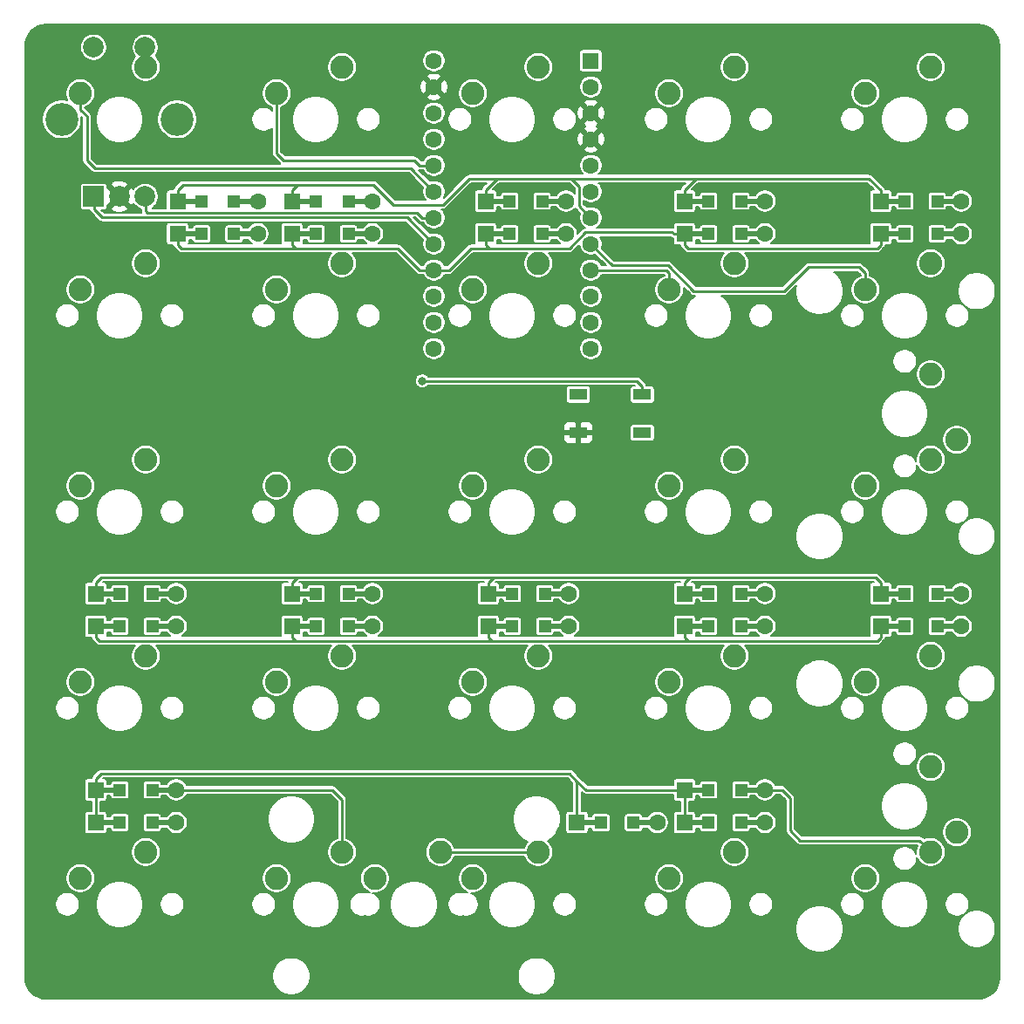
<source format=gbl>
G04 #@! TF.GenerationSoftware,KiCad,Pcbnew,(5.1.4)-1*
G04 #@! TF.CreationDate,2021-11-11T00:11:54+01:00*
G04 #@! TF.ProjectId,mini-ten-key-plus,6d696e69-2d74-4656-9e2d-6b65792d706c,rev?*
G04 #@! TF.SameCoordinates,Original*
G04 #@! TF.FileFunction,Copper,L2,Bot*
G04 #@! TF.FilePolarity,Positive*
%FSLAX46Y46*%
G04 Gerber Fmt 4.6, Leading zero omitted, Abs format (unit mm)*
G04 Created by KiCad (PCBNEW (5.1.4)-1) date 2021-11-11 00:11:54*
%MOMM*%
%LPD*%
G04 APERTURE LIST*
%ADD10C,2.250000*%
%ADD11R,2.000000X2.000000*%
%ADD12C,2.000000*%
%ADD13C,3.200000*%
%ADD14C,1.600000*%
%ADD15R,1.600000X1.600000*%
%ADD16R,2.500000X0.500000*%
%ADD17R,1.200000X1.200000*%
%ADD18C,4.400000*%
%ADD19R,1.800000X1.100000*%
%ADD20C,0.800000*%
%ADD21C,0.254000*%
%ADD22C,0.127000*%
G04 APERTURE END LIST*
D10*
X200183750Y-73501250D03*
X193833750Y-76041250D03*
D11*
X195124000Y-86077200D03*
D12*
X197624000Y-86077200D03*
X200124000Y-86077200D03*
D13*
X192024000Y-78577200D03*
X203224000Y-78577200D03*
D12*
X195124000Y-71577200D03*
X200124000Y-71577200D03*
D14*
X203131250Y-146843750D03*
D15*
X195331250Y-146843750D03*
D16*
X201931250Y-146843750D03*
D17*
X200806250Y-146843750D03*
X197656250Y-146843750D03*
D16*
X196531250Y-146843750D03*
D14*
X249835500Y-146843750D03*
D15*
X242035500Y-146843750D03*
D16*
X248635500Y-146843750D03*
D17*
X247510500Y-146843750D03*
X244360500Y-146843750D03*
D16*
X243235500Y-146843750D03*
D14*
X260281250Y-146843750D03*
D15*
X252481250Y-146843750D03*
D16*
X259081250Y-146843750D03*
D17*
X257956250Y-146843750D03*
X254806250Y-146843750D03*
D16*
X253681250Y-146843750D03*
D14*
X203131250Y-143668750D03*
D15*
X195331250Y-143668750D03*
D16*
X201931250Y-143668750D03*
D17*
X200806250Y-143668750D03*
X197656250Y-143668750D03*
D16*
X196531250Y-143668750D03*
D14*
X279331250Y-127793750D03*
D15*
X271531250Y-127793750D03*
D16*
X278131250Y-127793750D03*
D17*
X277006250Y-127793750D03*
X273856250Y-127793750D03*
D16*
X272731250Y-127793750D03*
D14*
X260281250Y-127793750D03*
D15*
X252481250Y-127793750D03*
D16*
X259081250Y-127793750D03*
D17*
X257956250Y-127793750D03*
X254806250Y-127793750D03*
D16*
X253681250Y-127793750D03*
D14*
X241231250Y-127793750D03*
D15*
X233431250Y-127793750D03*
D16*
X240031250Y-127793750D03*
D17*
X238906250Y-127793750D03*
X235756250Y-127793750D03*
D16*
X234631250Y-127793750D03*
D14*
X222181250Y-127793750D03*
D15*
X214381250Y-127793750D03*
D16*
X220981250Y-127793750D03*
D17*
X219856250Y-127793750D03*
X216706250Y-127793750D03*
D16*
X215581250Y-127793750D03*
D14*
X203131250Y-127793750D03*
D15*
X195331250Y-127793750D03*
D16*
X201931250Y-127793750D03*
D17*
X200806250Y-127793750D03*
X197656250Y-127793750D03*
D16*
X196531250Y-127793750D03*
D14*
X211068750Y-89693750D03*
D15*
X203268750Y-89693750D03*
D16*
X209868750Y-89693750D03*
D17*
X208743750Y-89693750D03*
X205593750Y-89693750D03*
D16*
X204468750Y-89693750D03*
D14*
X222181250Y-89693750D03*
D15*
X214381250Y-89693750D03*
D16*
X220981250Y-89693750D03*
D17*
X219856250Y-89693750D03*
X216706250Y-89693750D03*
D16*
X215581250Y-89693750D03*
D14*
X240977250Y-89693750D03*
D15*
X233177250Y-89693750D03*
D16*
X239777250Y-89693750D03*
D17*
X238652250Y-89693750D03*
X235502250Y-89693750D03*
D16*
X234377250Y-89693750D03*
D14*
X260281250Y-89693750D03*
D15*
X252481250Y-89693750D03*
D16*
X259081250Y-89693750D03*
D17*
X257956250Y-89693750D03*
X254806250Y-89693750D03*
D16*
X253681250Y-89693750D03*
D14*
X279331250Y-89693750D03*
D15*
X271531250Y-89693750D03*
D16*
X278131250Y-89693750D03*
D17*
X277006250Y-89693750D03*
X273856250Y-89693750D03*
D16*
X272731250Y-89693750D03*
D14*
X222181250Y-86518750D03*
D15*
X214381250Y-86518750D03*
D16*
X220981250Y-86518750D03*
D17*
X219856250Y-86518750D03*
X216706250Y-86518750D03*
D16*
X215581250Y-86518750D03*
D14*
X211068750Y-86518750D03*
D15*
X203268750Y-86518750D03*
D16*
X209868750Y-86518750D03*
D17*
X208743750Y-86518750D03*
X205593750Y-86518750D03*
D16*
X204468750Y-86518750D03*
D14*
X203131250Y-124618750D03*
D15*
X195331250Y-124618750D03*
D16*
X201931250Y-124618750D03*
D17*
X200806250Y-124618750D03*
X197656250Y-124618750D03*
D16*
X196531250Y-124618750D03*
D14*
X260281250Y-143668750D03*
D15*
X252481250Y-143668750D03*
D16*
X259081250Y-143668750D03*
D17*
X257956250Y-143668750D03*
X254806250Y-143668750D03*
D16*
X253681250Y-143668750D03*
D14*
X222181250Y-124618750D03*
D15*
X214381250Y-124618750D03*
D16*
X220981250Y-124618750D03*
D17*
X219856250Y-124618750D03*
X216706250Y-124618750D03*
D16*
X215581250Y-124618750D03*
D14*
X241231250Y-124618750D03*
D15*
X233431250Y-124618750D03*
D16*
X240031250Y-124618750D03*
D17*
X238906250Y-124618750D03*
X235756250Y-124618750D03*
D16*
X234631250Y-124618750D03*
D14*
X260281250Y-124618750D03*
D15*
X252481250Y-124618750D03*
D16*
X259081250Y-124618750D03*
D17*
X257956250Y-124618750D03*
X254806250Y-124618750D03*
D16*
X253681250Y-124618750D03*
D14*
X279331250Y-124618750D03*
D15*
X271531250Y-124618750D03*
D16*
X278131250Y-124618750D03*
D17*
X277006250Y-124618750D03*
X273856250Y-124618750D03*
D16*
X272731250Y-124618750D03*
D14*
X279331250Y-86518750D03*
D15*
X271531250Y-86518750D03*
D16*
X278131250Y-86518750D03*
D17*
X277006250Y-86518750D03*
X273856250Y-86518750D03*
D16*
X272731250Y-86518750D03*
D14*
X260281250Y-86518750D03*
D15*
X252481250Y-86518750D03*
D16*
X259081250Y-86518750D03*
D17*
X257956250Y-86518750D03*
X254806250Y-86518750D03*
D16*
X253681250Y-86518750D03*
D14*
X240977250Y-86518750D03*
D15*
X233177250Y-86518750D03*
D16*
X239777250Y-86518750D03*
D17*
X238652250Y-86518750D03*
X235502250Y-86518750D03*
D16*
X234377250Y-86518750D03*
D10*
X200183750Y-149701250D03*
X193833750Y-152241250D03*
X200183750Y-130651250D03*
X193833750Y-133191250D03*
X200183750Y-111601250D03*
X193833750Y-114141250D03*
X200183750Y-92551250D03*
X193833750Y-95091250D03*
X238283750Y-111601250D03*
X231933750Y-114141250D03*
D18*
X207168750Y-74612500D03*
X235743750Y-107156250D03*
X264318750Y-126206250D03*
X207168750Y-126206250D03*
X264318750Y-74612500D03*
D10*
X222408750Y-152241250D03*
X228758750Y-149701250D03*
X238283750Y-92551250D03*
X231933750Y-95091250D03*
X219233750Y-130651250D03*
X212883750Y-133191250D03*
X257333750Y-92551250D03*
X250983750Y-95091250D03*
X238283750Y-73501250D03*
X231933750Y-76041250D03*
D14*
X228142800Y-72898000D03*
X228142800Y-75438000D03*
X228142800Y-77978000D03*
X228142800Y-80518000D03*
X228142800Y-83058000D03*
X228142800Y-85598000D03*
X228142800Y-88138000D03*
X228142800Y-90678000D03*
X228142800Y-93218000D03*
X228142800Y-95758000D03*
X228142800Y-98298000D03*
X228142800Y-100838000D03*
X243382800Y-100838000D03*
X243382800Y-98298000D03*
X243382800Y-95758000D03*
X243382800Y-93218000D03*
X243382800Y-90678000D03*
X243382800Y-88138000D03*
X243382800Y-85598000D03*
X243382800Y-83058000D03*
X243382800Y-80518000D03*
X243382800Y-77978000D03*
X243382800Y-75438000D03*
D15*
X243382800Y-72898000D03*
D19*
X242168750Y-105306250D03*
X248368750Y-109006250D03*
X242168750Y-109006250D03*
X248368750Y-105306250D03*
D10*
X278923750Y-147796250D03*
X276383750Y-141446250D03*
X278923750Y-109696250D03*
X276383750Y-103346250D03*
X276383750Y-149701250D03*
X270033750Y-152241250D03*
X257333750Y-149701250D03*
X250983750Y-152241250D03*
X238283750Y-149701250D03*
X231933750Y-152241250D03*
X219233750Y-149701250D03*
X212883750Y-152241250D03*
X276383750Y-130651250D03*
X270033750Y-133191250D03*
X257333750Y-130651250D03*
X250983750Y-133191250D03*
X238283750Y-130651250D03*
X231933750Y-133191250D03*
X276383750Y-111601250D03*
X270033750Y-114141250D03*
X257333750Y-111601250D03*
X250983750Y-114141250D03*
X219233750Y-111601250D03*
X212883750Y-114141250D03*
X276383750Y-92551250D03*
X270033750Y-95091250D03*
X219233750Y-92551250D03*
X212883750Y-95091250D03*
X276383750Y-73501250D03*
X270033750Y-76041250D03*
X257333750Y-73501250D03*
X250983750Y-76041250D03*
X219233750Y-73501250D03*
X212883750Y-76041250D03*
D20*
X227012500Y-103981250D03*
D21*
X234314000Y-84328000D02*
X234346750Y-84328000D01*
X233177250Y-85464750D02*
X234314000Y-84328000D01*
X233177250Y-86518750D02*
X233177250Y-85464750D01*
X271531250Y-85464750D02*
X270394500Y-84328000D01*
X271531250Y-86518750D02*
X271531250Y-85464750D01*
X253618000Y-84328000D02*
X253809500Y-84328000D01*
X252481250Y-85464750D02*
X253618000Y-84328000D01*
X252481250Y-86518750D02*
X252481250Y-85464750D01*
X270394500Y-84328000D02*
X253809500Y-84328000D01*
X243357400Y-88112600D02*
X243357400Y-88424467D01*
X243490750Y-84328000D02*
X253618000Y-84328000D01*
X242255799Y-85093299D02*
X241490500Y-84328000D01*
X242255799Y-87010999D02*
X242255799Y-85093299D01*
X243382800Y-88138000D02*
X242255799Y-87010999D01*
X234346750Y-84328000D02*
X241490500Y-84328000D01*
X241490500Y-84328000D02*
X243490750Y-84328000D01*
X231584500Y-84328000D02*
X232378250Y-84328000D01*
X232378250Y-84328000D02*
X234346750Y-84328000D01*
X214381250Y-85464750D02*
X214914750Y-84931250D01*
X214381250Y-86518750D02*
X214381250Y-85464750D01*
X214914750Y-84931250D02*
X222250000Y-84931250D01*
X222250000Y-84931250D02*
X224186750Y-86868000D01*
X224186750Y-86868000D02*
X229044500Y-86868000D01*
X229044500Y-86868000D02*
X231584500Y-84328000D01*
X203802250Y-84931250D02*
X214914750Y-84931250D01*
X203268750Y-85464750D02*
X203802250Y-84931250D01*
X203268750Y-86518750D02*
X203268750Y-85464750D01*
X252481250Y-90747750D02*
X252481250Y-89693750D01*
X252832749Y-91099249D02*
X252481250Y-90747750D01*
X271179751Y-91099249D02*
X252832749Y-91099249D01*
X271531250Y-90747750D02*
X271179751Y-91099249D01*
X271531250Y-89693750D02*
X271531250Y-90747750D01*
X233177250Y-90747750D02*
X233528749Y-91099249D01*
X233177250Y-89693750D02*
X233177250Y-90747750D01*
X241293589Y-91099249D02*
X240324249Y-91099249D01*
X242841839Y-89550999D02*
X241293589Y-91099249D01*
X240324249Y-91099249D02*
X233528749Y-91099249D01*
X240506250Y-91099249D02*
X240324249Y-91099249D01*
X251427250Y-89693750D02*
X252481250Y-89693750D01*
X251284499Y-89550999D02*
X251427250Y-89693750D01*
X242841839Y-89550999D02*
X251284499Y-89550999D01*
X214732749Y-91099249D02*
X224631250Y-91099249D01*
X214381250Y-89693750D02*
X214381250Y-90747750D01*
X214381250Y-90747750D02*
X214732749Y-91099249D01*
X226750001Y-93218000D02*
X224631250Y-91099249D01*
X228142800Y-93218000D02*
X226750001Y-93218000D01*
X231775000Y-91099249D02*
X233528749Y-91099249D01*
X232568750Y-91099249D02*
X231775000Y-91099249D01*
X228142800Y-93218000D02*
X229616000Y-93218000D01*
X231734751Y-91099249D02*
X231775000Y-91099249D01*
X229616000Y-93218000D02*
X231734751Y-91099249D01*
X203620249Y-91099249D02*
X214732749Y-91099249D01*
X203268750Y-90747750D02*
X203620249Y-91099249D01*
X203268750Y-89693750D02*
X203268750Y-90747750D01*
X214381250Y-123564750D02*
X214381250Y-124618750D01*
X214914750Y-123031250D02*
X214381250Y-123564750D01*
X271531250Y-123564750D02*
X270997750Y-123031250D01*
X271531250Y-124618750D02*
X271531250Y-123564750D01*
X253014750Y-123031250D02*
X253206250Y-123031250D01*
X252481250Y-123564750D02*
X253014750Y-123031250D01*
X252481250Y-124618750D02*
X252481250Y-123564750D01*
X270997750Y-123031250D02*
X253206250Y-123031250D01*
X233964750Y-123031250D02*
X234156250Y-123031250D01*
X233431250Y-123564750D02*
X233964750Y-123031250D01*
X233431250Y-124618750D02*
X233431250Y-123564750D01*
X253206250Y-123031250D02*
X234156250Y-123031250D01*
X234156250Y-123031250D02*
X214914750Y-123031250D01*
X195864750Y-123031250D02*
X214914750Y-123031250D01*
X195331250Y-123564750D02*
X195864750Y-123031250D01*
X195331250Y-124618750D02*
X195331250Y-123564750D01*
X271531250Y-128847750D02*
X271531250Y-127793750D01*
X271179751Y-129199249D02*
X271531250Y-128847750D01*
X214381250Y-128847750D02*
X214732749Y-129199249D01*
X214381250Y-127793750D02*
X214381250Y-128847750D01*
X252832749Y-129199249D02*
X253024249Y-129199249D01*
X252481250Y-128847750D02*
X252832749Y-129199249D01*
X252481250Y-127793750D02*
X252481250Y-128847750D01*
X253024249Y-129199249D02*
X271179751Y-129199249D01*
X233782749Y-129199249D02*
X233974249Y-129199249D01*
X233431250Y-128847750D02*
X233782749Y-129199249D01*
X233431250Y-127793750D02*
X233431250Y-128847750D01*
X214732749Y-129199249D02*
X233974249Y-129199249D01*
X233974249Y-129199249D02*
X253024249Y-129199249D01*
X195682749Y-129199249D02*
X214732749Y-129199249D01*
X195331250Y-128847750D02*
X195682749Y-129199249D01*
X195331250Y-127793750D02*
X195331250Y-128847750D01*
X195331250Y-146843750D02*
X195331250Y-143668750D01*
X195331250Y-142614750D02*
X195864750Y-142081250D01*
X195331250Y-143668750D02*
X195331250Y-142614750D01*
X195864750Y-142081250D02*
X241300000Y-142081250D01*
X242035500Y-142816750D02*
X242035500Y-146843750D01*
X241300000Y-142081250D02*
X242035500Y-142816750D01*
X242035500Y-142816750D02*
X242887500Y-143668750D01*
X242887500Y-143668750D02*
X252481250Y-143668750D01*
X252481250Y-146843750D02*
X252481250Y-143668750D01*
X225888550Y-83343750D02*
X228142800Y-85598000D01*
X195262500Y-83343750D02*
X225888550Y-83343750D01*
X194468750Y-82550000D02*
X195262500Y-83343750D01*
X194468750Y-78267240D02*
X194468750Y-82550000D01*
X193833750Y-76041250D02*
X193833750Y-77632240D01*
X193833750Y-77632240D02*
X194468750Y-78267240D01*
X226726750Y-83058000D02*
X228142800Y-83058000D01*
X226218750Y-82550000D02*
X226726750Y-83058000D01*
X213518750Y-82550000D02*
X226218750Y-82550000D01*
X212883750Y-76041250D02*
X212883750Y-81915000D01*
X212883750Y-81915000D02*
X213518750Y-82550000D01*
X244514170Y-93218000D02*
X243382800Y-93218000D01*
X250701490Y-93218000D02*
X244514170Y-93218000D01*
X250983750Y-93500260D02*
X250701490Y-93218000D01*
X250983750Y-95091250D02*
X250983750Y-93500260D01*
X248368750Y-104502250D02*
X248368750Y-105306250D01*
X247847750Y-103981250D02*
X248368750Y-104502250D01*
X227012500Y-103981250D02*
X247847750Y-103981250D01*
X203131250Y-143668750D02*
X218281250Y-143668750D01*
X219233750Y-144621250D02*
X219233750Y-149701250D01*
X218281250Y-143668750D02*
X219233750Y-144621250D01*
X228758750Y-149701250D02*
X238283750Y-149701250D01*
X275297252Y-148576251D02*
X276422251Y-149701250D01*
X263670001Y-148576251D02*
X275297252Y-148576251D01*
X262731250Y-147637500D02*
X263670001Y-148576251D01*
X262731250Y-144462500D02*
X262731250Y-147637500D01*
X260281250Y-143668750D02*
X261937500Y-143668750D01*
X261937500Y-143668750D02*
X262731250Y-144462500D01*
X270033750Y-93500260D02*
X270033750Y-95091250D01*
X269462589Y-92929099D02*
X270033750Y-93500260D01*
X243382800Y-90678000D02*
X245468790Y-92763990D01*
X245468790Y-92763990D02*
X250889547Y-92763990D01*
X250889547Y-92763990D02*
X253375557Y-95250000D01*
X253375557Y-95250000D02*
X262153816Y-95250000D01*
X262153816Y-95250000D02*
X264474717Y-92929099D01*
X264474717Y-92929099D02*
X269462589Y-92929099D01*
X228142800Y-90678000D02*
X225564561Y-88099761D01*
X195199000Y-87331200D02*
X195199000Y-86077200D01*
X195967561Y-88099761D02*
X195199000Y-87331200D01*
X225564561Y-88099761D02*
X195967561Y-88099761D01*
X227011430Y-88138000D02*
X228142800Y-88138000D01*
X226519181Y-87645751D02*
X227011430Y-88138000D01*
X200353338Y-87645751D02*
X226519181Y-87645751D01*
X200199000Y-87491413D02*
X200353338Y-87645751D01*
X200199000Y-86077200D02*
X200199000Y-87491413D01*
D22*
G36*
X281383175Y-69439189D02*
G01*
X281763781Y-69554101D01*
X282114819Y-69740750D01*
X282422915Y-69992028D01*
X282676338Y-70298362D01*
X282865435Y-70648090D01*
X282983000Y-71027882D01*
X283026251Y-71439389D01*
X283026250Y-161908253D01*
X282985811Y-162320675D01*
X282870899Y-162701282D01*
X282684248Y-163052321D01*
X282432972Y-163360415D01*
X282126635Y-163613839D01*
X281776910Y-163802935D01*
X281397118Y-163920500D01*
X280985620Y-163963750D01*
X190516747Y-163963750D01*
X190104325Y-163923311D01*
X189723718Y-163808399D01*
X189372679Y-163621748D01*
X189064585Y-163370472D01*
X188811161Y-163064135D01*
X188622065Y-162714410D01*
X188504500Y-162334618D01*
X188461250Y-161923120D01*
X188461250Y-161584878D01*
X212471000Y-161584878D01*
X212471000Y-161947622D01*
X212541768Y-162303396D01*
X212680584Y-162638527D01*
X212882114Y-162940138D01*
X213138612Y-163196636D01*
X213440223Y-163398166D01*
X213775354Y-163536982D01*
X214131128Y-163607750D01*
X214493872Y-163607750D01*
X214849646Y-163536982D01*
X215184777Y-163398166D01*
X215486388Y-163196636D01*
X215742886Y-162940138D01*
X215944416Y-162638527D01*
X216083232Y-162303396D01*
X216154000Y-161947622D01*
X216154000Y-161584878D01*
X236283500Y-161584878D01*
X236283500Y-161947622D01*
X236354268Y-162303396D01*
X236493084Y-162638527D01*
X236694614Y-162940138D01*
X236951112Y-163196636D01*
X237252723Y-163398166D01*
X237587854Y-163536982D01*
X237943628Y-163607750D01*
X238306372Y-163607750D01*
X238662146Y-163536982D01*
X238997277Y-163398166D01*
X239298888Y-163196636D01*
X239555386Y-162940138D01*
X239756916Y-162638527D01*
X239895732Y-162303396D01*
X239966500Y-161947622D01*
X239966500Y-161584878D01*
X239895732Y-161229104D01*
X239756916Y-160893973D01*
X239555386Y-160592362D01*
X239298888Y-160335864D01*
X238997277Y-160134334D01*
X238662146Y-159995518D01*
X238306372Y-159924750D01*
X237943628Y-159924750D01*
X237587854Y-159995518D01*
X237252723Y-160134334D01*
X236951112Y-160335864D01*
X236694614Y-160592362D01*
X236493084Y-160893973D01*
X236354268Y-161229104D01*
X236283500Y-161584878D01*
X216154000Y-161584878D01*
X216083232Y-161229104D01*
X215944416Y-160893973D01*
X215742886Y-160592362D01*
X215486388Y-160335864D01*
X215184777Y-160134334D01*
X214849646Y-159995518D01*
X214493872Y-159924750D01*
X214131128Y-159924750D01*
X213775354Y-159995518D01*
X213440223Y-160134334D01*
X213138612Y-160335864D01*
X212882114Y-160592362D01*
X212680584Y-160893973D01*
X212541768Y-161229104D01*
X212471000Y-161584878D01*
X188461250Y-161584878D01*
X188461250Y-154663799D01*
X191371250Y-154663799D01*
X191371250Y-154898701D01*
X191417077Y-155129089D01*
X191506970Y-155346111D01*
X191637475Y-155541424D01*
X191803576Y-155707525D01*
X191998889Y-155838030D01*
X192215911Y-155927923D01*
X192446299Y-155973750D01*
X192681201Y-155973750D01*
X192911589Y-155927923D01*
X193128611Y-155838030D01*
X193323924Y-155707525D01*
X193490025Y-155541424D01*
X193620530Y-155346111D01*
X193710423Y-155129089D01*
X193756250Y-154898701D01*
X193756250Y-154663799D01*
X193734330Y-154553597D01*
X195332350Y-154553597D01*
X195332350Y-155008903D01*
X195421176Y-155455461D01*
X195595414Y-155876109D01*
X195848368Y-156254682D01*
X196170318Y-156576632D01*
X196548891Y-156829586D01*
X196969539Y-157003824D01*
X197416097Y-157092650D01*
X197871403Y-157092650D01*
X198317961Y-157003824D01*
X198738609Y-156829586D01*
X199117182Y-156576632D01*
X199439132Y-156254682D01*
X199692086Y-155876109D01*
X199866324Y-155455461D01*
X199955150Y-155008903D01*
X199955150Y-154663799D01*
X201531250Y-154663799D01*
X201531250Y-154898701D01*
X201577077Y-155129089D01*
X201666970Y-155346111D01*
X201797475Y-155541424D01*
X201963576Y-155707525D01*
X202158889Y-155838030D01*
X202375911Y-155927923D01*
X202606299Y-155973750D01*
X202841201Y-155973750D01*
X203071589Y-155927923D01*
X203288611Y-155838030D01*
X203483924Y-155707525D01*
X203650025Y-155541424D01*
X203780530Y-155346111D01*
X203870423Y-155129089D01*
X203916250Y-154898701D01*
X203916250Y-154663799D01*
X210421250Y-154663799D01*
X210421250Y-154898701D01*
X210467077Y-155129089D01*
X210556970Y-155346111D01*
X210687475Y-155541424D01*
X210853576Y-155707525D01*
X211048889Y-155838030D01*
X211265911Y-155927923D01*
X211496299Y-155973750D01*
X211731201Y-155973750D01*
X211961589Y-155927923D01*
X212178611Y-155838030D01*
X212373924Y-155707525D01*
X212540025Y-155541424D01*
X212670530Y-155346111D01*
X212760423Y-155129089D01*
X212806250Y-154898701D01*
X212806250Y-154663799D01*
X212784330Y-154553597D01*
X214382350Y-154553597D01*
X214382350Y-155008903D01*
X214471176Y-155455461D01*
X214645414Y-155876109D01*
X214898368Y-156254682D01*
X215220318Y-156576632D01*
X215598891Y-156829586D01*
X216019539Y-157003824D01*
X216466097Y-157092650D01*
X216921403Y-157092650D01*
X217367961Y-157003824D01*
X217788609Y-156829586D01*
X218167182Y-156576632D01*
X218489132Y-156254682D01*
X218742086Y-155876109D01*
X218916324Y-155455461D01*
X219005150Y-155008903D01*
X219005150Y-154663799D01*
X219946250Y-154663799D01*
X219946250Y-154898701D01*
X219992077Y-155129089D01*
X220081970Y-155346111D01*
X220212475Y-155541424D01*
X220378576Y-155707525D01*
X220573889Y-155838030D01*
X220790911Y-155927923D01*
X221021299Y-155973750D01*
X221256201Y-155973750D01*
X221456250Y-155933958D01*
X221656299Y-155973750D01*
X221891201Y-155973750D01*
X222121589Y-155927923D01*
X222338611Y-155838030D01*
X222533924Y-155707525D01*
X222700025Y-155541424D01*
X222830530Y-155346111D01*
X222920423Y-155129089D01*
X222966250Y-154898701D01*
X222966250Y-154663799D01*
X222944330Y-154553597D01*
X223907350Y-154553597D01*
X223907350Y-155008903D01*
X223996176Y-155455461D01*
X224170414Y-155876109D01*
X224423368Y-156254682D01*
X224745318Y-156576632D01*
X225123891Y-156829586D01*
X225544539Y-157003824D01*
X225991097Y-157092650D01*
X226446403Y-157092650D01*
X226892961Y-157003824D01*
X227313609Y-156829586D01*
X227692182Y-156576632D01*
X228014132Y-156254682D01*
X228267086Y-155876109D01*
X228441324Y-155455461D01*
X228530150Y-155008903D01*
X228530150Y-154663799D01*
X229471250Y-154663799D01*
X229471250Y-154898701D01*
X229517077Y-155129089D01*
X229606970Y-155346111D01*
X229737475Y-155541424D01*
X229903576Y-155707525D01*
X230098889Y-155838030D01*
X230315911Y-155927923D01*
X230546299Y-155973750D01*
X230781201Y-155973750D01*
X230981250Y-155933958D01*
X231181299Y-155973750D01*
X231416201Y-155973750D01*
X231646589Y-155927923D01*
X231863611Y-155838030D01*
X232058924Y-155707525D01*
X232225025Y-155541424D01*
X232355530Y-155346111D01*
X232445423Y-155129089D01*
X232491250Y-154898701D01*
X232491250Y-154663799D01*
X232469330Y-154553597D01*
X233432350Y-154553597D01*
X233432350Y-155008903D01*
X233521176Y-155455461D01*
X233695414Y-155876109D01*
X233948368Y-156254682D01*
X234270318Y-156576632D01*
X234648891Y-156829586D01*
X235069539Y-157003824D01*
X235516097Y-157092650D01*
X235971403Y-157092650D01*
X236417961Y-157003824D01*
X236838609Y-156829586D01*
X237217182Y-156576632D01*
X237539132Y-156254682D01*
X237792086Y-155876109D01*
X237966324Y-155455461D01*
X238055150Y-155008903D01*
X238055150Y-154663799D01*
X239631250Y-154663799D01*
X239631250Y-154898701D01*
X239677077Y-155129089D01*
X239766970Y-155346111D01*
X239897475Y-155541424D01*
X240063576Y-155707525D01*
X240258889Y-155838030D01*
X240475911Y-155927923D01*
X240706299Y-155973750D01*
X240941201Y-155973750D01*
X241171589Y-155927923D01*
X241388611Y-155838030D01*
X241583924Y-155707525D01*
X241750025Y-155541424D01*
X241880530Y-155346111D01*
X241970423Y-155129089D01*
X242016250Y-154898701D01*
X242016250Y-154663799D01*
X248521250Y-154663799D01*
X248521250Y-154898701D01*
X248567077Y-155129089D01*
X248656970Y-155346111D01*
X248787475Y-155541424D01*
X248953576Y-155707525D01*
X249148889Y-155838030D01*
X249365911Y-155927923D01*
X249596299Y-155973750D01*
X249831201Y-155973750D01*
X250061589Y-155927923D01*
X250278611Y-155838030D01*
X250473924Y-155707525D01*
X250640025Y-155541424D01*
X250770530Y-155346111D01*
X250860423Y-155129089D01*
X250906250Y-154898701D01*
X250906250Y-154663799D01*
X250884330Y-154553597D01*
X252482350Y-154553597D01*
X252482350Y-155008903D01*
X252571176Y-155455461D01*
X252745414Y-155876109D01*
X252998368Y-156254682D01*
X253320318Y-156576632D01*
X253698891Y-156829586D01*
X254119539Y-157003824D01*
X254566097Y-157092650D01*
X255021403Y-157092650D01*
X255467961Y-157003824D01*
X255634486Y-156934847D01*
X263277350Y-156934847D01*
X263277350Y-157390153D01*
X263366176Y-157836711D01*
X263540414Y-158257359D01*
X263793368Y-158635932D01*
X264115318Y-158957882D01*
X264493891Y-159210836D01*
X264914539Y-159385074D01*
X265361097Y-159473900D01*
X265816403Y-159473900D01*
X266262961Y-159385074D01*
X266683609Y-159210836D01*
X267062182Y-158957882D01*
X267384132Y-158635932D01*
X267637086Y-158257359D01*
X267811324Y-157836711D01*
X267900150Y-157390153D01*
X267900150Y-156934847D01*
X267811324Y-156488289D01*
X267637086Y-156067641D01*
X267384132Y-155689068D01*
X267062182Y-155367118D01*
X266683609Y-155114164D01*
X266262961Y-154939926D01*
X265816403Y-154851100D01*
X265361097Y-154851100D01*
X264914539Y-154939926D01*
X264493891Y-155114164D01*
X264115318Y-155367118D01*
X263793368Y-155689068D01*
X263540414Y-156067641D01*
X263366176Y-156488289D01*
X263277350Y-156934847D01*
X255634486Y-156934847D01*
X255888609Y-156829586D01*
X256267182Y-156576632D01*
X256589132Y-156254682D01*
X256842086Y-155876109D01*
X257016324Y-155455461D01*
X257105150Y-155008903D01*
X257105150Y-154663799D01*
X258681250Y-154663799D01*
X258681250Y-154898701D01*
X258727077Y-155129089D01*
X258816970Y-155346111D01*
X258947475Y-155541424D01*
X259113576Y-155707525D01*
X259308889Y-155838030D01*
X259525911Y-155927923D01*
X259756299Y-155973750D01*
X259991201Y-155973750D01*
X260221589Y-155927923D01*
X260438611Y-155838030D01*
X260633924Y-155707525D01*
X260800025Y-155541424D01*
X260930530Y-155346111D01*
X261020423Y-155129089D01*
X261066250Y-154898701D01*
X261066250Y-154663799D01*
X267571250Y-154663799D01*
X267571250Y-154898701D01*
X267617077Y-155129089D01*
X267706970Y-155346111D01*
X267837475Y-155541424D01*
X268003576Y-155707525D01*
X268198889Y-155838030D01*
X268415911Y-155927923D01*
X268646299Y-155973750D01*
X268881201Y-155973750D01*
X269111589Y-155927923D01*
X269328611Y-155838030D01*
X269523924Y-155707525D01*
X269690025Y-155541424D01*
X269820530Y-155346111D01*
X269910423Y-155129089D01*
X269956250Y-154898701D01*
X269956250Y-154663799D01*
X269934330Y-154553597D01*
X271532350Y-154553597D01*
X271532350Y-155008903D01*
X271621176Y-155455461D01*
X271795414Y-155876109D01*
X272048368Y-156254682D01*
X272370318Y-156576632D01*
X272748891Y-156829586D01*
X273169539Y-157003824D01*
X273616097Y-157092650D01*
X274071403Y-157092650D01*
X274517961Y-157003824D01*
X274572754Y-156981128D01*
X278987250Y-156981128D01*
X278987250Y-157343872D01*
X279058018Y-157699646D01*
X279196834Y-158034777D01*
X279398364Y-158336388D01*
X279654862Y-158592886D01*
X279956473Y-158794416D01*
X280291604Y-158933232D01*
X280647378Y-159004000D01*
X281010122Y-159004000D01*
X281365896Y-158933232D01*
X281701027Y-158794416D01*
X282002638Y-158592886D01*
X282259136Y-158336388D01*
X282460666Y-158034777D01*
X282599482Y-157699646D01*
X282670250Y-157343872D01*
X282670250Y-156981128D01*
X282599482Y-156625354D01*
X282460666Y-156290223D01*
X282259136Y-155988612D01*
X282002638Y-155732114D01*
X281701027Y-155530584D01*
X281365896Y-155391768D01*
X281010122Y-155321000D01*
X280647378Y-155321000D01*
X280291604Y-155391768D01*
X279956473Y-155530584D01*
X279654862Y-155732114D01*
X279398364Y-155988612D01*
X279196834Y-156290223D01*
X279058018Y-156625354D01*
X278987250Y-156981128D01*
X274572754Y-156981128D01*
X274938609Y-156829586D01*
X275317182Y-156576632D01*
X275639132Y-156254682D01*
X275892086Y-155876109D01*
X276066324Y-155455461D01*
X276155150Y-155008903D01*
X276155150Y-154663799D01*
X277731250Y-154663799D01*
X277731250Y-154898701D01*
X277777077Y-155129089D01*
X277866970Y-155346111D01*
X277997475Y-155541424D01*
X278163576Y-155707525D01*
X278358889Y-155838030D01*
X278575911Y-155927923D01*
X278806299Y-155973750D01*
X279041201Y-155973750D01*
X279271589Y-155927923D01*
X279488611Y-155838030D01*
X279683924Y-155707525D01*
X279850025Y-155541424D01*
X279980530Y-155346111D01*
X280070423Y-155129089D01*
X280116250Y-154898701D01*
X280116250Y-154663799D01*
X280070423Y-154433411D01*
X279980530Y-154216389D01*
X279850025Y-154021076D01*
X279683924Y-153854975D01*
X279488611Y-153724470D01*
X279271589Y-153634577D01*
X279041201Y-153588750D01*
X278806299Y-153588750D01*
X278575911Y-153634577D01*
X278358889Y-153724470D01*
X278163576Y-153854975D01*
X277997475Y-154021076D01*
X277866970Y-154216389D01*
X277777077Y-154433411D01*
X277731250Y-154663799D01*
X276155150Y-154663799D01*
X276155150Y-154553597D01*
X276066324Y-154107039D01*
X275892086Y-153686391D01*
X275639132Y-153307818D01*
X275317182Y-152985868D01*
X274938609Y-152732914D01*
X274517961Y-152558676D01*
X274071403Y-152469850D01*
X273616097Y-152469850D01*
X273169539Y-152558676D01*
X272748891Y-152732914D01*
X272370318Y-152985868D01*
X272048368Y-153307818D01*
X271795414Y-153686391D01*
X271621176Y-154107039D01*
X271532350Y-154553597D01*
X269934330Y-154553597D01*
X269910423Y-154433411D01*
X269820530Y-154216389D01*
X269690025Y-154021076D01*
X269523924Y-153854975D01*
X269328611Y-153724470D01*
X269111589Y-153634577D01*
X268881201Y-153588750D01*
X268646299Y-153588750D01*
X268415911Y-153634577D01*
X268198889Y-153724470D01*
X268003576Y-153854975D01*
X267837475Y-154021076D01*
X267706970Y-154216389D01*
X267617077Y-154433411D01*
X267571250Y-154663799D01*
X261066250Y-154663799D01*
X261020423Y-154433411D01*
X260930530Y-154216389D01*
X260800025Y-154021076D01*
X260633924Y-153854975D01*
X260438611Y-153724470D01*
X260221589Y-153634577D01*
X259991201Y-153588750D01*
X259756299Y-153588750D01*
X259525911Y-153634577D01*
X259308889Y-153724470D01*
X259113576Y-153854975D01*
X258947475Y-154021076D01*
X258816970Y-154216389D01*
X258727077Y-154433411D01*
X258681250Y-154663799D01*
X257105150Y-154663799D01*
X257105150Y-154553597D01*
X257016324Y-154107039D01*
X256842086Y-153686391D01*
X256589132Y-153307818D01*
X256267182Y-152985868D01*
X255888609Y-152732914D01*
X255467961Y-152558676D01*
X255021403Y-152469850D01*
X254566097Y-152469850D01*
X254119539Y-152558676D01*
X253698891Y-152732914D01*
X253320318Y-152985868D01*
X252998368Y-153307818D01*
X252745414Y-153686391D01*
X252571176Y-154107039D01*
X252482350Y-154553597D01*
X250884330Y-154553597D01*
X250860423Y-154433411D01*
X250770530Y-154216389D01*
X250640025Y-154021076D01*
X250473924Y-153854975D01*
X250278611Y-153724470D01*
X250061589Y-153634577D01*
X249831201Y-153588750D01*
X249596299Y-153588750D01*
X249365911Y-153634577D01*
X249148889Y-153724470D01*
X248953576Y-153854975D01*
X248787475Y-154021076D01*
X248656970Y-154216389D01*
X248567077Y-154433411D01*
X248521250Y-154663799D01*
X242016250Y-154663799D01*
X241970423Y-154433411D01*
X241880530Y-154216389D01*
X241750025Y-154021076D01*
X241583924Y-153854975D01*
X241388611Y-153724470D01*
X241171589Y-153634577D01*
X240941201Y-153588750D01*
X240706299Y-153588750D01*
X240475911Y-153634577D01*
X240258889Y-153724470D01*
X240063576Y-153854975D01*
X239897475Y-154021076D01*
X239766970Y-154216389D01*
X239677077Y-154433411D01*
X239631250Y-154663799D01*
X238055150Y-154663799D01*
X238055150Y-154553597D01*
X237966324Y-154107039D01*
X237792086Y-153686391D01*
X237539132Y-153307818D01*
X237217182Y-152985868D01*
X236838609Y-152732914D01*
X236417961Y-152558676D01*
X235971403Y-152469850D01*
X235516097Y-152469850D01*
X235069539Y-152558676D01*
X234648891Y-152732914D01*
X234270318Y-152985868D01*
X233948368Y-153307818D01*
X233695414Y-153686391D01*
X233521176Y-154107039D01*
X233432350Y-154553597D01*
X232469330Y-154553597D01*
X232445423Y-154433411D01*
X232355530Y-154216389D01*
X232225025Y-154021076D01*
X232058924Y-153854975D01*
X231863611Y-153724470D01*
X231740939Y-153673658D01*
X231791676Y-153683750D01*
X232075824Y-153683750D01*
X232354512Y-153628316D01*
X232617030Y-153519577D01*
X232853290Y-153361713D01*
X233054213Y-153160790D01*
X233212077Y-152924530D01*
X233320816Y-152662012D01*
X233376250Y-152383324D01*
X233376250Y-152099176D01*
X249541250Y-152099176D01*
X249541250Y-152383324D01*
X249596684Y-152662012D01*
X249705423Y-152924530D01*
X249863287Y-153160790D01*
X250064210Y-153361713D01*
X250300470Y-153519577D01*
X250562988Y-153628316D01*
X250841676Y-153683750D01*
X251125824Y-153683750D01*
X251404512Y-153628316D01*
X251667030Y-153519577D01*
X251903290Y-153361713D01*
X252104213Y-153160790D01*
X252262077Y-152924530D01*
X252370816Y-152662012D01*
X252426250Y-152383324D01*
X252426250Y-152099176D01*
X268591250Y-152099176D01*
X268591250Y-152383324D01*
X268646684Y-152662012D01*
X268755423Y-152924530D01*
X268913287Y-153160790D01*
X269114210Y-153361713D01*
X269350470Y-153519577D01*
X269612988Y-153628316D01*
X269891676Y-153683750D01*
X270175824Y-153683750D01*
X270454512Y-153628316D01*
X270717030Y-153519577D01*
X270953290Y-153361713D01*
X271154213Y-153160790D01*
X271312077Y-152924530D01*
X271420816Y-152662012D01*
X271476250Y-152383324D01*
X271476250Y-152099176D01*
X271420816Y-151820488D01*
X271312077Y-151557970D01*
X271154213Y-151321710D01*
X270953290Y-151120787D01*
X270717030Y-150962923D01*
X270454512Y-150854184D01*
X270175824Y-150798750D01*
X269891676Y-150798750D01*
X269612988Y-150854184D01*
X269350470Y-150962923D01*
X269114210Y-151120787D01*
X268913287Y-151321710D01*
X268755423Y-151557970D01*
X268646684Y-151820488D01*
X268591250Y-152099176D01*
X252426250Y-152099176D01*
X252370816Y-151820488D01*
X252262077Y-151557970D01*
X252104213Y-151321710D01*
X251903290Y-151120787D01*
X251667030Y-150962923D01*
X251404512Y-150854184D01*
X251125824Y-150798750D01*
X250841676Y-150798750D01*
X250562988Y-150854184D01*
X250300470Y-150962923D01*
X250064210Y-151120787D01*
X249863287Y-151321710D01*
X249705423Y-151557970D01*
X249596684Y-151820488D01*
X249541250Y-152099176D01*
X233376250Y-152099176D01*
X233320816Y-151820488D01*
X233212077Y-151557970D01*
X233054213Y-151321710D01*
X232853290Y-151120787D01*
X232617030Y-150962923D01*
X232354512Y-150854184D01*
X232075824Y-150798750D01*
X231791676Y-150798750D01*
X231512988Y-150854184D01*
X231250470Y-150962923D01*
X231014210Y-151120787D01*
X230813287Y-151321710D01*
X230655423Y-151557970D01*
X230546684Y-151820488D01*
X230491250Y-152099176D01*
X230491250Y-152383324D01*
X230546684Y-152662012D01*
X230655423Y-152924530D01*
X230813287Y-153160790D01*
X231014210Y-153361713D01*
X231250470Y-153519577D01*
X231418638Y-153589235D01*
X231416201Y-153588750D01*
X231181299Y-153588750D01*
X230981250Y-153628542D01*
X230781201Y-153588750D01*
X230546299Y-153588750D01*
X230315911Y-153634577D01*
X230098889Y-153724470D01*
X229903576Y-153854975D01*
X229737475Y-154021076D01*
X229606970Y-154216389D01*
X229517077Y-154433411D01*
X229471250Y-154663799D01*
X228530150Y-154663799D01*
X228530150Y-154553597D01*
X228441324Y-154107039D01*
X228267086Y-153686391D01*
X228014132Y-153307818D01*
X227692182Y-152985868D01*
X227313609Y-152732914D01*
X226892961Y-152558676D01*
X226446403Y-152469850D01*
X225991097Y-152469850D01*
X225544539Y-152558676D01*
X225123891Y-152732914D01*
X224745318Y-152985868D01*
X224423368Y-153307818D01*
X224170414Y-153686391D01*
X223996176Y-154107039D01*
X223907350Y-154553597D01*
X222944330Y-154553597D01*
X222920423Y-154433411D01*
X222830530Y-154216389D01*
X222700025Y-154021076D01*
X222533924Y-153854975D01*
X222338611Y-153724470D01*
X222215939Y-153673658D01*
X222266676Y-153683750D01*
X222550824Y-153683750D01*
X222829512Y-153628316D01*
X223092030Y-153519577D01*
X223328290Y-153361713D01*
X223529213Y-153160790D01*
X223687077Y-152924530D01*
X223795816Y-152662012D01*
X223851250Y-152383324D01*
X223851250Y-152099176D01*
X223795816Y-151820488D01*
X223687077Y-151557970D01*
X223529213Y-151321710D01*
X223328290Y-151120787D01*
X223092030Y-150962923D01*
X222829512Y-150854184D01*
X222550824Y-150798750D01*
X222266676Y-150798750D01*
X221987988Y-150854184D01*
X221725470Y-150962923D01*
X221489210Y-151120787D01*
X221288287Y-151321710D01*
X221130423Y-151557970D01*
X221021684Y-151820488D01*
X220966250Y-152099176D01*
X220966250Y-152383324D01*
X221021684Y-152662012D01*
X221130423Y-152924530D01*
X221288287Y-153160790D01*
X221489210Y-153361713D01*
X221725470Y-153519577D01*
X221893638Y-153589235D01*
X221891201Y-153588750D01*
X221656299Y-153588750D01*
X221456250Y-153628542D01*
X221256201Y-153588750D01*
X221021299Y-153588750D01*
X220790911Y-153634577D01*
X220573889Y-153724470D01*
X220378576Y-153854975D01*
X220212475Y-154021076D01*
X220081970Y-154216389D01*
X219992077Y-154433411D01*
X219946250Y-154663799D01*
X219005150Y-154663799D01*
X219005150Y-154553597D01*
X218916324Y-154107039D01*
X218742086Y-153686391D01*
X218489132Y-153307818D01*
X218167182Y-152985868D01*
X217788609Y-152732914D01*
X217367961Y-152558676D01*
X216921403Y-152469850D01*
X216466097Y-152469850D01*
X216019539Y-152558676D01*
X215598891Y-152732914D01*
X215220318Y-152985868D01*
X214898368Y-153307818D01*
X214645414Y-153686391D01*
X214471176Y-154107039D01*
X214382350Y-154553597D01*
X212784330Y-154553597D01*
X212760423Y-154433411D01*
X212670530Y-154216389D01*
X212540025Y-154021076D01*
X212373924Y-153854975D01*
X212178611Y-153724470D01*
X211961589Y-153634577D01*
X211731201Y-153588750D01*
X211496299Y-153588750D01*
X211265911Y-153634577D01*
X211048889Y-153724470D01*
X210853576Y-153854975D01*
X210687475Y-154021076D01*
X210556970Y-154216389D01*
X210467077Y-154433411D01*
X210421250Y-154663799D01*
X203916250Y-154663799D01*
X203870423Y-154433411D01*
X203780530Y-154216389D01*
X203650025Y-154021076D01*
X203483924Y-153854975D01*
X203288611Y-153724470D01*
X203071589Y-153634577D01*
X202841201Y-153588750D01*
X202606299Y-153588750D01*
X202375911Y-153634577D01*
X202158889Y-153724470D01*
X201963576Y-153854975D01*
X201797475Y-154021076D01*
X201666970Y-154216389D01*
X201577077Y-154433411D01*
X201531250Y-154663799D01*
X199955150Y-154663799D01*
X199955150Y-154553597D01*
X199866324Y-154107039D01*
X199692086Y-153686391D01*
X199439132Y-153307818D01*
X199117182Y-152985868D01*
X198738609Y-152732914D01*
X198317961Y-152558676D01*
X197871403Y-152469850D01*
X197416097Y-152469850D01*
X196969539Y-152558676D01*
X196548891Y-152732914D01*
X196170318Y-152985868D01*
X195848368Y-153307818D01*
X195595414Y-153686391D01*
X195421176Y-154107039D01*
X195332350Y-154553597D01*
X193734330Y-154553597D01*
X193710423Y-154433411D01*
X193620530Y-154216389D01*
X193490025Y-154021076D01*
X193323924Y-153854975D01*
X193128611Y-153724470D01*
X192911589Y-153634577D01*
X192681201Y-153588750D01*
X192446299Y-153588750D01*
X192215911Y-153634577D01*
X191998889Y-153724470D01*
X191803576Y-153854975D01*
X191637475Y-154021076D01*
X191506970Y-154216389D01*
X191417077Y-154433411D01*
X191371250Y-154663799D01*
X188461250Y-154663799D01*
X188461250Y-152099176D01*
X192391250Y-152099176D01*
X192391250Y-152383324D01*
X192446684Y-152662012D01*
X192555423Y-152924530D01*
X192713287Y-153160790D01*
X192914210Y-153361713D01*
X193150470Y-153519577D01*
X193412988Y-153628316D01*
X193691676Y-153683750D01*
X193975824Y-153683750D01*
X194254512Y-153628316D01*
X194517030Y-153519577D01*
X194753290Y-153361713D01*
X194954213Y-153160790D01*
X195112077Y-152924530D01*
X195220816Y-152662012D01*
X195276250Y-152383324D01*
X195276250Y-152099176D01*
X211441250Y-152099176D01*
X211441250Y-152383324D01*
X211496684Y-152662012D01*
X211605423Y-152924530D01*
X211763287Y-153160790D01*
X211964210Y-153361713D01*
X212200470Y-153519577D01*
X212462988Y-153628316D01*
X212741676Y-153683750D01*
X213025824Y-153683750D01*
X213304512Y-153628316D01*
X213567030Y-153519577D01*
X213803290Y-153361713D01*
X214004213Y-153160790D01*
X214162077Y-152924530D01*
X214270816Y-152662012D01*
X214326250Y-152383324D01*
X214326250Y-152099176D01*
X214270816Y-151820488D01*
X214162077Y-151557970D01*
X214004213Y-151321710D01*
X213803290Y-151120787D01*
X213567030Y-150962923D01*
X213304512Y-150854184D01*
X213025824Y-150798750D01*
X212741676Y-150798750D01*
X212462988Y-150854184D01*
X212200470Y-150962923D01*
X211964210Y-151120787D01*
X211763287Y-151321710D01*
X211605423Y-151557970D01*
X211496684Y-151820488D01*
X211441250Y-152099176D01*
X195276250Y-152099176D01*
X195220816Y-151820488D01*
X195112077Y-151557970D01*
X194954213Y-151321710D01*
X194753290Y-151120787D01*
X194517030Y-150962923D01*
X194254512Y-150854184D01*
X193975824Y-150798750D01*
X193691676Y-150798750D01*
X193412988Y-150854184D01*
X193150470Y-150962923D01*
X192914210Y-151120787D01*
X192713287Y-151321710D01*
X192555423Y-151557970D01*
X192446684Y-151820488D01*
X192391250Y-152099176D01*
X188461250Y-152099176D01*
X188461250Y-149559176D01*
X198741250Y-149559176D01*
X198741250Y-149843324D01*
X198796684Y-150122012D01*
X198905423Y-150384530D01*
X199063287Y-150620790D01*
X199264210Y-150821713D01*
X199500470Y-150979577D01*
X199762988Y-151088316D01*
X200041676Y-151143750D01*
X200325824Y-151143750D01*
X200604512Y-151088316D01*
X200867030Y-150979577D01*
X201103290Y-150821713D01*
X201304213Y-150620790D01*
X201462077Y-150384530D01*
X201570816Y-150122012D01*
X201626250Y-149843324D01*
X201626250Y-149559176D01*
X201570816Y-149280488D01*
X201462077Y-149017970D01*
X201304213Y-148781710D01*
X201103290Y-148580787D01*
X200867030Y-148422923D01*
X200604512Y-148314184D01*
X200325824Y-148258750D01*
X200041676Y-148258750D01*
X199762988Y-148314184D01*
X199500470Y-148422923D01*
X199264210Y-148580787D01*
X199063287Y-148781710D01*
X198905423Y-149017970D01*
X198796684Y-149280488D01*
X198741250Y-149559176D01*
X188461250Y-149559176D01*
X188461250Y-142868750D01*
X194212214Y-142868750D01*
X194212214Y-144468750D01*
X194218344Y-144530991D01*
X194236499Y-144590840D01*
X194265981Y-144645997D01*
X194305657Y-144694343D01*
X194354003Y-144734019D01*
X194409160Y-144763501D01*
X194469009Y-144781656D01*
X194531250Y-144787786D01*
X194886751Y-144787786D01*
X194886750Y-145724714D01*
X194531250Y-145724714D01*
X194469009Y-145730844D01*
X194409160Y-145748999D01*
X194354003Y-145778481D01*
X194305657Y-145818157D01*
X194265981Y-145866503D01*
X194236499Y-145921660D01*
X194218344Y-145981509D01*
X194212214Y-146043750D01*
X194212214Y-147643750D01*
X194218344Y-147705991D01*
X194236499Y-147765840D01*
X194265981Y-147820997D01*
X194305657Y-147869343D01*
X194354003Y-147909019D01*
X194409160Y-147938501D01*
X194469009Y-147956656D01*
X194531250Y-147962786D01*
X196131250Y-147962786D01*
X196193491Y-147956656D01*
X196253340Y-147938501D01*
X196308497Y-147909019D01*
X196356843Y-147869343D01*
X196396519Y-147820997D01*
X196426001Y-147765840D01*
X196444156Y-147705991D01*
X196450286Y-147643750D01*
X196450286Y-147412786D01*
X196737214Y-147412786D01*
X196737214Y-147443750D01*
X196743344Y-147505991D01*
X196761499Y-147565840D01*
X196790981Y-147620997D01*
X196830657Y-147669343D01*
X196879003Y-147709019D01*
X196934160Y-147738501D01*
X196994009Y-147756656D01*
X197056250Y-147762786D01*
X198256250Y-147762786D01*
X198318491Y-147756656D01*
X198378340Y-147738501D01*
X198433497Y-147709019D01*
X198481843Y-147669343D01*
X198521519Y-147620997D01*
X198551001Y-147565840D01*
X198569156Y-147505991D01*
X198575286Y-147443750D01*
X198575286Y-146243750D01*
X199887214Y-146243750D01*
X199887214Y-147443750D01*
X199893344Y-147505991D01*
X199911499Y-147565840D01*
X199940981Y-147620997D01*
X199980657Y-147669343D01*
X200029003Y-147709019D01*
X200084160Y-147738501D01*
X200144009Y-147756656D01*
X200206250Y-147762786D01*
X201406250Y-147762786D01*
X201468491Y-147756656D01*
X201528340Y-147738501D01*
X201583497Y-147709019D01*
X201631843Y-147669343D01*
X201671519Y-147620997D01*
X201701001Y-147565840D01*
X201719156Y-147505991D01*
X201725286Y-147443750D01*
X201725286Y-147412786D01*
X202167461Y-147412786D01*
X202263231Y-147556115D01*
X202418885Y-147711769D01*
X202601915Y-147834066D01*
X202805287Y-147918305D01*
X203021186Y-147961250D01*
X203241314Y-147961250D01*
X203457213Y-147918305D01*
X203660585Y-147834066D01*
X203843615Y-147711769D01*
X203999269Y-147556115D01*
X204121566Y-147373085D01*
X204205805Y-147169713D01*
X204248750Y-146953814D01*
X204248750Y-146733686D01*
X204205805Y-146517787D01*
X204121566Y-146314415D01*
X204110997Y-146298597D01*
X212001100Y-146298597D01*
X212001100Y-146753903D01*
X212089926Y-147200461D01*
X212264164Y-147621109D01*
X212517118Y-147999682D01*
X212839068Y-148321632D01*
X213217641Y-148574586D01*
X213638289Y-148748824D01*
X214084847Y-148837650D01*
X214540153Y-148837650D01*
X214986711Y-148748824D01*
X215407359Y-148574586D01*
X215785932Y-148321632D01*
X216107882Y-147999682D01*
X216360836Y-147621109D01*
X216535074Y-147200461D01*
X216623900Y-146753903D01*
X216623900Y-146298597D01*
X216535074Y-145852039D01*
X216360836Y-145431391D01*
X216107882Y-145052818D01*
X215785932Y-144730868D01*
X215407359Y-144477914D01*
X214986711Y-144303676D01*
X214540153Y-144214850D01*
X214084847Y-144214850D01*
X213638289Y-144303676D01*
X213217641Y-144477914D01*
X212839068Y-144730868D01*
X212517118Y-145052818D01*
X212264164Y-145431391D01*
X212089926Y-145852039D01*
X212001100Y-146298597D01*
X204110997Y-146298597D01*
X203999269Y-146131385D01*
X203843615Y-145975731D01*
X203660585Y-145853434D01*
X203457213Y-145769195D01*
X203241314Y-145726250D01*
X203021186Y-145726250D01*
X202805287Y-145769195D01*
X202601915Y-145853434D01*
X202418885Y-145975731D01*
X202263231Y-146131385D01*
X202167461Y-146274714D01*
X201725286Y-146274714D01*
X201725286Y-146243750D01*
X201719156Y-146181509D01*
X201701001Y-146121660D01*
X201671519Y-146066503D01*
X201631843Y-146018157D01*
X201583497Y-145978481D01*
X201528340Y-145948999D01*
X201468491Y-145930844D01*
X201406250Y-145924714D01*
X200206250Y-145924714D01*
X200144009Y-145930844D01*
X200084160Y-145948999D01*
X200029003Y-145978481D01*
X199980657Y-146018157D01*
X199940981Y-146066503D01*
X199911499Y-146121660D01*
X199893344Y-146181509D01*
X199887214Y-146243750D01*
X198575286Y-146243750D01*
X198569156Y-146181509D01*
X198551001Y-146121660D01*
X198521519Y-146066503D01*
X198481843Y-146018157D01*
X198433497Y-145978481D01*
X198378340Y-145948999D01*
X198318491Y-145930844D01*
X198256250Y-145924714D01*
X197056250Y-145924714D01*
X196994009Y-145930844D01*
X196934160Y-145948999D01*
X196879003Y-145978481D01*
X196830657Y-146018157D01*
X196790981Y-146066503D01*
X196761499Y-146121660D01*
X196743344Y-146181509D01*
X196737214Y-146243750D01*
X196737214Y-146274714D01*
X196450286Y-146274714D01*
X196450286Y-146043750D01*
X196444156Y-145981509D01*
X196426001Y-145921660D01*
X196396519Y-145866503D01*
X196356843Y-145818157D01*
X196308497Y-145778481D01*
X196253340Y-145748999D01*
X196193491Y-145730844D01*
X196131250Y-145724714D01*
X195775750Y-145724714D01*
X195775750Y-144787786D01*
X196131250Y-144787786D01*
X196193491Y-144781656D01*
X196253340Y-144763501D01*
X196308497Y-144734019D01*
X196356843Y-144694343D01*
X196396519Y-144645997D01*
X196426001Y-144590840D01*
X196444156Y-144530991D01*
X196450286Y-144468750D01*
X196450286Y-144237786D01*
X196737214Y-144237786D01*
X196737214Y-144268750D01*
X196743344Y-144330991D01*
X196761499Y-144390840D01*
X196790981Y-144445997D01*
X196830657Y-144494343D01*
X196879003Y-144534019D01*
X196934160Y-144563501D01*
X196994009Y-144581656D01*
X197056250Y-144587786D01*
X198256250Y-144587786D01*
X198318491Y-144581656D01*
X198378340Y-144563501D01*
X198433497Y-144534019D01*
X198481843Y-144494343D01*
X198521519Y-144445997D01*
X198551001Y-144390840D01*
X198569156Y-144330991D01*
X198575286Y-144268750D01*
X198575286Y-143068750D01*
X199887214Y-143068750D01*
X199887214Y-144268750D01*
X199893344Y-144330991D01*
X199911499Y-144390840D01*
X199940981Y-144445997D01*
X199980657Y-144494343D01*
X200029003Y-144534019D01*
X200084160Y-144563501D01*
X200144009Y-144581656D01*
X200206250Y-144587786D01*
X201406250Y-144587786D01*
X201468491Y-144581656D01*
X201528340Y-144563501D01*
X201583497Y-144534019D01*
X201631843Y-144494343D01*
X201671519Y-144445997D01*
X201701001Y-144390840D01*
X201719156Y-144330991D01*
X201725286Y-144268750D01*
X201725286Y-144237786D01*
X202167461Y-144237786D01*
X202263231Y-144381115D01*
X202418885Y-144536769D01*
X202601915Y-144659066D01*
X202805287Y-144743305D01*
X203021186Y-144786250D01*
X203241314Y-144786250D01*
X203457213Y-144743305D01*
X203660585Y-144659066D01*
X203843615Y-144536769D01*
X203999269Y-144381115D01*
X204121566Y-144198085D01*
X204156706Y-144113250D01*
X218097133Y-144113250D01*
X218789250Y-144805368D01*
X218789251Y-148324016D01*
X218550470Y-148422923D01*
X218314210Y-148580787D01*
X218113287Y-148781710D01*
X217955423Y-149017970D01*
X217846684Y-149280488D01*
X217791250Y-149559176D01*
X217791250Y-149843324D01*
X217846684Y-150122012D01*
X217955423Y-150384530D01*
X218113287Y-150620790D01*
X218314210Y-150821713D01*
X218550470Y-150979577D01*
X218812988Y-151088316D01*
X219091676Y-151143750D01*
X219375824Y-151143750D01*
X219654512Y-151088316D01*
X219917030Y-150979577D01*
X220153290Y-150821713D01*
X220354213Y-150620790D01*
X220512077Y-150384530D01*
X220620816Y-150122012D01*
X220676250Y-149843324D01*
X220676250Y-149559176D01*
X227316250Y-149559176D01*
X227316250Y-149843324D01*
X227371684Y-150122012D01*
X227480423Y-150384530D01*
X227638287Y-150620790D01*
X227839210Y-150821713D01*
X228075470Y-150979577D01*
X228337988Y-151088316D01*
X228616676Y-151143750D01*
X228900824Y-151143750D01*
X229179512Y-151088316D01*
X229442030Y-150979577D01*
X229678290Y-150821713D01*
X229879213Y-150620790D01*
X230037077Y-150384530D01*
X230135983Y-150145750D01*
X236906517Y-150145750D01*
X237005423Y-150384530D01*
X237163287Y-150620790D01*
X237364210Y-150821713D01*
X237600470Y-150979577D01*
X237862988Y-151088316D01*
X238141676Y-151143750D01*
X238425824Y-151143750D01*
X238704512Y-151088316D01*
X238967030Y-150979577D01*
X239203290Y-150821713D01*
X239404213Y-150620790D01*
X239562077Y-150384530D01*
X239670816Y-150122012D01*
X239726250Y-149843324D01*
X239726250Y-149559176D01*
X255891250Y-149559176D01*
X255891250Y-149843324D01*
X255946684Y-150122012D01*
X256055423Y-150384530D01*
X256213287Y-150620790D01*
X256414210Y-150821713D01*
X256650470Y-150979577D01*
X256912988Y-151088316D01*
X257191676Y-151143750D01*
X257475824Y-151143750D01*
X257754512Y-151088316D01*
X258017030Y-150979577D01*
X258253290Y-150821713D01*
X258454213Y-150620790D01*
X258612077Y-150384530D01*
X258720816Y-150122012D01*
X258776250Y-149843324D01*
X258776250Y-149559176D01*
X258720816Y-149280488D01*
X258612077Y-149017970D01*
X258454213Y-148781710D01*
X258253290Y-148580787D01*
X258017030Y-148422923D01*
X257754512Y-148314184D01*
X257475824Y-148258750D01*
X257191676Y-148258750D01*
X256912988Y-148314184D01*
X256650470Y-148422923D01*
X256414210Y-148580787D01*
X256213287Y-148781710D01*
X256055423Y-149017970D01*
X255946684Y-149280488D01*
X255891250Y-149559176D01*
X239726250Y-149559176D01*
X239670816Y-149280488D01*
X239562077Y-149017970D01*
X239404213Y-148781710D01*
X239203758Y-148581255D01*
X239219859Y-148574586D01*
X239598432Y-148321632D01*
X239920382Y-147999682D01*
X240173336Y-147621109D01*
X240347574Y-147200461D01*
X240436400Y-146753903D01*
X240436400Y-146298597D01*
X240347574Y-145852039D01*
X240173336Y-145431391D01*
X239920382Y-145052818D01*
X239598432Y-144730868D01*
X239219859Y-144477914D01*
X238799211Y-144303676D01*
X238352653Y-144214850D01*
X237897347Y-144214850D01*
X237450789Y-144303676D01*
X237030141Y-144477914D01*
X236651568Y-144730868D01*
X236329618Y-145052818D01*
X236076664Y-145431391D01*
X235902426Y-145852039D01*
X235813600Y-146298597D01*
X235813600Y-146753903D01*
X235902426Y-147200461D01*
X236076664Y-147621109D01*
X236329618Y-147999682D01*
X236651568Y-148321632D01*
X237030141Y-148574586D01*
X237270748Y-148674249D01*
X237163287Y-148781710D01*
X237005423Y-149017970D01*
X236906517Y-149256750D01*
X230135983Y-149256750D01*
X230037077Y-149017970D01*
X229879213Y-148781710D01*
X229678290Y-148580787D01*
X229442030Y-148422923D01*
X229179512Y-148314184D01*
X228900824Y-148258750D01*
X228616676Y-148258750D01*
X228337988Y-148314184D01*
X228075470Y-148422923D01*
X227839210Y-148580787D01*
X227638287Y-148781710D01*
X227480423Y-149017970D01*
X227371684Y-149280488D01*
X227316250Y-149559176D01*
X220676250Y-149559176D01*
X220620816Y-149280488D01*
X220512077Y-149017970D01*
X220354213Y-148781710D01*
X220153290Y-148580787D01*
X219917030Y-148422923D01*
X219678250Y-148324017D01*
X219678250Y-144643069D01*
X219680399Y-144621249D01*
X219678250Y-144599429D01*
X219678250Y-144599420D01*
X219671818Y-144534113D01*
X219646401Y-144450324D01*
X219605126Y-144373105D01*
X219549579Y-144305421D01*
X219532627Y-144291509D01*
X218610994Y-143369877D01*
X218597079Y-143352921D01*
X218529395Y-143297374D01*
X218452176Y-143256099D01*
X218368387Y-143230682D01*
X218303080Y-143224250D01*
X218303070Y-143224250D01*
X218281250Y-143222101D01*
X218259430Y-143224250D01*
X204156706Y-143224250D01*
X204121566Y-143139415D01*
X203999269Y-142956385D01*
X203843615Y-142800731D01*
X203660585Y-142678434D01*
X203457213Y-142594195D01*
X203241314Y-142551250D01*
X203021186Y-142551250D01*
X202805287Y-142594195D01*
X202601915Y-142678434D01*
X202418885Y-142800731D01*
X202263231Y-142956385D01*
X202167461Y-143099714D01*
X201725286Y-143099714D01*
X201725286Y-143068750D01*
X201719156Y-143006509D01*
X201701001Y-142946660D01*
X201671519Y-142891503D01*
X201631843Y-142843157D01*
X201583497Y-142803481D01*
X201528340Y-142773999D01*
X201468491Y-142755844D01*
X201406250Y-142749714D01*
X200206250Y-142749714D01*
X200144009Y-142755844D01*
X200084160Y-142773999D01*
X200029003Y-142803481D01*
X199980657Y-142843157D01*
X199940981Y-142891503D01*
X199911499Y-142946660D01*
X199893344Y-143006509D01*
X199887214Y-143068750D01*
X198575286Y-143068750D01*
X198569156Y-143006509D01*
X198551001Y-142946660D01*
X198521519Y-142891503D01*
X198481843Y-142843157D01*
X198433497Y-142803481D01*
X198378340Y-142773999D01*
X198318491Y-142755844D01*
X198256250Y-142749714D01*
X197056250Y-142749714D01*
X196994009Y-142755844D01*
X196934160Y-142773999D01*
X196879003Y-142803481D01*
X196830657Y-142843157D01*
X196790981Y-142891503D01*
X196761499Y-142946660D01*
X196743344Y-143006509D01*
X196737214Y-143068750D01*
X196737214Y-143099714D01*
X196450286Y-143099714D01*
X196450286Y-142868750D01*
X196444156Y-142806509D01*
X196426001Y-142746660D01*
X196396519Y-142691503D01*
X196356843Y-142643157D01*
X196308497Y-142603481D01*
X196253340Y-142573999D01*
X196193491Y-142555844D01*
X196131250Y-142549714D01*
X196024904Y-142549714D01*
X196048868Y-142525750D01*
X241115883Y-142525750D01*
X241591000Y-143000868D01*
X241591001Y-145724714D01*
X241235500Y-145724714D01*
X241173259Y-145730844D01*
X241113410Y-145748999D01*
X241058253Y-145778481D01*
X241009907Y-145818157D01*
X240970231Y-145866503D01*
X240940749Y-145921660D01*
X240922594Y-145981509D01*
X240916464Y-146043750D01*
X240916464Y-147643750D01*
X240922594Y-147705991D01*
X240940749Y-147765840D01*
X240970231Y-147820997D01*
X241009907Y-147869343D01*
X241058253Y-147909019D01*
X241113410Y-147938501D01*
X241173259Y-147956656D01*
X241235500Y-147962786D01*
X242835500Y-147962786D01*
X242897741Y-147956656D01*
X242957590Y-147938501D01*
X243012747Y-147909019D01*
X243061093Y-147869343D01*
X243100769Y-147820997D01*
X243130251Y-147765840D01*
X243148406Y-147705991D01*
X243154536Y-147643750D01*
X243154536Y-147412786D01*
X243441464Y-147412786D01*
X243441464Y-147443750D01*
X243447594Y-147505991D01*
X243465749Y-147565840D01*
X243495231Y-147620997D01*
X243534907Y-147669343D01*
X243583253Y-147709019D01*
X243638410Y-147738501D01*
X243698259Y-147756656D01*
X243760500Y-147762786D01*
X244960500Y-147762786D01*
X245022741Y-147756656D01*
X245082590Y-147738501D01*
X245137747Y-147709019D01*
X245186093Y-147669343D01*
X245225769Y-147620997D01*
X245255251Y-147565840D01*
X245273406Y-147505991D01*
X245279536Y-147443750D01*
X245279536Y-146243750D01*
X246591464Y-146243750D01*
X246591464Y-147443750D01*
X246597594Y-147505991D01*
X246615749Y-147565840D01*
X246645231Y-147620997D01*
X246684907Y-147669343D01*
X246733253Y-147709019D01*
X246788410Y-147738501D01*
X246848259Y-147756656D01*
X246910500Y-147762786D01*
X248110500Y-147762786D01*
X248172741Y-147756656D01*
X248232590Y-147738501D01*
X248287747Y-147709019D01*
X248336093Y-147669343D01*
X248375769Y-147620997D01*
X248405251Y-147565840D01*
X248423406Y-147505991D01*
X248429536Y-147443750D01*
X248429536Y-147412786D01*
X248871711Y-147412786D01*
X248967481Y-147556115D01*
X249123135Y-147711769D01*
X249306165Y-147834066D01*
X249509537Y-147918305D01*
X249725436Y-147961250D01*
X249945564Y-147961250D01*
X250161463Y-147918305D01*
X250364835Y-147834066D01*
X250547865Y-147711769D01*
X250703519Y-147556115D01*
X250825816Y-147373085D01*
X250910055Y-147169713D01*
X250953000Y-146953814D01*
X250953000Y-146733686D01*
X250910055Y-146517787D01*
X250825816Y-146314415D01*
X250703519Y-146131385D01*
X250547865Y-145975731D01*
X250364835Y-145853434D01*
X250161463Y-145769195D01*
X249945564Y-145726250D01*
X249725436Y-145726250D01*
X249509537Y-145769195D01*
X249306165Y-145853434D01*
X249123135Y-145975731D01*
X248967481Y-146131385D01*
X248871711Y-146274714D01*
X248429536Y-146274714D01*
X248429536Y-146243750D01*
X248423406Y-146181509D01*
X248405251Y-146121660D01*
X248375769Y-146066503D01*
X248336093Y-146018157D01*
X248287747Y-145978481D01*
X248232590Y-145948999D01*
X248172741Y-145930844D01*
X248110500Y-145924714D01*
X246910500Y-145924714D01*
X246848259Y-145930844D01*
X246788410Y-145948999D01*
X246733253Y-145978481D01*
X246684907Y-146018157D01*
X246645231Y-146066503D01*
X246615749Y-146121660D01*
X246597594Y-146181509D01*
X246591464Y-146243750D01*
X245279536Y-146243750D01*
X245273406Y-146181509D01*
X245255251Y-146121660D01*
X245225769Y-146066503D01*
X245186093Y-146018157D01*
X245137747Y-145978481D01*
X245082590Y-145948999D01*
X245022741Y-145930844D01*
X244960500Y-145924714D01*
X243760500Y-145924714D01*
X243698259Y-145930844D01*
X243638410Y-145948999D01*
X243583253Y-145978481D01*
X243534907Y-146018157D01*
X243495231Y-146066503D01*
X243465749Y-146121660D01*
X243447594Y-146181509D01*
X243441464Y-146243750D01*
X243441464Y-146274714D01*
X243154536Y-146274714D01*
X243154536Y-146043750D01*
X243148406Y-145981509D01*
X243130251Y-145921660D01*
X243100769Y-145866503D01*
X243061093Y-145818157D01*
X243012747Y-145778481D01*
X242957590Y-145748999D01*
X242897741Y-145730844D01*
X242835500Y-145724714D01*
X242480000Y-145724714D01*
X242480000Y-143889868D01*
X242557758Y-143967626D01*
X242571671Y-143984579D01*
X242588624Y-143998492D01*
X242588627Y-143998495D01*
X242639354Y-144040126D01*
X242716574Y-144081401D01*
X242800363Y-144106818D01*
X242865670Y-144113250D01*
X242865680Y-144113250D01*
X242887500Y-144115399D01*
X242909320Y-144113250D01*
X251362214Y-144113250D01*
X251362214Y-144468750D01*
X251368344Y-144530991D01*
X251386499Y-144590840D01*
X251415981Y-144645997D01*
X251455657Y-144694343D01*
X251504003Y-144734019D01*
X251559160Y-144763501D01*
X251619009Y-144781656D01*
X251681250Y-144787786D01*
X252036751Y-144787786D01*
X252036750Y-145724714D01*
X251681250Y-145724714D01*
X251619009Y-145730844D01*
X251559160Y-145748999D01*
X251504003Y-145778481D01*
X251455657Y-145818157D01*
X251415981Y-145866503D01*
X251386499Y-145921660D01*
X251368344Y-145981509D01*
X251362214Y-146043750D01*
X251362214Y-147643750D01*
X251368344Y-147705991D01*
X251386499Y-147765840D01*
X251415981Y-147820997D01*
X251455657Y-147869343D01*
X251504003Y-147909019D01*
X251559160Y-147938501D01*
X251619009Y-147956656D01*
X251681250Y-147962786D01*
X253281250Y-147962786D01*
X253343491Y-147956656D01*
X253403340Y-147938501D01*
X253458497Y-147909019D01*
X253506843Y-147869343D01*
X253546519Y-147820997D01*
X253576001Y-147765840D01*
X253594156Y-147705991D01*
X253600286Y-147643750D01*
X253600286Y-147412786D01*
X253887214Y-147412786D01*
X253887214Y-147443750D01*
X253893344Y-147505991D01*
X253911499Y-147565840D01*
X253940981Y-147620997D01*
X253980657Y-147669343D01*
X254029003Y-147709019D01*
X254084160Y-147738501D01*
X254144009Y-147756656D01*
X254206250Y-147762786D01*
X255406250Y-147762786D01*
X255468491Y-147756656D01*
X255528340Y-147738501D01*
X255583497Y-147709019D01*
X255631843Y-147669343D01*
X255671519Y-147620997D01*
X255701001Y-147565840D01*
X255719156Y-147505991D01*
X255725286Y-147443750D01*
X255725286Y-146243750D01*
X257037214Y-146243750D01*
X257037214Y-147443750D01*
X257043344Y-147505991D01*
X257061499Y-147565840D01*
X257090981Y-147620997D01*
X257130657Y-147669343D01*
X257179003Y-147709019D01*
X257234160Y-147738501D01*
X257294009Y-147756656D01*
X257356250Y-147762786D01*
X258556250Y-147762786D01*
X258618491Y-147756656D01*
X258678340Y-147738501D01*
X258733497Y-147709019D01*
X258781843Y-147669343D01*
X258821519Y-147620997D01*
X258851001Y-147565840D01*
X258869156Y-147505991D01*
X258875286Y-147443750D01*
X258875286Y-147412786D01*
X259317461Y-147412786D01*
X259413231Y-147556115D01*
X259568885Y-147711769D01*
X259751915Y-147834066D01*
X259955287Y-147918305D01*
X260171186Y-147961250D01*
X260391314Y-147961250D01*
X260607213Y-147918305D01*
X260810585Y-147834066D01*
X260993615Y-147711769D01*
X261149269Y-147556115D01*
X261271566Y-147373085D01*
X261355805Y-147169713D01*
X261398750Y-146953814D01*
X261398750Y-146733686D01*
X261355805Y-146517787D01*
X261271566Y-146314415D01*
X261149269Y-146131385D01*
X260993615Y-145975731D01*
X260810585Y-145853434D01*
X260607213Y-145769195D01*
X260391314Y-145726250D01*
X260171186Y-145726250D01*
X259955287Y-145769195D01*
X259751915Y-145853434D01*
X259568885Y-145975731D01*
X259413231Y-146131385D01*
X259317461Y-146274714D01*
X258875286Y-146274714D01*
X258875286Y-146243750D01*
X258869156Y-146181509D01*
X258851001Y-146121660D01*
X258821519Y-146066503D01*
X258781843Y-146018157D01*
X258733497Y-145978481D01*
X258678340Y-145948999D01*
X258618491Y-145930844D01*
X258556250Y-145924714D01*
X257356250Y-145924714D01*
X257294009Y-145930844D01*
X257234160Y-145948999D01*
X257179003Y-145978481D01*
X257130657Y-146018157D01*
X257090981Y-146066503D01*
X257061499Y-146121660D01*
X257043344Y-146181509D01*
X257037214Y-146243750D01*
X255725286Y-146243750D01*
X255719156Y-146181509D01*
X255701001Y-146121660D01*
X255671519Y-146066503D01*
X255631843Y-146018157D01*
X255583497Y-145978481D01*
X255528340Y-145948999D01*
X255468491Y-145930844D01*
X255406250Y-145924714D01*
X254206250Y-145924714D01*
X254144009Y-145930844D01*
X254084160Y-145948999D01*
X254029003Y-145978481D01*
X253980657Y-146018157D01*
X253940981Y-146066503D01*
X253911499Y-146121660D01*
X253893344Y-146181509D01*
X253887214Y-146243750D01*
X253887214Y-146274714D01*
X253600286Y-146274714D01*
X253600286Y-146043750D01*
X253594156Y-145981509D01*
X253576001Y-145921660D01*
X253546519Y-145866503D01*
X253506843Y-145818157D01*
X253458497Y-145778481D01*
X253403340Y-145748999D01*
X253343491Y-145730844D01*
X253281250Y-145724714D01*
X252925750Y-145724714D01*
X252925750Y-144787786D01*
X253281250Y-144787786D01*
X253343491Y-144781656D01*
X253403340Y-144763501D01*
X253458497Y-144734019D01*
X253506843Y-144694343D01*
X253546519Y-144645997D01*
X253576001Y-144590840D01*
X253594156Y-144530991D01*
X253600286Y-144468750D01*
X253600286Y-144237786D01*
X253887214Y-144237786D01*
X253887214Y-144268750D01*
X253893344Y-144330991D01*
X253911499Y-144390840D01*
X253940981Y-144445997D01*
X253980657Y-144494343D01*
X254029003Y-144534019D01*
X254084160Y-144563501D01*
X254144009Y-144581656D01*
X254206250Y-144587786D01*
X255406250Y-144587786D01*
X255468491Y-144581656D01*
X255528340Y-144563501D01*
X255583497Y-144534019D01*
X255631843Y-144494343D01*
X255671519Y-144445997D01*
X255701001Y-144390840D01*
X255719156Y-144330991D01*
X255725286Y-144268750D01*
X255725286Y-143068750D01*
X257037214Y-143068750D01*
X257037214Y-144268750D01*
X257043344Y-144330991D01*
X257061499Y-144390840D01*
X257090981Y-144445997D01*
X257130657Y-144494343D01*
X257179003Y-144534019D01*
X257234160Y-144563501D01*
X257294009Y-144581656D01*
X257356250Y-144587786D01*
X258556250Y-144587786D01*
X258618491Y-144581656D01*
X258678340Y-144563501D01*
X258733497Y-144534019D01*
X258781843Y-144494343D01*
X258821519Y-144445997D01*
X258851001Y-144390840D01*
X258869156Y-144330991D01*
X258875286Y-144268750D01*
X258875286Y-144237786D01*
X259317461Y-144237786D01*
X259413231Y-144381115D01*
X259568885Y-144536769D01*
X259751915Y-144659066D01*
X259955287Y-144743305D01*
X260171186Y-144786250D01*
X260391314Y-144786250D01*
X260607213Y-144743305D01*
X260810585Y-144659066D01*
X260993615Y-144536769D01*
X261149269Y-144381115D01*
X261271566Y-144198085D01*
X261306706Y-144113250D01*
X261753383Y-144113250D01*
X262286750Y-144646618D01*
X262286751Y-147615670D01*
X262284601Y-147637500D01*
X262293183Y-147724637D01*
X262318599Y-147808425D01*
X262359874Y-147885645D01*
X262401505Y-147936372D01*
X262401509Y-147936376D01*
X262415422Y-147953329D01*
X262432375Y-147967242D01*
X263340259Y-148875127D01*
X263354172Y-148892080D01*
X263421856Y-148947627D01*
X263499075Y-148988902D01*
X263582864Y-149014319D01*
X263648171Y-149020751D01*
X263648180Y-149020751D01*
X263670000Y-149022900D01*
X263691820Y-149020751D01*
X275104271Y-149020751D01*
X274996684Y-149280488D01*
X274941250Y-149559176D01*
X274941250Y-149843324D01*
X274951342Y-149894061D01*
X274900530Y-149771389D01*
X274770025Y-149576076D01*
X274603924Y-149409975D01*
X274408611Y-149279470D01*
X274191589Y-149189577D01*
X273961201Y-149143750D01*
X273726299Y-149143750D01*
X273495911Y-149189577D01*
X273278889Y-149279470D01*
X273083576Y-149409975D01*
X272917475Y-149576076D01*
X272786970Y-149771389D01*
X272697077Y-149988411D01*
X272651250Y-150218799D01*
X272651250Y-150453701D01*
X272697077Y-150684089D01*
X272786970Y-150901111D01*
X272917475Y-151096424D01*
X273083576Y-151262525D01*
X273278889Y-151393030D01*
X273495911Y-151482923D01*
X273726299Y-151528750D01*
X273961201Y-151528750D01*
X274191589Y-151482923D01*
X274408611Y-151393030D01*
X274603924Y-151262525D01*
X274770025Y-151096424D01*
X274900530Y-150901111D01*
X274990423Y-150684089D01*
X275036250Y-150453701D01*
X275036250Y-150218799D01*
X275035765Y-150216362D01*
X275105423Y-150384530D01*
X275263287Y-150620790D01*
X275464210Y-150821713D01*
X275700470Y-150979577D01*
X275962988Y-151088316D01*
X276241676Y-151143750D01*
X276525824Y-151143750D01*
X276804512Y-151088316D01*
X277067030Y-150979577D01*
X277303290Y-150821713D01*
X277504213Y-150620790D01*
X277662077Y-150384530D01*
X277770816Y-150122012D01*
X277826250Y-149843324D01*
X277826250Y-149559176D01*
X277770816Y-149280488D01*
X277662077Y-149017970D01*
X277504213Y-148781710D01*
X277303290Y-148580787D01*
X277067030Y-148422923D01*
X276804512Y-148314184D01*
X276525824Y-148258750D01*
X276241676Y-148258750D01*
X275962988Y-148314184D01*
X275751432Y-148401814D01*
X275626999Y-148277380D01*
X275613081Y-148260422D01*
X275545397Y-148204875D01*
X275468178Y-148163600D01*
X275384389Y-148138183D01*
X275319082Y-148131751D01*
X275319072Y-148131751D01*
X275297252Y-148129602D01*
X275275432Y-148131751D01*
X263854119Y-148131751D01*
X263376544Y-147654176D01*
X277481250Y-147654176D01*
X277481250Y-147938324D01*
X277536684Y-148217012D01*
X277645423Y-148479530D01*
X277803287Y-148715790D01*
X278004210Y-148916713D01*
X278240470Y-149074577D01*
X278502988Y-149183316D01*
X278781676Y-149238750D01*
X279065824Y-149238750D01*
X279344512Y-149183316D01*
X279607030Y-149074577D01*
X279843290Y-148916713D01*
X280044213Y-148715790D01*
X280202077Y-148479530D01*
X280310816Y-148217012D01*
X280366250Y-147938324D01*
X280366250Y-147654176D01*
X280310816Y-147375488D01*
X280202077Y-147112970D01*
X280044213Y-146876710D01*
X279843290Y-146675787D01*
X279607030Y-146517923D01*
X279344512Y-146409184D01*
X279065824Y-146353750D01*
X278781676Y-146353750D01*
X278502988Y-146409184D01*
X278240470Y-146517923D01*
X278004210Y-146675787D01*
X277803287Y-146876710D01*
X277645423Y-147112970D01*
X277536684Y-147375488D01*
X277481250Y-147654176D01*
X263376544Y-147654176D01*
X263175750Y-147453383D01*
X263175750Y-145028597D01*
X271532350Y-145028597D01*
X271532350Y-145483903D01*
X271621176Y-145930461D01*
X271795414Y-146351109D01*
X272048368Y-146729682D01*
X272370318Y-147051632D01*
X272748891Y-147304586D01*
X273169539Y-147478824D01*
X273616097Y-147567650D01*
X274071403Y-147567650D01*
X274517961Y-147478824D01*
X274938609Y-147304586D01*
X275317182Y-147051632D01*
X275639132Y-146729682D01*
X275892086Y-146351109D01*
X276066324Y-145930461D01*
X276155150Y-145483903D01*
X276155150Y-145028597D01*
X276066324Y-144582039D01*
X275892086Y-144161391D01*
X275639132Y-143782818D01*
X275317182Y-143460868D01*
X274938609Y-143207914D01*
X274517961Y-143033676D01*
X274071403Y-142944850D01*
X273616097Y-142944850D01*
X273169539Y-143033676D01*
X272748891Y-143207914D01*
X272370318Y-143460868D01*
X272048368Y-143782818D01*
X271795414Y-144161391D01*
X271621176Y-144582039D01*
X271532350Y-145028597D01*
X263175750Y-145028597D01*
X263175750Y-144484319D01*
X263177899Y-144462499D01*
X263175750Y-144440679D01*
X263175750Y-144440670D01*
X263169318Y-144375363D01*
X263143901Y-144291574D01*
X263121612Y-144249874D01*
X263102626Y-144214354D01*
X263060995Y-144163627D01*
X263060992Y-144163624D01*
X263047079Y-144146671D01*
X263030127Y-144132759D01*
X262267244Y-143369877D01*
X262253329Y-143352921D01*
X262185645Y-143297374D01*
X262108426Y-143256099D01*
X262024637Y-143230682D01*
X261959330Y-143224250D01*
X261959320Y-143224250D01*
X261937500Y-143222101D01*
X261915680Y-143224250D01*
X261306706Y-143224250D01*
X261271566Y-143139415D01*
X261149269Y-142956385D01*
X260993615Y-142800731D01*
X260810585Y-142678434D01*
X260607213Y-142594195D01*
X260391314Y-142551250D01*
X260171186Y-142551250D01*
X259955287Y-142594195D01*
X259751915Y-142678434D01*
X259568885Y-142800731D01*
X259413231Y-142956385D01*
X259317461Y-143099714D01*
X258875286Y-143099714D01*
X258875286Y-143068750D01*
X258869156Y-143006509D01*
X258851001Y-142946660D01*
X258821519Y-142891503D01*
X258781843Y-142843157D01*
X258733497Y-142803481D01*
X258678340Y-142773999D01*
X258618491Y-142755844D01*
X258556250Y-142749714D01*
X257356250Y-142749714D01*
X257294009Y-142755844D01*
X257234160Y-142773999D01*
X257179003Y-142803481D01*
X257130657Y-142843157D01*
X257090981Y-142891503D01*
X257061499Y-142946660D01*
X257043344Y-143006509D01*
X257037214Y-143068750D01*
X255725286Y-143068750D01*
X255719156Y-143006509D01*
X255701001Y-142946660D01*
X255671519Y-142891503D01*
X255631843Y-142843157D01*
X255583497Y-142803481D01*
X255528340Y-142773999D01*
X255468491Y-142755844D01*
X255406250Y-142749714D01*
X254206250Y-142749714D01*
X254144009Y-142755844D01*
X254084160Y-142773999D01*
X254029003Y-142803481D01*
X253980657Y-142843157D01*
X253940981Y-142891503D01*
X253911499Y-142946660D01*
X253893344Y-143006509D01*
X253887214Y-143068750D01*
X253887214Y-143099714D01*
X253600286Y-143099714D01*
X253600286Y-142868750D01*
X253594156Y-142806509D01*
X253576001Y-142746660D01*
X253546519Y-142691503D01*
X253506843Y-142643157D01*
X253458497Y-142603481D01*
X253403340Y-142573999D01*
X253343491Y-142555844D01*
X253281250Y-142549714D01*
X251681250Y-142549714D01*
X251619009Y-142555844D01*
X251559160Y-142573999D01*
X251504003Y-142603481D01*
X251455657Y-142643157D01*
X251415981Y-142691503D01*
X251386499Y-142746660D01*
X251368344Y-142806509D01*
X251362214Y-142868750D01*
X251362214Y-143224250D01*
X243071618Y-143224250D01*
X242365249Y-142517882D01*
X242365245Y-142517877D01*
X242365242Y-142517874D01*
X242351329Y-142500921D01*
X242334377Y-142487009D01*
X241629746Y-141782379D01*
X241615829Y-141765421D01*
X241548145Y-141709874D01*
X241470926Y-141668599D01*
X241387137Y-141643182D01*
X241321830Y-141636750D01*
X241321820Y-141636750D01*
X241300000Y-141634601D01*
X241278180Y-141636750D01*
X195886570Y-141636750D01*
X195864750Y-141634601D01*
X195842930Y-141636750D01*
X195842920Y-141636750D01*
X195777613Y-141643182D01*
X195693824Y-141668599D01*
X195616604Y-141709874D01*
X195565877Y-141751505D01*
X195565874Y-141751508D01*
X195548921Y-141765421D01*
X195535008Y-141782374D01*
X195032375Y-142285008D01*
X195015422Y-142298921D01*
X195001509Y-142315874D01*
X195001505Y-142315878D01*
X194959874Y-142366605D01*
X194918599Y-142443825D01*
X194893183Y-142527613D01*
X194891006Y-142549714D01*
X194531250Y-142549714D01*
X194469009Y-142555844D01*
X194409160Y-142573999D01*
X194354003Y-142603481D01*
X194305657Y-142643157D01*
X194265981Y-142691503D01*
X194236499Y-142746660D01*
X194218344Y-142806509D01*
X194212214Y-142868750D01*
X188461250Y-142868750D01*
X188461250Y-140058799D01*
X272651250Y-140058799D01*
X272651250Y-140293701D01*
X272697077Y-140524089D01*
X272786970Y-140741111D01*
X272917475Y-140936424D01*
X273083576Y-141102525D01*
X273278889Y-141233030D01*
X273495911Y-141322923D01*
X273726299Y-141368750D01*
X273961201Y-141368750D01*
X274191589Y-141322923D01*
X274236848Y-141304176D01*
X274941250Y-141304176D01*
X274941250Y-141588324D01*
X274996684Y-141867012D01*
X275105423Y-142129530D01*
X275263287Y-142365790D01*
X275464210Y-142566713D01*
X275700470Y-142724577D01*
X275962988Y-142833316D01*
X276241676Y-142888750D01*
X276525824Y-142888750D01*
X276804512Y-142833316D01*
X277067030Y-142724577D01*
X277303290Y-142566713D01*
X277504213Y-142365790D01*
X277662077Y-142129530D01*
X277770816Y-141867012D01*
X277826250Y-141588324D01*
X277826250Y-141304176D01*
X277770816Y-141025488D01*
X277662077Y-140762970D01*
X277504213Y-140526710D01*
X277303290Y-140325787D01*
X277067030Y-140167923D01*
X276804512Y-140059184D01*
X276525824Y-140003750D01*
X276241676Y-140003750D01*
X275962988Y-140059184D01*
X275700470Y-140167923D01*
X275464210Y-140325787D01*
X275263287Y-140526710D01*
X275105423Y-140762970D01*
X274996684Y-141025488D01*
X274941250Y-141304176D01*
X274236848Y-141304176D01*
X274408611Y-141233030D01*
X274603924Y-141102525D01*
X274770025Y-140936424D01*
X274900530Y-140741111D01*
X274990423Y-140524089D01*
X275036250Y-140293701D01*
X275036250Y-140058799D01*
X274990423Y-139828411D01*
X274900530Y-139611389D01*
X274770025Y-139416076D01*
X274603924Y-139249975D01*
X274408611Y-139119470D01*
X274191589Y-139029577D01*
X273961201Y-138983750D01*
X273726299Y-138983750D01*
X273495911Y-139029577D01*
X273278889Y-139119470D01*
X273083576Y-139249975D01*
X272917475Y-139416076D01*
X272786970Y-139611389D01*
X272697077Y-139828411D01*
X272651250Y-140058799D01*
X188461250Y-140058799D01*
X188461250Y-135613799D01*
X191371250Y-135613799D01*
X191371250Y-135848701D01*
X191417077Y-136079089D01*
X191506970Y-136296111D01*
X191637475Y-136491424D01*
X191803576Y-136657525D01*
X191998889Y-136788030D01*
X192215911Y-136877923D01*
X192446299Y-136923750D01*
X192681201Y-136923750D01*
X192911589Y-136877923D01*
X193128611Y-136788030D01*
X193323924Y-136657525D01*
X193490025Y-136491424D01*
X193620530Y-136296111D01*
X193710423Y-136079089D01*
X193756250Y-135848701D01*
X193756250Y-135613799D01*
X193734330Y-135503597D01*
X195332350Y-135503597D01*
X195332350Y-135958903D01*
X195421176Y-136405461D01*
X195595414Y-136826109D01*
X195848368Y-137204682D01*
X196170318Y-137526632D01*
X196548891Y-137779586D01*
X196969539Y-137953824D01*
X197416097Y-138042650D01*
X197871403Y-138042650D01*
X198317961Y-137953824D01*
X198738609Y-137779586D01*
X199117182Y-137526632D01*
X199439132Y-137204682D01*
X199692086Y-136826109D01*
X199866324Y-136405461D01*
X199955150Y-135958903D01*
X199955150Y-135613799D01*
X201531250Y-135613799D01*
X201531250Y-135848701D01*
X201577077Y-136079089D01*
X201666970Y-136296111D01*
X201797475Y-136491424D01*
X201963576Y-136657525D01*
X202158889Y-136788030D01*
X202375911Y-136877923D01*
X202606299Y-136923750D01*
X202841201Y-136923750D01*
X203071589Y-136877923D01*
X203288611Y-136788030D01*
X203483924Y-136657525D01*
X203650025Y-136491424D01*
X203780530Y-136296111D01*
X203870423Y-136079089D01*
X203916250Y-135848701D01*
X203916250Y-135613799D01*
X210421250Y-135613799D01*
X210421250Y-135848701D01*
X210467077Y-136079089D01*
X210556970Y-136296111D01*
X210687475Y-136491424D01*
X210853576Y-136657525D01*
X211048889Y-136788030D01*
X211265911Y-136877923D01*
X211496299Y-136923750D01*
X211731201Y-136923750D01*
X211961589Y-136877923D01*
X212178611Y-136788030D01*
X212373924Y-136657525D01*
X212540025Y-136491424D01*
X212670530Y-136296111D01*
X212760423Y-136079089D01*
X212806250Y-135848701D01*
X212806250Y-135613799D01*
X212784330Y-135503597D01*
X214382350Y-135503597D01*
X214382350Y-135958903D01*
X214471176Y-136405461D01*
X214645414Y-136826109D01*
X214898368Y-137204682D01*
X215220318Y-137526632D01*
X215598891Y-137779586D01*
X216019539Y-137953824D01*
X216466097Y-138042650D01*
X216921403Y-138042650D01*
X217367961Y-137953824D01*
X217788609Y-137779586D01*
X218167182Y-137526632D01*
X218489132Y-137204682D01*
X218742086Y-136826109D01*
X218916324Y-136405461D01*
X219005150Y-135958903D01*
X219005150Y-135613799D01*
X220581250Y-135613799D01*
X220581250Y-135848701D01*
X220627077Y-136079089D01*
X220716970Y-136296111D01*
X220847475Y-136491424D01*
X221013576Y-136657525D01*
X221208889Y-136788030D01*
X221425911Y-136877923D01*
X221656299Y-136923750D01*
X221891201Y-136923750D01*
X222121589Y-136877923D01*
X222338611Y-136788030D01*
X222533924Y-136657525D01*
X222700025Y-136491424D01*
X222830530Y-136296111D01*
X222920423Y-136079089D01*
X222966250Y-135848701D01*
X222966250Y-135613799D01*
X229471250Y-135613799D01*
X229471250Y-135848701D01*
X229517077Y-136079089D01*
X229606970Y-136296111D01*
X229737475Y-136491424D01*
X229903576Y-136657525D01*
X230098889Y-136788030D01*
X230315911Y-136877923D01*
X230546299Y-136923750D01*
X230781201Y-136923750D01*
X231011589Y-136877923D01*
X231228611Y-136788030D01*
X231423924Y-136657525D01*
X231590025Y-136491424D01*
X231720530Y-136296111D01*
X231810423Y-136079089D01*
X231856250Y-135848701D01*
X231856250Y-135613799D01*
X231834330Y-135503597D01*
X233432350Y-135503597D01*
X233432350Y-135958903D01*
X233521176Y-136405461D01*
X233695414Y-136826109D01*
X233948368Y-137204682D01*
X234270318Y-137526632D01*
X234648891Y-137779586D01*
X235069539Y-137953824D01*
X235516097Y-138042650D01*
X235971403Y-138042650D01*
X236417961Y-137953824D01*
X236838609Y-137779586D01*
X237217182Y-137526632D01*
X237539132Y-137204682D01*
X237792086Y-136826109D01*
X237966324Y-136405461D01*
X238055150Y-135958903D01*
X238055150Y-135613799D01*
X239631250Y-135613799D01*
X239631250Y-135848701D01*
X239677077Y-136079089D01*
X239766970Y-136296111D01*
X239897475Y-136491424D01*
X240063576Y-136657525D01*
X240258889Y-136788030D01*
X240475911Y-136877923D01*
X240706299Y-136923750D01*
X240941201Y-136923750D01*
X241171589Y-136877923D01*
X241388611Y-136788030D01*
X241583924Y-136657525D01*
X241750025Y-136491424D01*
X241880530Y-136296111D01*
X241970423Y-136079089D01*
X242016250Y-135848701D01*
X242016250Y-135613799D01*
X248521250Y-135613799D01*
X248521250Y-135848701D01*
X248567077Y-136079089D01*
X248656970Y-136296111D01*
X248787475Y-136491424D01*
X248953576Y-136657525D01*
X249148889Y-136788030D01*
X249365911Y-136877923D01*
X249596299Y-136923750D01*
X249831201Y-136923750D01*
X250061589Y-136877923D01*
X250278611Y-136788030D01*
X250473924Y-136657525D01*
X250640025Y-136491424D01*
X250770530Y-136296111D01*
X250860423Y-136079089D01*
X250906250Y-135848701D01*
X250906250Y-135613799D01*
X250884330Y-135503597D01*
X252482350Y-135503597D01*
X252482350Y-135958903D01*
X252571176Y-136405461D01*
X252745414Y-136826109D01*
X252998368Y-137204682D01*
X253320318Y-137526632D01*
X253698891Y-137779586D01*
X254119539Y-137953824D01*
X254566097Y-138042650D01*
X255021403Y-138042650D01*
X255467961Y-137953824D01*
X255888609Y-137779586D01*
X256267182Y-137526632D01*
X256589132Y-137204682D01*
X256842086Y-136826109D01*
X257016324Y-136405461D01*
X257105150Y-135958903D01*
X257105150Y-135613799D01*
X258681250Y-135613799D01*
X258681250Y-135848701D01*
X258727077Y-136079089D01*
X258816970Y-136296111D01*
X258947475Y-136491424D01*
X259113576Y-136657525D01*
X259308889Y-136788030D01*
X259525911Y-136877923D01*
X259756299Y-136923750D01*
X259991201Y-136923750D01*
X260221589Y-136877923D01*
X260438611Y-136788030D01*
X260633924Y-136657525D01*
X260800025Y-136491424D01*
X260930530Y-136296111D01*
X261020423Y-136079089D01*
X261066250Y-135848701D01*
X261066250Y-135613799D01*
X261020423Y-135383411D01*
X260930530Y-135166389D01*
X260800025Y-134971076D01*
X260633924Y-134804975D01*
X260438611Y-134674470D01*
X260221589Y-134584577D01*
X259991201Y-134538750D01*
X259756299Y-134538750D01*
X259525911Y-134584577D01*
X259308889Y-134674470D01*
X259113576Y-134804975D01*
X258947475Y-134971076D01*
X258816970Y-135166389D01*
X258727077Y-135383411D01*
X258681250Y-135613799D01*
X257105150Y-135613799D01*
X257105150Y-135503597D01*
X257016324Y-135057039D01*
X256842086Y-134636391D01*
X256589132Y-134257818D01*
X256267182Y-133935868D01*
X255888609Y-133682914D01*
X255467961Y-133508676D01*
X255021403Y-133419850D01*
X254566097Y-133419850D01*
X254119539Y-133508676D01*
X253698891Y-133682914D01*
X253320318Y-133935868D01*
X252998368Y-134257818D01*
X252745414Y-134636391D01*
X252571176Y-135057039D01*
X252482350Y-135503597D01*
X250884330Y-135503597D01*
X250860423Y-135383411D01*
X250770530Y-135166389D01*
X250640025Y-134971076D01*
X250473924Y-134804975D01*
X250278611Y-134674470D01*
X250061589Y-134584577D01*
X249831201Y-134538750D01*
X249596299Y-134538750D01*
X249365911Y-134584577D01*
X249148889Y-134674470D01*
X248953576Y-134804975D01*
X248787475Y-134971076D01*
X248656970Y-135166389D01*
X248567077Y-135383411D01*
X248521250Y-135613799D01*
X242016250Y-135613799D01*
X241970423Y-135383411D01*
X241880530Y-135166389D01*
X241750025Y-134971076D01*
X241583924Y-134804975D01*
X241388611Y-134674470D01*
X241171589Y-134584577D01*
X240941201Y-134538750D01*
X240706299Y-134538750D01*
X240475911Y-134584577D01*
X240258889Y-134674470D01*
X240063576Y-134804975D01*
X239897475Y-134971076D01*
X239766970Y-135166389D01*
X239677077Y-135383411D01*
X239631250Y-135613799D01*
X238055150Y-135613799D01*
X238055150Y-135503597D01*
X237966324Y-135057039D01*
X237792086Y-134636391D01*
X237539132Y-134257818D01*
X237217182Y-133935868D01*
X236838609Y-133682914D01*
X236417961Y-133508676D01*
X235971403Y-133419850D01*
X235516097Y-133419850D01*
X235069539Y-133508676D01*
X234648891Y-133682914D01*
X234270318Y-133935868D01*
X233948368Y-134257818D01*
X233695414Y-134636391D01*
X233521176Y-135057039D01*
X233432350Y-135503597D01*
X231834330Y-135503597D01*
X231810423Y-135383411D01*
X231720530Y-135166389D01*
X231590025Y-134971076D01*
X231423924Y-134804975D01*
X231228611Y-134674470D01*
X231011589Y-134584577D01*
X230781201Y-134538750D01*
X230546299Y-134538750D01*
X230315911Y-134584577D01*
X230098889Y-134674470D01*
X229903576Y-134804975D01*
X229737475Y-134971076D01*
X229606970Y-135166389D01*
X229517077Y-135383411D01*
X229471250Y-135613799D01*
X222966250Y-135613799D01*
X222920423Y-135383411D01*
X222830530Y-135166389D01*
X222700025Y-134971076D01*
X222533924Y-134804975D01*
X222338611Y-134674470D01*
X222121589Y-134584577D01*
X221891201Y-134538750D01*
X221656299Y-134538750D01*
X221425911Y-134584577D01*
X221208889Y-134674470D01*
X221013576Y-134804975D01*
X220847475Y-134971076D01*
X220716970Y-135166389D01*
X220627077Y-135383411D01*
X220581250Y-135613799D01*
X219005150Y-135613799D01*
X219005150Y-135503597D01*
X218916324Y-135057039D01*
X218742086Y-134636391D01*
X218489132Y-134257818D01*
X218167182Y-133935868D01*
X217788609Y-133682914D01*
X217367961Y-133508676D01*
X216921403Y-133419850D01*
X216466097Y-133419850D01*
X216019539Y-133508676D01*
X215598891Y-133682914D01*
X215220318Y-133935868D01*
X214898368Y-134257818D01*
X214645414Y-134636391D01*
X214471176Y-135057039D01*
X214382350Y-135503597D01*
X212784330Y-135503597D01*
X212760423Y-135383411D01*
X212670530Y-135166389D01*
X212540025Y-134971076D01*
X212373924Y-134804975D01*
X212178611Y-134674470D01*
X211961589Y-134584577D01*
X211731201Y-134538750D01*
X211496299Y-134538750D01*
X211265911Y-134584577D01*
X211048889Y-134674470D01*
X210853576Y-134804975D01*
X210687475Y-134971076D01*
X210556970Y-135166389D01*
X210467077Y-135383411D01*
X210421250Y-135613799D01*
X203916250Y-135613799D01*
X203870423Y-135383411D01*
X203780530Y-135166389D01*
X203650025Y-134971076D01*
X203483924Y-134804975D01*
X203288611Y-134674470D01*
X203071589Y-134584577D01*
X202841201Y-134538750D01*
X202606299Y-134538750D01*
X202375911Y-134584577D01*
X202158889Y-134674470D01*
X201963576Y-134804975D01*
X201797475Y-134971076D01*
X201666970Y-135166389D01*
X201577077Y-135383411D01*
X201531250Y-135613799D01*
X199955150Y-135613799D01*
X199955150Y-135503597D01*
X199866324Y-135057039D01*
X199692086Y-134636391D01*
X199439132Y-134257818D01*
X199117182Y-133935868D01*
X198738609Y-133682914D01*
X198317961Y-133508676D01*
X197871403Y-133419850D01*
X197416097Y-133419850D01*
X196969539Y-133508676D01*
X196548891Y-133682914D01*
X196170318Y-133935868D01*
X195848368Y-134257818D01*
X195595414Y-134636391D01*
X195421176Y-135057039D01*
X195332350Y-135503597D01*
X193734330Y-135503597D01*
X193710423Y-135383411D01*
X193620530Y-135166389D01*
X193490025Y-134971076D01*
X193323924Y-134804975D01*
X193128611Y-134674470D01*
X192911589Y-134584577D01*
X192681201Y-134538750D01*
X192446299Y-134538750D01*
X192215911Y-134584577D01*
X191998889Y-134674470D01*
X191803576Y-134804975D01*
X191637475Y-134971076D01*
X191506970Y-135166389D01*
X191417077Y-135383411D01*
X191371250Y-135613799D01*
X188461250Y-135613799D01*
X188461250Y-133049176D01*
X192391250Y-133049176D01*
X192391250Y-133333324D01*
X192446684Y-133612012D01*
X192555423Y-133874530D01*
X192713287Y-134110790D01*
X192914210Y-134311713D01*
X193150470Y-134469577D01*
X193412988Y-134578316D01*
X193691676Y-134633750D01*
X193975824Y-134633750D01*
X194254512Y-134578316D01*
X194517030Y-134469577D01*
X194753290Y-134311713D01*
X194954213Y-134110790D01*
X195112077Y-133874530D01*
X195220816Y-133612012D01*
X195276250Y-133333324D01*
X195276250Y-133049176D01*
X211441250Y-133049176D01*
X211441250Y-133333324D01*
X211496684Y-133612012D01*
X211605423Y-133874530D01*
X211763287Y-134110790D01*
X211964210Y-134311713D01*
X212200470Y-134469577D01*
X212462988Y-134578316D01*
X212741676Y-134633750D01*
X213025824Y-134633750D01*
X213304512Y-134578316D01*
X213567030Y-134469577D01*
X213803290Y-134311713D01*
X214004213Y-134110790D01*
X214162077Y-133874530D01*
X214270816Y-133612012D01*
X214326250Y-133333324D01*
X214326250Y-133049176D01*
X230491250Y-133049176D01*
X230491250Y-133333324D01*
X230546684Y-133612012D01*
X230655423Y-133874530D01*
X230813287Y-134110790D01*
X231014210Y-134311713D01*
X231250470Y-134469577D01*
X231512988Y-134578316D01*
X231791676Y-134633750D01*
X232075824Y-134633750D01*
X232354512Y-134578316D01*
X232617030Y-134469577D01*
X232853290Y-134311713D01*
X233054213Y-134110790D01*
X233212077Y-133874530D01*
X233320816Y-133612012D01*
X233376250Y-133333324D01*
X233376250Y-133049176D01*
X249541250Y-133049176D01*
X249541250Y-133333324D01*
X249596684Y-133612012D01*
X249705423Y-133874530D01*
X249863287Y-134110790D01*
X250064210Y-134311713D01*
X250300470Y-134469577D01*
X250562988Y-134578316D01*
X250841676Y-134633750D01*
X251125824Y-134633750D01*
X251404512Y-134578316D01*
X251667030Y-134469577D01*
X251903290Y-134311713D01*
X252104213Y-134110790D01*
X252262077Y-133874530D01*
X252370816Y-133612012D01*
X252426250Y-133333324D01*
X252426250Y-133122347D01*
X263277350Y-133122347D01*
X263277350Y-133577653D01*
X263366176Y-134024211D01*
X263540414Y-134444859D01*
X263793368Y-134823432D01*
X264115318Y-135145382D01*
X264493891Y-135398336D01*
X264914539Y-135572574D01*
X265361097Y-135661400D01*
X265816403Y-135661400D01*
X266055709Y-135613799D01*
X267571250Y-135613799D01*
X267571250Y-135848701D01*
X267617077Y-136079089D01*
X267706970Y-136296111D01*
X267837475Y-136491424D01*
X268003576Y-136657525D01*
X268198889Y-136788030D01*
X268415911Y-136877923D01*
X268646299Y-136923750D01*
X268881201Y-136923750D01*
X269111589Y-136877923D01*
X269328611Y-136788030D01*
X269523924Y-136657525D01*
X269690025Y-136491424D01*
X269820530Y-136296111D01*
X269910423Y-136079089D01*
X269956250Y-135848701D01*
X269956250Y-135613799D01*
X269934330Y-135503597D01*
X271532350Y-135503597D01*
X271532350Y-135958903D01*
X271621176Y-136405461D01*
X271795414Y-136826109D01*
X272048368Y-137204682D01*
X272370318Y-137526632D01*
X272748891Y-137779586D01*
X273169539Y-137953824D01*
X273616097Y-138042650D01*
X274071403Y-138042650D01*
X274517961Y-137953824D01*
X274938609Y-137779586D01*
X275317182Y-137526632D01*
X275639132Y-137204682D01*
X275892086Y-136826109D01*
X276066324Y-136405461D01*
X276155150Y-135958903D01*
X276155150Y-135613799D01*
X277731250Y-135613799D01*
X277731250Y-135848701D01*
X277777077Y-136079089D01*
X277866970Y-136296111D01*
X277997475Y-136491424D01*
X278163576Y-136657525D01*
X278358889Y-136788030D01*
X278575911Y-136877923D01*
X278806299Y-136923750D01*
X279041201Y-136923750D01*
X279271589Y-136877923D01*
X279488611Y-136788030D01*
X279683924Y-136657525D01*
X279850025Y-136491424D01*
X279980530Y-136296111D01*
X280070423Y-136079089D01*
X280116250Y-135848701D01*
X280116250Y-135613799D01*
X280070423Y-135383411D01*
X279980530Y-135166389D01*
X279850025Y-134971076D01*
X279683924Y-134804975D01*
X279488611Y-134674470D01*
X279271589Y-134584577D01*
X279041201Y-134538750D01*
X278806299Y-134538750D01*
X278575911Y-134584577D01*
X278358889Y-134674470D01*
X278163576Y-134804975D01*
X277997475Y-134971076D01*
X277866970Y-135166389D01*
X277777077Y-135383411D01*
X277731250Y-135613799D01*
X276155150Y-135613799D01*
X276155150Y-135503597D01*
X276066324Y-135057039D01*
X275892086Y-134636391D01*
X275639132Y-134257818D01*
X275317182Y-133935868D01*
X274938609Y-133682914D01*
X274517961Y-133508676D01*
X274071403Y-133419850D01*
X273616097Y-133419850D01*
X273169539Y-133508676D01*
X272748891Y-133682914D01*
X272370318Y-133935868D01*
X272048368Y-134257818D01*
X271795414Y-134636391D01*
X271621176Y-135057039D01*
X271532350Y-135503597D01*
X269934330Y-135503597D01*
X269910423Y-135383411D01*
X269820530Y-135166389D01*
X269690025Y-134971076D01*
X269523924Y-134804975D01*
X269328611Y-134674470D01*
X269111589Y-134584577D01*
X268881201Y-134538750D01*
X268646299Y-134538750D01*
X268415911Y-134584577D01*
X268198889Y-134674470D01*
X268003576Y-134804975D01*
X267837475Y-134971076D01*
X267706970Y-135166389D01*
X267617077Y-135383411D01*
X267571250Y-135613799D01*
X266055709Y-135613799D01*
X266262961Y-135572574D01*
X266683609Y-135398336D01*
X267062182Y-135145382D01*
X267384132Y-134823432D01*
X267637086Y-134444859D01*
X267811324Y-134024211D01*
X267900150Y-133577653D01*
X267900150Y-133122347D01*
X267885596Y-133049176D01*
X268591250Y-133049176D01*
X268591250Y-133333324D01*
X268646684Y-133612012D01*
X268755423Y-133874530D01*
X268913287Y-134110790D01*
X269114210Y-134311713D01*
X269350470Y-134469577D01*
X269612988Y-134578316D01*
X269891676Y-134633750D01*
X270175824Y-134633750D01*
X270454512Y-134578316D01*
X270717030Y-134469577D01*
X270953290Y-134311713D01*
X271154213Y-134110790D01*
X271312077Y-133874530D01*
X271420816Y-133612012D01*
X271476250Y-133333324D01*
X271476250Y-133168628D01*
X278987250Y-133168628D01*
X278987250Y-133531372D01*
X279058018Y-133887146D01*
X279196834Y-134222277D01*
X279398364Y-134523888D01*
X279654862Y-134780386D01*
X279956473Y-134981916D01*
X280291604Y-135120732D01*
X280647378Y-135191500D01*
X281010122Y-135191500D01*
X281365896Y-135120732D01*
X281701027Y-134981916D01*
X282002638Y-134780386D01*
X282259136Y-134523888D01*
X282460666Y-134222277D01*
X282599482Y-133887146D01*
X282670250Y-133531372D01*
X282670250Y-133168628D01*
X282599482Y-132812854D01*
X282460666Y-132477723D01*
X282259136Y-132176112D01*
X282002638Y-131919614D01*
X281701027Y-131718084D01*
X281365896Y-131579268D01*
X281010122Y-131508500D01*
X280647378Y-131508500D01*
X280291604Y-131579268D01*
X279956473Y-131718084D01*
X279654862Y-131919614D01*
X279398364Y-132176112D01*
X279196834Y-132477723D01*
X279058018Y-132812854D01*
X278987250Y-133168628D01*
X271476250Y-133168628D01*
X271476250Y-133049176D01*
X271420816Y-132770488D01*
X271312077Y-132507970D01*
X271154213Y-132271710D01*
X270953290Y-132070787D01*
X270717030Y-131912923D01*
X270454512Y-131804184D01*
X270175824Y-131748750D01*
X269891676Y-131748750D01*
X269612988Y-131804184D01*
X269350470Y-131912923D01*
X269114210Y-132070787D01*
X268913287Y-132271710D01*
X268755423Y-132507970D01*
X268646684Y-132770488D01*
X268591250Y-133049176D01*
X267885596Y-133049176D01*
X267811324Y-132675789D01*
X267637086Y-132255141D01*
X267384132Y-131876568D01*
X267062182Y-131554618D01*
X266683609Y-131301664D01*
X266262961Y-131127426D01*
X265816403Y-131038600D01*
X265361097Y-131038600D01*
X264914539Y-131127426D01*
X264493891Y-131301664D01*
X264115318Y-131554618D01*
X263793368Y-131876568D01*
X263540414Y-132255141D01*
X263366176Y-132675789D01*
X263277350Y-133122347D01*
X252426250Y-133122347D01*
X252426250Y-133049176D01*
X252370816Y-132770488D01*
X252262077Y-132507970D01*
X252104213Y-132271710D01*
X251903290Y-132070787D01*
X251667030Y-131912923D01*
X251404512Y-131804184D01*
X251125824Y-131748750D01*
X250841676Y-131748750D01*
X250562988Y-131804184D01*
X250300470Y-131912923D01*
X250064210Y-132070787D01*
X249863287Y-132271710D01*
X249705423Y-132507970D01*
X249596684Y-132770488D01*
X249541250Y-133049176D01*
X233376250Y-133049176D01*
X233320816Y-132770488D01*
X233212077Y-132507970D01*
X233054213Y-132271710D01*
X232853290Y-132070787D01*
X232617030Y-131912923D01*
X232354512Y-131804184D01*
X232075824Y-131748750D01*
X231791676Y-131748750D01*
X231512988Y-131804184D01*
X231250470Y-131912923D01*
X231014210Y-132070787D01*
X230813287Y-132271710D01*
X230655423Y-132507970D01*
X230546684Y-132770488D01*
X230491250Y-133049176D01*
X214326250Y-133049176D01*
X214270816Y-132770488D01*
X214162077Y-132507970D01*
X214004213Y-132271710D01*
X213803290Y-132070787D01*
X213567030Y-131912923D01*
X213304512Y-131804184D01*
X213025824Y-131748750D01*
X212741676Y-131748750D01*
X212462988Y-131804184D01*
X212200470Y-131912923D01*
X211964210Y-132070787D01*
X211763287Y-132271710D01*
X211605423Y-132507970D01*
X211496684Y-132770488D01*
X211441250Y-133049176D01*
X195276250Y-133049176D01*
X195220816Y-132770488D01*
X195112077Y-132507970D01*
X194954213Y-132271710D01*
X194753290Y-132070787D01*
X194517030Y-131912923D01*
X194254512Y-131804184D01*
X193975824Y-131748750D01*
X193691676Y-131748750D01*
X193412988Y-131804184D01*
X193150470Y-131912923D01*
X192914210Y-132070787D01*
X192713287Y-132271710D01*
X192555423Y-132507970D01*
X192446684Y-132770488D01*
X192391250Y-133049176D01*
X188461250Y-133049176D01*
X188461250Y-126993750D01*
X194212214Y-126993750D01*
X194212214Y-128593750D01*
X194218344Y-128655991D01*
X194236499Y-128715840D01*
X194265981Y-128770997D01*
X194305657Y-128819343D01*
X194354003Y-128859019D01*
X194409160Y-128888501D01*
X194469009Y-128906656D01*
X194531250Y-128912786D01*
X194891006Y-128912786D01*
X194893183Y-128934887D01*
X194918599Y-129018675D01*
X194959874Y-129095895D01*
X195001505Y-129146622D01*
X195001509Y-129146626D01*
X195015422Y-129163579D01*
X195032375Y-129177492D01*
X195353007Y-129498124D01*
X195366920Y-129515078D01*
X195383873Y-129528991D01*
X195383876Y-129528994D01*
X195434603Y-129570625D01*
X195511823Y-129611900D01*
X195595612Y-129637317D01*
X195660919Y-129643749D01*
X195660929Y-129643749D01*
X195682749Y-129645898D01*
X195704569Y-129643749D01*
X199151248Y-129643749D01*
X199063287Y-129731710D01*
X198905423Y-129967970D01*
X198796684Y-130230488D01*
X198741250Y-130509176D01*
X198741250Y-130793324D01*
X198796684Y-131072012D01*
X198905423Y-131334530D01*
X199063287Y-131570790D01*
X199264210Y-131771713D01*
X199500470Y-131929577D01*
X199762988Y-132038316D01*
X200041676Y-132093750D01*
X200325824Y-132093750D01*
X200604512Y-132038316D01*
X200867030Y-131929577D01*
X201103290Y-131771713D01*
X201304213Y-131570790D01*
X201462077Y-131334530D01*
X201570816Y-131072012D01*
X201626250Y-130793324D01*
X201626250Y-130509176D01*
X201570816Y-130230488D01*
X201462077Y-129967970D01*
X201304213Y-129731710D01*
X201216252Y-129643749D01*
X214710929Y-129643749D01*
X214732749Y-129645898D01*
X214754569Y-129643749D01*
X218201248Y-129643749D01*
X218113287Y-129731710D01*
X217955423Y-129967970D01*
X217846684Y-130230488D01*
X217791250Y-130509176D01*
X217791250Y-130793324D01*
X217846684Y-131072012D01*
X217955423Y-131334530D01*
X218113287Y-131570790D01*
X218314210Y-131771713D01*
X218550470Y-131929577D01*
X218812988Y-132038316D01*
X219091676Y-132093750D01*
X219375824Y-132093750D01*
X219654512Y-132038316D01*
X219917030Y-131929577D01*
X220153290Y-131771713D01*
X220354213Y-131570790D01*
X220512077Y-131334530D01*
X220620816Y-131072012D01*
X220676250Y-130793324D01*
X220676250Y-130509176D01*
X220620816Y-130230488D01*
X220512077Y-129967970D01*
X220354213Y-129731710D01*
X220266252Y-129643749D01*
X233760929Y-129643749D01*
X233782749Y-129645898D01*
X233804569Y-129643749D01*
X237251248Y-129643749D01*
X237163287Y-129731710D01*
X237005423Y-129967970D01*
X236896684Y-130230488D01*
X236841250Y-130509176D01*
X236841250Y-130793324D01*
X236896684Y-131072012D01*
X237005423Y-131334530D01*
X237163287Y-131570790D01*
X237364210Y-131771713D01*
X237600470Y-131929577D01*
X237862988Y-132038316D01*
X238141676Y-132093750D01*
X238425824Y-132093750D01*
X238704512Y-132038316D01*
X238967030Y-131929577D01*
X239203290Y-131771713D01*
X239404213Y-131570790D01*
X239562077Y-131334530D01*
X239670816Y-131072012D01*
X239726250Y-130793324D01*
X239726250Y-130509176D01*
X239670816Y-130230488D01*
X239562077Y-129967970D01*
X239404213Y-129731710D01*
X239316252Y-129643749D01*
X252810929Y-129643749D01*
X252832749Y-129645898D01*
X252854569Y-129643749D01*
X256301248Y-129643749D01*
X256213287Y-129731710D01*
X256055423Y-129967970D01*
X255946684Y-130230488D01*
X255891250Y-130509176D01*
X255891250Y-130793324D01*
X255946684Y-131072012D01*
X256055423Y-131334530D01*
X256213287Y-131570790D01*
X256414210Y-131771713D01*
X256650470Y-131929577D01*
X256912988Y-132038316D01*
X257191676Y-132093750D01*
X257475824Y-132093750D01*
X257754512Y-132038316D01*
X258017030Y-131929577D01*
X258253290Y-131771713D01*
X258454213Y-131570790D01*
X258612077Y-131334530D01*
X258720816Y-131072012D01*
X258776250Y-130793324D01*
X258776250Y-130509176D01*
X274941250Y-130509176D01*
X274941250Y-130793324D01*
X274996684Y-131072012D01*
X275105423Y-131334530D01*
X275263287Y-131570790D01*
X275464210Y-131771713D01*
X275700470Y-131929577D01*
X275962988Y-132038316D01*
X276241676Y-132093750D01*
X276525824Y-132093750D01*
X276804512Y-132038316D01*
X277067030Y-131929577D01*
X277303290Y-131771713D01*
X277504213Y-131570790D01*
X277662077Y-131334530D01*
X277770816Y-131072012D01*
X277826250Y-130793324D01*
X277826250Y-130509176D01*
X277770816Y-130230488D01*
X277662077Y-129967970D01*
X277504213Y-129731710D01*
X277303290Y-129530787D01*
X277067030Y-129372923D01*
X276804512Y-129264184D01*
X276525824Y-129208750D01*
X276241676Y-129208750D01*
X275962988Y-129264184D01*
X275700470Y-129372923D01*
X275464210Y-129530787D01*
X275263287Y-129731710D01*
X275105423Y-129967970D01*
X274996684Y-130230488D01*
X274941250Y-130509176D01*
X258776250Y-130509176D01*
X258720816Y-130230488D01*
X258612077Y-129967970D01*
X258454213Y-129731710D01*
X258366252Y-129643749D01*
X271157931Y-129643749D01*
X271179751Y-129645898D01*
X271201571Y-129643749D01*
X271201581Y-129643749D01*
X271266888Y-129637317D01*
X271350677Y-129611900D01*
X271427896Y-129570625D01*
X271495580Y-129515078D01*
X271509497Y-129498120D01*
X271830127Y-129177491D01*
X271847079Y-129163579D01*
X271860992Y-129146626D01*
X271860995Y-129146623D01*
X271902626Y-129095896D01*
X271943901Y-129018676D01*
X271943901Y-129018675D01*
X271969318Y-128934887D01*
X271971495Y-128912786D01*
X272331250Y-128912786D01*
X272393491Y-128906656D01*
X272453340Y-128888501D01*
X272508497Y-128859019D01*
X272556843Y-128819343D01*
X272596519Y-128770997D01*
X272626001Y-128715840D01*
X272644156Y-128655991D01*
X272650286Y-128593750D01*
X272650286Y-128362786D01*
X272937214Y-128362786D01*
X272937214Y-128393750D01*
X272943344Y-128455991D01*
X272961499Y-128515840D01*
X272990981Y-128570997D01*
X273030657Y-128619343D01*
X273079003Y-128659019D01*
X273134160Y-128688501D01*
X273194009Y-128706656D01*
X273256250Y-128712786D01*
X274456250Y-128712786D01*
X274518491Y-128706656D01*
X274578340Y-128688501D01*
X274633497Y-128659019D01*
X274681843Y-128619343D01*
X274721519Y-128570997D01*
X274751001Y-128515840D01*
X274769156Y-128455991D01*
X274775286Y-128393750D01*
X274775286Y-127193750D01*
X276087214Y-127193750D01*
X276087214Y-128393750D01*
X276093344Y-128455991D01*
X276111499Y-128515840D01*
X276140981Y-128570997D01*
X276180657Y-128619343D01*
X276229003Y-128659019D01*
X276284160Y-128688501D01*
X276344009Y-128706656D01*
X276406250Y-128712786D01*
X277606250Y-128712786D01*
X277668491Y-128706656D01*
X277728340Y-128688501D01*
X277783497Y-128659019D01*
X277831843Y-128619343D01*
X277871519Y-128570997D01*
X277901001Y-128515840D01*
X277919156Y-128455991D01*
X277925286Y-128393750D01*
X277925286Y-128362786D01*
X278367461Y-128362786D01*
X278463231Y-128506115D01*
X278618885Y-128661769D01*
X278801915Y-128784066D01*
X279005287Y-128868305D01*
X279221186Y-128911250D01*
X279441314Y-128911250D01*
X279657213Y-128868305D01*
X279860585Y-128784066D01*
X280043615Y-128661769D01*
X280199269Y-128506115D01*
X280321566Y-128323085D01*
X280405805Y-128119713D01*
X280448750Y-127903814D01*
X280448750Y-127683686D01*
X280405805Y-127467787D01*
X280321566Y-127264415D01*
X280199269Y-127081385D01*
X280043615Y-126925731D01*
X279860585Y-126803434D01*
X279657213Y-126719195D01*
X279441314Y-126676250D01*
X279221186Y-126676250D01*
X279005287Y-126719195D01*
X278801915Y-126803434D01*
X278618885Y-126925731D01*
X278463231Y-127081385D01*
X278367461Y-127224714D01*
X277925286Y-127224714D01*
X277925286Y-127193750D01*
X277919156Y-127131509D01*
X277901001Y-127071660D01*
X277871519Y-127016503D01*
X277831843Y-126968157D01*
X277783497Y-126928481D01*
X277728340Y-126898999D01*
X277668491Y-126880844D01*
X277606250Y-126874714D01*
X276406250Y-126874714D01*
X276344009Y-126880844D01*
X276284160Y-126898999D01*
X276229003Y-126928481D01*
X276180657Y-126968157D01*
X276140981Y-127016503D01*
X276111499Y-127071660D01*
X276093344Y-127131509D01*
X276087214Y-127193750D01*
X274775286Y-127193750D01*
X274769156Y-127131509D01*
X274751001Y-127071660D01*
X274721519Y-127016503D01*
X274681843Y-126968157D01*
X274633497Y-126928481D01*
X274578340Y-126898999D01*
X274518491Y-126880844D01*
X274456250Y-126874714D01*
X273256250Y-126874714D01*
X273194009Y-126880844D01*
X273134160Y-126898999D01*
X273079003Y-126928481D01*
X273030657Y-126968157D01*
X272990981Y-127016503D01*
X272961499Y-127071660D01*
X272943344Y-127131509D01*
X272937214Y-127193750D01*
X272937214Y-127224714D01*
X272650286Y-127224714D01*
X272650286Y-126993750D01*
X272644156Y-126931509D01*
X272626001Y-126871660D01*
X272596519Y-126816503D01*
X272556843Y-126768157D01*
X272508497Y-126728481D01*
X272453340Y-126698999D01*
X272393491Y-126680844D01*
X272331250Y-126674714D01*
X270731250Y-126674714D01*
X270669009Y-126680844D01*
X270609160Y-126698999D01*
X270554003Y-126728481D01*
X270505657Y-126768157D01*
X270465981Y-126816503D01*
X270436499Y-126871660D01*
X270418344Y-126931509D01*
X270412214Y-126993750D01*
X270412214Y-128593750D01*
X270418344Y-128655991D01*
X270436499Y-128715840D01*
X270457296Y-128754749D01*
X260854461Y-128754749D01*
X260993615Y-128661769D01*
X261149269Y-128506115D01*
X261271566Y-128323085D01*
X261355805Y-128119713D01*
X261398750Y-127903814D01*
X261398750Y-127683686D01*
X261355805Y-127467787D01*
X261271566Y-127264415D01*
X261149269Y-127081385D01*
X260993615Y-126925731D01*
X260810585Y-126803434D01*
X260607213Y-126719195D01*
X260391314Y-126676250D01*
X260171186Y-126676250D01*
X259955287Y-126719195D01*
X259751915Y-126803434D01*
X259568885Y-126925731D01*
X259413231Y-127081385D01*
X259317461Y-127224714D01*
X258875286Y-127224714D01*
X258875286Y-127193750D01*
X258869156Y-127131509D01*
X258851001Y-127071660D01*
X258821519Y-127016503D01*
X258781843Y-126968157D01*
X258733497Y-126928481D01*
X258678340Y-126898999D01*
X258618491Y-126880844D01*
X258556250Y-126874714D01*
X257356250Y-126874714D01*
X257294009Y-126880844D01*
X257234160Y-126898999D01*
X257179003Y-126928481D01*
X257130657Y-126968157D01*
X257090981Y-127016503D01*
X257061499Y-127071660D01*
X257043344Y-127131509D01*
X257037214Y-127193750D01*
X257037214Y-128393750D01*
X257043344Y-128455991D01*
X257061499Y-128515840D01*
X257090981Y-128570997D01*
X257130657Y-128619343D01*
X257179003Y-128659019D01*
X257234160Y-128688501D01*
X257294009Y-128706656D01*
X257356250Y-128712786D01*
X258556250Y-128712786D01*
X258618491Y-128706656D01*
X258678340Y-128688501D01*
X258733497Y-128659019D01*
X258781843Y-128619343D01*
X258821519Y-128570997D01*
X258851001Y-128515840D01*
X258869156Y-128455991D01*
X258875286Y-128393750D01*
X258875286Y-128362786D01*
X259317461Y-128362786D01*
X259413231Y-128506115D01*
X259568885Y-128661769D01*
X259708039Y-128754749D01*
X253555204Y-128754749D01*
X253576001Y-128715840D01*
X253594156Y-128655991D01*
X253600286Y-128593750D01*
X253600286Y-128362786D01*
X253887214Y-128362786D01*
X253887214Y-128393750D01*
X253893344Y-128455991D01*
X253911499Y-128515840D01*
X253940981Y-128570997D01*
X253980657Y-128619343D01*
X254029003Y-128659019D01*
X254084160Y-128688501D01*
X254144009Y-128706656D01*
X254206250Y-128712786D01*
X255406250Y-128712786D01*
X255468491Y-128706656D01*
X255528340Y-128688501D01*
X255583497Y-128659019D01*
X255631843Y-128619343D01*
X255671519Y-128570997D01*
X255701001Y-128515840D01*
X255719156Y-128455991D01*
X255725286Y-128393750D01*
X255725286Y-127193750D01*
X255719156Y-127131509D01*
X255701001Y-127071660D01*
X255671519Y-127016503D01*
X255631843Y-126968157D01*
X255583497Y-126928481D01*
X255528340Y-126898999D01*
X255468491Y-126880844D01*
X255406250Y-126874714D01*
X254206250Y-126874714D01*
X254144009Y-126880844D01*
X254084160Y-126898999D01*
X254029003Y-126928481D01*
X253980657Y-126968157D01*
X253940981Y-127016503D01*
X253911499Y-127071660D01*
X253893344Y-127131509D01*
X253887214Y-127193750D01*
X253887214Y-127224714D01*
X253600286Y-127224714D01*
X253600286Y-126993750D01*
X253594156Y-126931509D01*
X253576001Y-126871660D01*
X253546519Y-126816503D01*
X253506843Y-126768157D01*
X253458497Y-126728481D01*
X253403340Y-126698999D01*
X253343491Y-126680844D01*
X253281250Y-126674714D01*
X251681250Y-126674714D01*
X251619009Y-126680844D01*
X251559160Y-126698999D01*
X251504003Y-126728481D01*
X251455657Y-126768157D01*
X251415981Y-126816503D01*
X251386499Y-126871660D01*
X251368344Y-126931509D01*
X251362214Y-126993750D01*
X251362214Y-128593750D01*
X251368344Y-128655991D01*
X251386499Y-128715840D01*
X251407296Y-128754749D01*
X241804461Y-128754749D01*
X241943615Y-128661769D01*
X242099269Y-128506115D01*
X242221566Y-128323085D01*
X242305805Y-128119713D01*
X242348750Y-127903814D01*
X242348750Y-127683686D01*
X242305805Y-127467787D01*
X242221566Y-127264415D01*
X242099269Y-127081385D01*
X241943615Y-126925731D01*
X241760585Y-126803434D01*
X241557213Y-126719195D01*
X241341314Y-126676250D01*
X241121186Y-126676250D01*
X240905287Y-126719195D01*
X240701915Y-126803434D01*
X240518885Y-126925731D01*
X240363231Y-127081385D01*
X240267461Y-127224714D01*
X239825286Y-127224714D01*
X239825286Y-127193750D01*
X239819156Y-127131509D01*
X239801001Y-127071660D01*
X239771519Y-127016503D01*
X239731843Y-126968157D01*
X239683497Y-126928481D01*
X239628340Y-126898999D01*
X239568491Y-126880844D01*
X239506250Y-126874714D01*
X238306250Y-126874714D01*
X238244009Y-126880844D01*
X238184160Y-126898999D01*
X238129003Y-126928481D01*
X238080657Y-126968157D01*
X238040981Y-127016503D01*
X238011499Y-127071660D01*
X237993344Y-127131509D01*
X237987214Y-127193750D01*
X237987214Y-128393750D01*
X237993344Y-128455991D01*
X238011499Y-128515840D01*
X238040981Y-128570997D01*
X238080657Y-128619343D01*
X238129003Y-128659019D01*
X238184160Y-128688501D01*
X238244009Y-128706656D01*
X238306250Y-128712786D01*
X239506250Y-128712786D01*
X239568491Y-128706656D01*
X239628340Y-128688501D01*
X239683497Y-128659019D01*
X239731843Y-128619343D01*
X239771519Y-128570997D01*
X239801001Y-128515840D01*
X239819156Y-128455991D01*
X239825286Y-128393750D01*
X239825286Y-128362786D01*
X240267461Y-128362786D01*
X240363231Y-128506115D01*
X240518885Y-128661769D01*
X240658039Y-128754749D01*
X234505204Y-128754749D01*
X234526001Y-128715840D01*
X234544156Y-128655991D01*
X234550286Y-128593750D01*
X234550286Y-128362786D01*
X234837214Y-128362786D01*
X234837214Y-128393750D01*
X234843344Y-128455991D01*
X234861499Y-128515840D01*
X234890981Y-128570997D01*
X234930657Y-128619343D01*
X234979003Y-128659019D01*
X235034160Y-128688501D01*
X235094009Y-128706656D01*
X235156250Y-128712786D01*
X236356250Y-128712786D01*
X236418491Y-128706656D01*
X236478340Y-128688501D01*
X236533497Y-128659019D01*
X236581843Y-128619343D01*
X236621519Y-128570997D01*
X236651001Y-128515840D01*
X236669156Y-128455991D01*
X236675286Y-128393750D01*
X236675286Y-127193750D01*
X236669156Y-127131509D01*
X236651001Y-127071660D01*
X236621519Y-127016503D01*
X236581843Y-126968157D01*
X236533497Y-126928481D01*
X236478340Y-126898999D01*
X236418491Y-126880844D01*
X236356250Y-126874714D01*
X235156250Y-126874714D01*
X235094009Y-126880844D01*
X235034160Y-126898999D01*
X234979003Y-126928481D01*
X234930657Y-126968157D01*
X234890981Y-127016503D01*
X234861499Y-127071660D01*
X234843344Y-127131509D01*
X234837214Y-127193750D01*
X234837214Y-127224714D01*
X234550286Y-127224714D01*
X234550286Y-126993750D01*
X234544156Y-126931509D01*
X234526001Y-126871660D01*
X234496519Y-126816503D01*
X234456843Y-126768157D01*
X234408497Y-126728481D01*
X234353340Y-126698999D01*
X234293491Y-126680844D01*
X234231250Y-126674714D01*
X232631250Y-126674714D01*
X232569009Y-126680844D01*
X232509160Y-126698999D01*
X232454003Y-126728481D01*
X232405657Y-126768157D01*
X232365981Y-126816503D01*
X232336499Y-126871660D01*
X232318344Y-126931509D01*
X232312214Y-126993750D01*
X232312214Y-128593750D01*
X232318344Y-128655991D01*
X232336499Y-128715840D01*
X232357296Y-128754749D01*
X222754461Y-128754749D01*
X222893615Y-128661769D01*
X223049269Y-128506115D01*
X223171566Y-128323085D01*
X223255805Y-128119713D01*
X223298750Y-127903814D01*
X223298750Y-127683686D01*
X223255805Y-127467787D01*
X223171566Y-127264415D01*
X223049269Y-127081385D01*
X222893615Y-126925731D01*
X222710585Y-126803434D01*
X222507213Y-126719195D01*
X222291314Y-126676250D01*
X222071186Y-126676250D01*
X221855287Y-126719195D01*
X221651915Y-126803434D01*
X221468885Y-126925731D01*
X221313231Y-127081385D01*
X221217461Y-127224714D01*
X220775286Y-127224714D01*
X220775286Y-127193750D01*
X220769156Y-127131509D01*
X220751001Y-127071660D01*
X220721519Y-127016503D01*
X220681843Y-126968157D01*
X220633497Y-126928481D01*
X220578340Y-126898999D01*
X220518491Y-126880844D01*
X220456250Y-126874714D01*
X219256250Y-126874714D01*
X219194009Y-126880844D01*
X219134160Y-126898999D01*
X219079003Y-126928481D01*
X219030657Y-126968157D01*
X218990981Y-127016503D01*
X218961499Y-127071660D01*
X218943344Y-127131509D01*
X218937214Y-127193750D01*
X218937214Y-128393750D01*
X218943344Y-128455991D01*
X218961499Y-128515840D01*
X218990981Y-128570997D01*
X219030657Y-128619343D01*
X219079003Y-128659019D01*
X219134160Y-128688501D01*
X219194009Y-128706656D01*
X219256250Y-128712786D01*
X220456250Y-128712786D01*
X220518491Y-128706656D01*
X220578340Y-128688501D01*
X220633497Y-128659019D01*
X220681843Y-128619343D01*
X220721519Y-128570997D01*
X220751001Y-128515840D01*
X220769156Y-128455991D01*
X220775286Y-128393750D01*
X220775286Y-128362786D01*
X221217461Y-128362786D01*
X221313231Y-128506115D01*
X221468885Y-128661769D01*
X221608039Y-128754749D01*
X215455204Y-128754749D01*
X215476001Y-128715840D01*
X215494156Y-128655991D01*
X215500286Y-128593750D01*
X215500286Y-128362786D01*
X215787214Y-128362786D01*
X215787214Y-128393750D01*
X215793344Y-128455991D01*
X215811499Y-128515840D01*
X215840981Y-128570997D01*
X215880657Y-128619343D01*
X215929003Y-128659019D01*
X215984160Y-128688501D01*
X216044009Y-128706656D01*
X216106250Y-128712786D01*
X217306250Y-128712786D01*
X217368491Y-128706656D01*
X217428340Y-128688501D01*
X217483497Y-128659019D01*
X217531843Y-128619343D01*
X217571519Y-128570997D01*
X217601001Y-128515840D01*
X217619156Y-128455991D01*
X217625286Y-128393750D01*
X217625286Y-127193750D01*
X217619156Y-127131509D01*
X217601001Y-127071660D01*
X217571519Y-127016503D01*
X217531843Y-126968157D01*
X217483497Y-126928481D01*
X217428340Y-126898999D01*
X217368491Y-126880844D01*
X217306250Y-126874714D01*
X216106250Y-126874714D01*
X216044009Y-126880844D01*
X215984160Y-126898999D01*
X215929003Y-126928481D01*
X215880657Y-126968157D01*
X215840981Y-127016503D01*
X215811499Y-127071660D01*
X215793344Y-127131509D01*
X215787214Y-127193750D01*
X215787214Y-127224714D01*
X215500286Y-127224714D01*
X215500286Y-126993750D01*
X215494156Y-126931509D01*
X215476001Y-126871660D01*
X215446519Y-126816503D01*
X215406843Y-126768157D01*
X215358497Y-126728481D01*
X215303340Y-126698999D01*
X215243491Y-126680844D01*
X215181250Y-126674714D01*
X213581250Y-126674714D01*
X213519009Y-126680844D01*
X213459160Y-126698999D01*
X213404003Y-126728481D01*
X213355657Y-126768157D01*
X213315981Y-126816503D01*
X213286499Y-126871660D01*
X213268344Y-126931509D01*
X213262214Y-126993750D01*
X213262214Y-128593750D01*
X213268344Y-128655991D01*
X213286499Y-128715840D01*
X213307296Y-128754749D01*
X203704461Y-128754749D01*
X203843615Y-128661769D01*
X203999269Y-128506115D01*
X204121566Y-128323085D01*
X204205805Y-128119713D01*
X204248750Y-127903814D01*
X204248750Y-127683686D01*
X204205805Y-127467787D01*
X204121566Y-127264415D01*
X203999269Y-127081385D01*
X203843615Y-126925731D01*
X203660585Y-126803434D01*
X203457213Y-126719195D01*
X203241314Y-126676250D01*
X203021186Y-126676250D01*
X202805287Y-126719195D01*
X202601915Y-126803434D01*
X202418885Y-126925731D01*
X202263231Y-127081385D01*
X202167461Y-127224714D01*
X201725286Y-127224714D01*
X201725286Y-127193750D01*
X201719156Y-127131509D01*
X201701001Y-127071660D01*
X201671519Y-127016503D01*
X201631843Y-126968157D01*
X201583497Y-126928481D01*
X201528340Y-126898999D01*
X201468491Y-126880844D01*
X201406250Y-126874714D01*
X200206250Y-126874714D01*
X200144009Y-126880844D01*
X200084160Y-126898999D01*
X200029003Y-126928481D01*
X199980657Y-126968157D01*
X199940981Y-127016503D01*
X199911499Y-127071660D01*
X199893344Y-127131509D01*
X199887214Y-127193750D01*
X199887214Y-128393750D01*
X199893344Y-128455991D01*
X199911499Y-128515840D01*
X199940981Y-128570997D01*
X199980657Y-128619343D01*
X200029003Y-128659019D01*
X200084160Y-128688501D01*
X200144009Y-128706656D01*
X200206250Y-128712786D01*
X201406250Y-128712786D01*
X201468491Y-128706656D01*
X201528340Y-128688501D01*
X201583497Y-128659019D01*
X201631843Y-128619343D01*
X201671519Y-128570997D01*
X201701001Y-128515840D01*
X201719156Y-128455991D01*
X201725286Y-128393750D01*
X201725286Y-128362786D01*
X202167461Y-128362786D01*
X202263231Y-128506115D01*
X202418885Y-128661769D01*
X202558039Y-128754749D01*
X196405204Y-128754749D01*
X196426001Y-128715840D01*
X196444156Y-128655991D01*
X196450286Y-128593750D01*
X196450286Y-128362786D01*
X196737214Y-128362786D01*
X196737214Y-128393750D01*
X196743344Y-128455991D01*
X196761499Y-128515840D01*
X196790981Y-128570997D01*
X196830657Y-128619343D01*
X196879003Y-128659019D01*
X196934160Y-128688501D01*
X196994009Y-128706656D01*
X197056250Y-128712786D01*
X198256250Y-128712786D01*
X198318491Y-128706656D01*
X198378340Y-128688501D01*
X198433497Y-128659019D01*
X198481843Y-128619343D01*
X198521519Y-128570997D01*
X198551001Y-128515840D01*
X198569156Y-128455991D01*
X198575286Y-128393750D01*
X198575286Y-127193750D01*
X198569156Y-127131509D01*
X198551001Y-127071660D01*
X198521519Y-127016503D01*
X198481843Y-126968157D01*
X198433497Y-126928481D01*
X198378340Y-126898999D01*
X198318491Y-126880844D01*
X198256250Y-126874714D01*
X197056250Y-126874714D01*
X196994009Y-126880844D01*
X196934160Y-126898999D01*
X196879003Y-126928481D01*
X196830657Y-126968157D01*
X196790981Y-127016503D01*
X196761499Y-127071660D01*
X196743344Y-127131509D01*
X196737214Y-127193750D01*
X196737214Y-127224714D01*
X196450286Y-127224714D01*
X196450286Y-126993750D01*
X196444156Y-126931509D01*
X196426001Y-126871660D01*
X196396519Y-126816503D01*
X196356843Y-126768157D01*
X196308497Y-126728481D01*
X196253340Y-126698999D01*
X196193491Y-126680844D01*
X196131250Y-126674714D01*
X194531250Y-126674714D01*
X194469009Y-126680844D01*
X194409160Y-126698999D01*
X194354003Y-126728481D01*
X194305657Y-126768157D01*
X194265981Y-126816503D01*
X194236499Y-126871660D01*
X194218344Y-126931509D01*
X194212214Y-126993750D01*
X188461250Y-126993750D01*
X188461250Y-123818750D01*
X194212214Y-123818750D01*
X194212214Y-125418750D01*
X194218344Y-125480991D01*
X194236499Y-125540840D01*
X194265981Y-125595997D01*
X194305657Y-125644343D01*
X194354003Y-125684019D01*
X194409160Y-125713501D01*
X194469009Y-125731656D01*
X194531250Y-125737786D01*
X196131250Y-125737786D01*
X196193491Y-125731656D01*
X196253340Y-125713501D01*
X196308497Y-125684019D01*
X196356843Y-125644343D01*
X196396519Y-125595997D01*
X196426001Y-125540840D01*
X196444156Y-125480991D01*
X196450286Y-125418750D01*
X196450286Y-125187786D01*
X196737214Y-125187786D01*
X196737214Y-125218750D01*
X196743344Y-125280991D01*
X196761499Y-125340840D01*
X196790981Y-125395997D01*
X196830657Y-125444343D01*
X196879003Y-125484019D01*
X196934160Y-125513501D01*
X196994009Y-125531656D01*
X197056250Y-125537786D01*
X198256250Y-125537786D01*
X198318491Y-125531656D01*
X198378340Y-125513501D01*
X198433497Y-125484019D01*
X198481843Y-125444343D01*
X198521519Y-125395997D01*
X198551001Y-125340840D01*
X198569156Y-125280991D01*
X198575286Y-125218750D01*
X198575286Y-124018750D01*
X199887214Y-124018750D01*
X199887214Y-125218750D01*
X199893344Y-125280991D01*
X199911499Y-125340840D01*
X199940981Y-125395997D01*
X199980657Y-125444343D01*
X200029003Y-125484019D01*
X200084160Y-125513501D01*
X200144009Y-125531656D01*
X200206250Y-125537786D01*
X201406250Y-125537786D01*
X201468491Y-125531656D01*
X201528340Y-125513501D01*
X201583497Y-125484019D01*
X201631843Y-125444343D01*
X201671519Y-125395997D01*
X201701001Y-125340840D01*
X201719156Y-125280991D01*
X201725286Y-125218750D01*
X201725286Y-125187786D01*
X202167461Y-125187786D01*
X202263231Y-125331115D01*
X202418885Y-125486769D01*
X202601915Y-125609066D01*
X202805287Y-125693305D01*
X203021186Y-125736250D01*
X203241314Y-125736250D01*
X203457213Y-125693305D01*
X203660585Y-125609066D01*
X203843615Y-125486769D01*
X203999269Y-125331115D01*
X204121566Y-125148085D01*
X204205805Y-124944713D01*
X204248750Y-124728814D01*
X204248750Y-124508686D01*
X204205805Y-124292787D01*
X204121566Y-124089415D01*
X203999269Y-123906385D01*
X203843615Y-123750731D01*
X203660585Y-123628434D01*
X203457213Y-123544195D01*
X203241314Y-123501250D01*
X203021186Y-123501250D01*
X202805287Y-123544195D01*
X202601915Y-123628434D01*
X202418885Y-123750731D01*
X202263231Y-123906385D01*
X202167461Y-124049714D01*
X201725286Y-124049714D01*
X201725286Y-124018750D01*
X201719156Y-123956509D01*
X201701001Y-123896660D01*
X201671519Y-123841503D01*
X201631843Y-123793157D01*
X201583497Y-123753481D01*
X201528340Y-123723999D01*
X201468491Y-123705844D01*
X201406250Y-123699714D01*
X200206250Y-123699714D01*
X200144009Y-123705844D01*
X200084160Y-123723999D01*
X200029003Y-123753481D01*
X199980657Y-123793157D01*
X199940981Y-123841503D01*
X199911499Y-123896660D01*
X199893344Y-123956509D01*
X199887214Y-124018750D01*
X198575286Y-124018750D01*
X198569156Y-123956509D01*
X198551001Y-123896660D01*
X198521519Y-123841503D01*
X198481843Y-123793157D01*
X198433497Y-123753481D01*
X198378340Y-123723999D01*
X198318491Y-123705844D01*
X198256250Y-123699714D01*
X197056250Y-123699714D01*
X196994009Y-123705844D01*
X196934160Y-123723999D01*
X196879003Y-123753481D01*
X196830657Y-123793157D01*
X196790981Y-123841503D01*
X196761499Y-123896660D01*
X196743344Y-123956509D01*
X196737214Y-124018750D01*
X196737214Y-124049714D01*
X196450286Y-124049714D01*
X196450286Y-123818750D01*
X196444156Y-123756509D01*
X196426001Y-123696660D01*
X196396519Y-123641503D01*
X196356843Y-123593157D01*
X196308497Y-123553481D01*
X196253340Y-123523999D01*
X196193491Y-123505844D01*
X196131250Y-123499714D01*
X196024904Y-123499714D01*
X196048868Y-123475750D01*
X213943747Y-123475750D01*
X213943182Y-123477614D01*
X213941005Y-123499714D01*
X213581250Y-123499714D01*
X213519009Y-123505844D01*
X213459160Y-123523999D01*
X213404003Y-123553481D01*
X213355657Y-123593157D01*
X213315981Y-123641503D01*
X213286499Y-123696660D01*
X213268344Y-123756509D01*
X213262214Y-123818750D01*
X213262214Y-125418750D01*
X213268344Y-125480991D01*
X213286499Y-125540840D01*
X213315981Y-125595997D01*
X213355657Y-125644343D01*
X213404003Y-125684019D01*
X213459160Y-125713501D01*
X213519009Y-125731656D01*
X213581250Y-125737786D01*
X215181250Y-125737786D01*
X215243491Y-125731656D01*
X215303340Y-125713501D01*
X215358497Y-125684019D01*
X215406843Y-125644343D01*
X215446519Y-125595997D01*
X215476001Y-125540840D01*
X215494156Y-125480991D01*
X215500286Y-125418750D01*
X215500286Y-125187786D01*
X215787214Y-125187786D01*
X215787214Y-125218750D01*
X215793344Y-125280991D01*
X215811499Y-125340840D01*
X215840981Y-125395997D01*
X215880657Y-125444343D01*
X215929003Y-125484019D01*
X215984160Y-125513501D01*
X216044009Y-125531656D01*
X216106250Y-125537786D01*
X217306250Y-125537786D01*
X217368491Y-125531656D01*
X217428340Y-125513501D01*
X217483497Y-125484019D01*
X217531843Y-125444343D01*
X217571519Y-125395997D01*
X217601001Y-125340840D01*
X217619156Y-125280991D01*
X217625286Y-125218750D01*
X217625286Y-124018750D01*
X218937214Y-124018750D01*
X218937214Y-125218750D01*
X218943344Y-125280991D01*
X218961499Y-125340840D01*
X218990981Y-125395997D01*
X219030657Y-125444343D01*
X219079003Y-125484019D01*
X219134160Y-125513501D01*
X219194009Y-125531656D01*
X219256250Y-125537786D01*
X220456250Y-125537786D01*
X220518491Y-125531656D01*
X220578340Y-125513501D01*
X220633497Y-125484019D01*
X220681843Y-125444343D01*
X220721519Y-125395997D01*
X220751001Y-125340840D01*
X220769156Y-125280991D01*
X220775286Y-125218750D01*
X220775286Y-125187786D01*
X221217461Y-125187786D01*
X221313231Y-125331115D01*
X221468885Y-125486769D01*
X221651915Y-125609066D01*
X221855287Y-125693305D01*
X222071186Y-125736250D01*
X222291314Y-125736250D01*
X222507213Y-125693305D01*
X222710585Y-125609066D01*
X222893615Y-125486769D01*
X223049269Y-125331115D01*
X223171566Y-125148085D01*
X223255805Y-124944713D01*
X223298750Y-124728814D01*
X223298750Y-124508686D01*
X223255805Y-124292787D01*
X223171566Y-124089415D01*
X223049269Y-123906385D01*
X222893615Y-123750731D01*
X222710585Y-123628434D01*
X222507213Y-123544195D01*
X222291314Y-123501250D01*
X222071186Y-123501250D01*
X221855287Y-123544195D01*
X221651915Y-123628434D01*
X221468885Y-123750731D01*
X221313231Y-123906385D01*
X221217461Y-124049714D01*
X220775286Y-124049714D01*
X220775286Y-124018750D01*
X220769156Y-123956509D01*
X220751001Y-123896660D01*
X220721519Y-123841503D01*
X220681843Y-123793157D01*
X220633497Y-123753481D01*
X220578340Y-123723999D01*
X220518491Y-123705844D01*
X220456250Y-123699714D01*
X219256250Y-123699714D01*
X219194009Y-123705844D01*
X219134160Y-123723999D01*
X219079003Y-123753481D01*
X219030657Y-123793157D01*
X218990981Y-123841503D01*
X218961499Y-123896660D01*
X218943344Y-123956509D01*
X218937214Y-124018750D01*
X217625286Y-124018750D01*
X217619156Y-123956509D01*
X217601001Y-123896660D01*
X217571519Y-123841503D01*
X217531843Y-123793157D01*
X217483497Y-123753481D01*
X217428340Y-123723999D01*
X217368491Y-123705844D01*
X217306250Y-123699714D01*
X216106250Y-123699714D01*
X216044009Y-123705844D01*
X215984160Y-123723999D01*
X215929003Y-123753481D01*
X215880657Y-123793157D01*
X215840981Y-123841503D01*
X215811499Y-123896660D01*
X215793344Y-123956509D01*
X215787214Y-124018750D01*
X215787214Y-124049714D01*
X215500286Y-124049714D01*
X215500286Y-123818750D01*
X215494156Y-123756509D01*
X215476001Y-123696660D01*
X215446519Y-123641503D01*
X215406843Y-123593157D01*
X215358497Y-123553481D01*
X215303340Y-123523999D01*
X215243491Y-123505844D01*
X215181250Y-123499714D01*
X215074904Y-123499714D01*
X215098868Y-123475750D01*
X232993748Y-123475750D01*
X232993183Y-123477613D01*
X232991006Y-123499714D01*
X232631250Y-123499714D01*
X232569009Y-123505844D01*
X232509160Y-123523999D01*
X232454003Y-123553481D01*
X232405657Y-123593157D01*
X232365981Y-123641503D01*
X232336499Y-123696660D01*
X232318344Y-123756509D01*
X232312214Y-123818750D01*
X232312214Y-125418750D01*
X232318344Y-125480991D01*
X232336499Y-125540840D01*
X232365981Y-125595997D01*
X232405657Y-125644343D01*
X232454003Y-125684019D01*
X232509160Y-125713501D01*
X232569009Y-125731656D01*
X232631250Y-125737786D01*
X234231250Y-125737786D01*
X234293491Y-125731656D01*
X234353340Y-125713501D01*
X234408497Y-125684019D01*
X234456843Y-125644343D01*
X234496519Y-125595997D01*
X234526001Y-125540840D01*
X234544156Y-125480991D01*
X234550286Y-125418750D01*
X234550286Y-125187786D01*
X234837214Y-125187786D01*
X234837214Y-125218750D01*
X234843344Y-125280991D01*
X234861499Y-125340840D01*
X234890981Y-125395997D01*
X234930657Y-125444343D01*
X234979003Y-125484019D01*
X235034160Y-125513501D01*
X235094009Y-125531656D01*
X235156250Y-125537786D01*
X236356250Y-125537786D01*
X236418491Y-125531656D01*
X236478340Y-125513501D01*
X236533497Y-125484019D01*
X236581843Y-125444343D01*
X236621519Y-125395997D01*
X236651001Y-125340840D01*
X236669156Y-125280991D01*
X236675286Y-125218750D01*
X236675286Y-124018750D01*
X237987214Y-124018750D01*
X237987214Y-125218750D01*
X237993344Y-125280991D01*
X238011499Y-125340840D01*
X238040981Y-125395997D01*
X238080657Y-125444343D01*
X238129003Y-125484019D01*
X238184160Y-125513501D01*
X238244009Y-125531656D01*
X238306250Y-125537786D01*
X239506250Y-125537786D01*
X239568491Y-125531656D01*
X239628340Y-125513501D01*
X239683497Y-125484019D01*
X239731843Y-125444343D01*
X239771519Y-125395997D01*
X239801001Y-125340840D01*
X239819156Y-125280991D01*
X239825286Y-125218750D01*
X239825286Y-125187786D01*
X240267461Y-125187786D01*
X240363231Y-125331115D01*
X240518885Y-125486769D01*
X240701915Y-125609066D01*
X240905287Y-125693305D01*
X241121186Y-125736250D01*
X241341314Y-125736250D01*
X241557213Y-125693305D01*
X241760585Y-125609066D01*
X241943615Y-125486769D01*
X242099269Y-125331115D01*
X242221566Y-125148085D01*
X242305805Y-124944713D01*
X242348750Y-124728814D01*
X242348750Y-124508686D01*
X242305805Y-124292787D01*
X242221566Y-124089415D01*
X242099269Y-123906385D01*
X241943615Y-123750731D01*
X241760585Y-123628434D01*
X241557213Y-123544195D01*
X241341314Y-123501250D01*
X241121186Y-123501250D01*
X240905287Y-123544195D01*
X240701915Y-123628434D01*
X240518885Y-123750731D01*
X240363231Y-123906385D01*
X240267461Y-124049714D01*
X239825286Y-124049714D01*
X239825286Y-124018750D01*
X239819156Y-123956509D01*
X239801001Y-123896660D01*
X239771519Y-123841503D01*
X239731843Y-123793157D01*
X239683497Y-123753481D01*
X239628340Y-123723999D01*
X239568491Y-123705844D01*
X239506250Y-123699714D01*
X238306250Y-123699714D01*
X238244009Y-123705844D01*
X238184160Y-123723999D01*
X238129003Y-123753481D01*
X238080657Y-123793157D01*
X238040981Y-123841503D01*
X238011499Y-123896660D01*
X237993344Y-123956509D01*
X237987214Y-124018750D01*
X236675286Y-124018750D01*
X236669156Y-123956509D01*
X236651001Y-123896660D01*
X236621519Y-123841503D01*
X236581843Y-123793157D01*
X236533497Y-123753481D01*
X236478340Y-123723999D01*
X236418491Y-123705844D01*
X236356250Y-123699714D01*
X235156250Y-123699714D01*
X235094009Y-123705844D01*
X235034160Y-123723999D01*
X234979003Y-123753481D01*
X234930657Y-123793157D01*
X234890981Y-123841503D01*
X234861499Y-123896660D01*
X234843344Y-123956509D01*
X234837214Y-124018750D01*
X234837214Y-124049714D01*
X234550286Y-124049714D01*
X234550286Y-123818750D01*
X234544156Y-123756509D01*
X234526001Y-123696660D01*
X234496519Y-123641503D01*
X234456843Y-123593157D01*
X234408497Y-123553481D01*
X234353340Y-123523999D01*
X234293491Y-123505844D01*
X234231250Y-123499714D01*
X234124904Y-123499714D01*
X234148868Y-123475750D01*
X252043748Y-123475750D01*
X252043183Y-123477613D01*
X252041006Y-123499714D01*
X251681250Y-123499714D01*
X251619009Y-123505844D01*
X251559160Y-123523999D01*
X251504003Y-123553481D01*
X251455657Y-123593157D01*
X251415981Y-123641503D01*
X251386499Y-123696660D01*
X251368344Y-123756509D01*
X251362214Y-123818750D01*
X251362214Y-125418750D01*
X251368344Y-125480991D01*
X251386499Y-125540840D01*
X251415981Y-125595997D01*
X251455657Y-125644343D01*
X251504003Y-125684019D01*
X251559160Y-125713501D01*
X251619009Y-125731656D01*
X251681250Y-125737786D01*
X253281250Y-125737786D01*
X253343491Y-125731656D01*
X253403340Y-125713501D01*
X253458497Y-125684019D01*
X253506843Y-125644343D01*
X253546519Y-125595997D01*
X253576001Y-125540840D01*
X253594156Y-125480991D01*
X253600286Y-125418750D01*
X253600286Y-125187786D01*
X253887214Y-125187786D01*
X253887214Y-125218750D01*
X253893344Y-125280991D01*
X253911499Y-125340840D01*
X253940981Y-125395997D01*
X253980657Y-125444343D01*
X254029003Y-125484019D01*
X254084160Y-125513501D01*
X254144009Y-125531656D01*
X254206250Y-125537786D01*
X255406250Y-125537786D01*
X255468491Y-125531656D01*
X255528340Y-125513501D01*
X255583497Y-125484019D01*
X255631843Y-125444343D01*
X255671519Y-125395997D01*
X255701001Y-125340840D01*
X255719156Y-125280991D01*
X255725286Y-125218750D01*
X255725286Y-124018750D01*
X257037214Y-124018750D01*
X257037214Y-125218750D01*
X257043344Y-125280991D01*
X257061499Y-125340840D01*
X257090981Y-125395997D01*
X257130657Y-125444343D01*
X257179003Y-125484019D01*
X257234160Y-125513501D01*
X257294009Y-125531656D01*
X257356250Y-125537786D01*
X258556250Y-125537786D01*
X258618491Y-125531656D01*
X258678340Y-125513501D01*
X258733497Y-125484019D01*
X258781843Y-125444343D01*
X258821519Y-125395997D01*
X258851001Y-125340840D01*
X258869156Y-125280991D01*
X258875286Y-125218750D01*
X258875286Y-125187786D01*
X259317461Y-125187786D01*
X259413231Y-125331115D01*
X259568885Y-125486769D01*
X259751915Y-125609066D01*
X259955287Y-125693305D01*
X260171186Y-125736250D01*
X260391314Y-125736250D01*
X260607213Y-125693305D01*
X260810585Y-125609066D01*
X260993615Y-125486769D01*
X261149269Y-125331115D01*
X261271566Y-125148085D01*
X261355805Y-124944713D01*
X261398750Y-124728814D01*
X261398750Y-124508686D01*
X261355805Y-124292787D01*
X261271566Y-124089415D01*
X261149269Y-123906385D01*
X260993615Y-123750731D01*
X260810585Y-123628434D01*
X260607213Y-123544195D01*
X260391314Y-123501250D01*
X260171186Y-123501250D01*
X259955287Y-123544195D01*
X259751915Y-123628434D01*
X259568885Y-123750731D01*
X259413231Y-123906385D01*
X259317461Y-124049714D01*
X258875286Y-124049714D01*
X258875286Y-124018750D01*
X258869156Y-123956509D01*
X258851001Y-123896660D01*
X258821519Y-123841503D01*
X258781843Y-123793157D01*
X258733497Y-123753481D01*
X258678340Y-123723999D01*
X258618491Y-123705844D01*
X258556250Y-123699714D01*
X257356250Y-123699714D01*
X257294009Y-123705844D01*
X257234160Y-123723999D01*
X257179003Y-123753481D01*
X257130657Y-123793157D01*
X257090981Y-123841503D01*
X257061499Y-123896660D01*
X257043344Y-123956509D01*
X257037214Y-124018750D01*
X255725286Y-124018750D01*
X255719156Y-123956509D01*
X255701001Y-123896660D01*
X255671519Y-123841503D01*
X255631843Y-123793157D01*
X255583497Y-123753481D01*
X255528340Y-123723999D01*
X255468491Y-123705844D01*
X255406250Y-123699714D01*
X254206250Y-123699714D01*
X254144009Y-123705844D01*
X254084160Y-123723999D01*
X254029003Y-123753481D01*
X253980657Y-123793157D01*
X253940981Y-123841503D01*
X253911499Y-123896660D01*
X253893344Y-123956509D01*
X253887214Y-124018750D01*
X253887214Y-124049714D01*
X253600286Y-124049714D01*
X253600286Y-123818750D01*
X253594156Y-123756509D01*
X253576001Y-123696660D01*
X253546519Y-123641503D01*
X253506843Y-123593157D01*
X253458497Y-123553481D01*
X253403340Y-123523999D01*
X253343491Y-123505844D01*
X253281250Y-123499714D01*
X253174904Y-123499714D01*
X253198868Y-123475750D01*
X270813633Y-123475750D01*
X270837597Y-123499714D01*
X270731250Y-123499714D01*
X270669009Y-123505844D01*
X270609160Y-123523999D01*
X270554003Y-123553481D01*
X270505657Y-123593157D01*
X270465981Y-123641503D01*
X270436499Y-123696660D01*
X270418344Y-123756509D01*
X270412214Y-123818750D01*
X270412214Y-125418750D01*
X270418344Y-125480991D01*
X270436499Y-125540840D01*
X270465981Y-125595997D01*
X270505657Y-125644343D01*
X270554003Y-125684019D01*
X270609160Y-125713501D01*
X270669009Y-125731656D01*
X270731250Y-125737786D01*
X272331250Y-125737786D01*
X272393491Y-125731656D01*
X272453340Y-125713501D01*
X272508497Y-125684019D01*
X272556843Y-125644343D01*
X272596519Y-125595997D01*
X272626001Y-125540840D01*
X272644156Y-125480991D01*
X272650286Y-125418750D01*
X272650286Y-125187786D01*
X272937214Y-125187786D01*
X272937214Y-125218750D01*
X272943344Y-125280991D01*
X272961499Y-125340840D01*
X272990981Y-125395997D01*
X273030657Y-125444343D01*
X273079003Y-125484019D01*
X273134160Y-125513501D01*
X273194009Y-125531656D01*
X273256250Y-125537786D01*
X274456250Y-125537786D01*
X274518491Y-125531656D01*
X274578340Y-125513501D01*
X274633497Y-125484019D01*
X274681843Y-125444343D01*
X274721519Y-125395997D01*
X274751001Y-125340840D01*
X274769156Y-125280991D01*
X274775286Y-125218750D01*
X274775286Y-124018750D01*
X276087214Y-124018750D01*
X276087214Y-125218750D01*
X276093344Y-125280991D01*
X276111499Y-125340840D01*
X276140981Y-125395997D01*
X276180657Y-125444343D01*
X276229003Y-125484019D01*
X276284160Y-125513501D01*
X276344009Y-125531656D01*
X276406250Y-125537786D01*
X277606250Y-125537786D01*
X277668491Y-125531656D01*
X277728340Y-125513501D01*
X277783497Y-125484019D01*
X277831843Y-125444343D01*
X277871519Y-125395997D01*
X277901001Y-125340840D01*
X277919156Y-125280991D01*
X277925286Y-125218750D01*
X277925286Y-125187786D01*
X278367461Y-125187786D01*
X278463231Y-125331115D01*
X278618885Y-125486769D01*
X278801915Y-125609066D01*
X279005287Y-125693305D01*
X279221186Y-125736250D01*
X279441314Y-125736250D01*
X279657213Y-125693305D01*
X279860585Y-125609066D01*
X280043615Y-125486769D01*
X280199269Y-125331115D01*
X280321566Y-125148085D01*
X280405805Y-124944713D01*
X280448750Y-124728814D01*
X280448750Y-124508686D01*
X280405805Y-124292787D01*
X280321566Y-124089415D01*
X280199269Y-123906385D01*
X280043615Y-123750731D01*
X279860585Y-123628434D01*
X279657213Y-123544195D01*
X279441314Y-123501250D01*
X279221186Y-123501250D01*
X279005287Y-123544195D01*
X278801915Y-123628434D01*
X278618885Y-123750731D01*
X278463231Y-123906385D01*
X278367461Y-124049714D01*
X277925286Y-124049714D01*
X277925286Y-124018750D01*
X277919156Y-123956509D01*
X277901001Y-123896660D01*
X277871519Y-123841503D01*
X277831843Y-123793157D01*
X277783497Y-123753481D01*
X277728340Y-123723999D01*
X277668491Y-123705844D01*
X277606250Y-123699714D01*
X276406250Y-123699714D01*
X276344009Y-123705844D01*
X276284160Y-123723999D01*
X276229003Y-123753481D01*
X276180657Y-123793157D01*
X276140981Y-123841503D01*
X276111499Y-123896660D01*
X276093344Y-123956509D01*
X276087214Y-124018750D01*
X274775286Y-124018750D01*
X274769156Y-123956509D01*
X274751001Y-123896660D01*
X274721519Y-123841503D01*
X274681843Y-123793157D01*
X274633497Y-123753481D01*
X274578340Y-123723999D01*
X274518491Y-123705844D01*
X274456250Y-123699714D01*
X273256250Y-123699714D01*
X273194009Y-123705844D01*
X273134160Y-123723999D01*
X273079003Y-123753481D01*
X273030657Y-123793157D01*
X272990981Y-123841503D01*
X272961499Y-123896660D01*
X272943344Y-123956509D01*
X272937214Y-124018750D01*
X272937214Y-124049714D01*
X272650286Y-124049714D01*
X272650286Y-123818750D01*
X272644156Y-123756509D01*
X272626001Y-123696660D01*
X272596519Y-123641503D01*
X272556843Y-123593157D01*
X272508497Y-123553481D01*
X272453340Y-123523999D01*
X272393491Y-123505844D01*
X272331250Y-123499714D01*
X271971495Y-123499714D01*
X271969318Y-123477613D01*
X271943901Y-123393824D01*
X271909852Y-123330123D01*
X271902626Y-123316604D01*
X271860995Y-123265877D01*
X271860992Y-123265874D01*
X271847079Y-123248921D01*
X271830126Y-123235008D01*
X271327496Y-122732379D01*
X271313579Y-122715421D01*
X271245895Y-122659874D01*
X271168676Y-122618599D01*
X271084887Y-122593182D01*
X271019580Y-122586750D01*
X271019570Y-122586750D01*
X270997750Y-122584601D01*
X270975930Y-122586750D01*
X253036570Y-122586750D01*
X253014750Y-122584601D01*
X252992930Y-122586750D01*
X233986570Y-122586750D01*
X233964750Y-122584601D01*
X233942930Y-122586750D01*
X214936570Y-122586750D01*
X214914750Y-122584601D01*
X214892930Y-122586750D01*
X195886570Y-122586750D01*
X195864750Y-122584601D01*
X195842930Y-122586750D01*
X195842920Y-122586750D01*
X195777613Y-122593182D01*
X195693824Y-122618599D01*
X195616604Y-122659874D01*
X195565877Y-122701505D01*
X195565874Y-122701508D01*
X195548921Y-122715421D01*
X195535008Y-122732374D01*
X195032375Y-123235008D01*
X195015422Y-123248921D01*
X195001509Y-123265874D01*
X195001505Y-123265878D01*
X194959874Y-123316605D01*
X194918599Y-123393825D01*
X194893183Y-123477613D01*
X194891006Y-123499714D01*
X194531250Y-123499714D01*
X194469009Y-123505844D01*
X194409160Y-123523999D01*
X194354003Y-123553481D01*
X194305657Y-123593157D01*
X194265981Y-123641503D01*
X194236499Y-123696660D01*
X194218344Y-123756509D01*
X194212214Y-123818750D01*
X188461250Y-123818750D01*
X188461250Y-116563799D01*
X191371250Y-116563799D01*
X191371250Y-116798701D01*
X191417077Y-117029089D01*
X191506970Y-117246111D01*
X191637475Y-117441424D01*
X191803576Y-117607525D01*
X191998889Y-117738030D01*
X192215911Y-117827923D01*
X192446299Y-117873750D01*
X192681201Y-117873750D01*
X192911589Y-117827923D01*
X193128611Y-117738030D01*
X193323924Y-117607525D01*
X193490025Y-117441424D01*
X193620530Y-117246111D01*
X193710423Y-117029089D01*
X193756250Y-116798701D01*
X193756250Y-116563799D01*
X193734330Y-116453597D01*
X195332350Y-116453597D01*
X195332350Y-116908903D01*
X195421176Y-117355461D01*
X195595414Y-117776109D01*
X195848368Y-118154682D01*
X196170318Y-118476632D01*
X196548891Y-118729586D01*
X196969539Y-118903824D01*
X197416097Y-118992650D01*
X197871403Y-118992650D01*
X198317961Y-118903824D01*
X198738609Y-118729586D01*
X199117182Y-118476632D01*
X199439132Y-118154682D01*
X199692086Y-117776109D01*
X199866324Y-117355461D01*
X199955150Y-116908903D01*
X199955150Y-116563799D01*
X201531250Y-116563799D01*
X201531250Y-116798701D01*
X201577077Y-117029089D01*
X201666970Y-117246111D01*
X201797475Y-117441424D01*
X201963576Y-117607525D01*
X202158889Y-117738030D01*
X202375911Y-117827923D01*
X202606299Y-117873750D01*
X202841201Y-117873750D01*
X203071589Y-117827923D01*
X203288611Y-117738030D01*
X203483924Y-117607525D01*
X203650025Y-117441424D01*
X203780530Y-117246111D01*
X203870423Y-117029089D01*
X203916250Y-116798701D01*
X203916250Y-116563799D01*
X210421250Y-116563799D01*
X210421250Y-116798701D01*
X210467077Y-117029089D01*
X210556970Y-117246111D01*
X210687475Y-117441424D01*
X210853576Y-117607525D01*
X211048889Y-117738030D01*
X211265911Y-117827923D01*
X211496299Y-117873750D01*
X211731201Y-117873750D01*
X211961589Y-117827923D01*
X212178611Y-117738030D01*
X212373924Y-117607525D01*
X212540025Y-117441424D01*
X212670530Y-117246111D01*
X212760423Y-117029089D01*
X212806250Y-116798701D01*
X212806250Y-116563799D01*
X212784330Y-116453597D01*
X214382350Y-116453597D01*
X214382350Y-116908903D01*
X214471176Y-117355461D01*
X214645414Y-117776109D01*
X214898368Y-118154682D01*
X215220318Y-118476632D01*
X215598891Y-118729586D01*
X216019539Y-118903824D01*
X216466097Y-118992650D01*
X216921403Y-118992650D01*
X217367961Y-118903824D01*
X217788609Y-118729586D01*
X218167182Y-118476632D01*
X218489132Y-118154682D01*
X218742086Y-117776109D01*
X218916324Y-117355461D01*
X219005150Y-116908903D01*
X219005150Y-116563799D01*
X220581250Y-116563799D01*
X220581250Y-116798701D01*
X220627077Y-117029089D01*
X220716970Y-117246111D01*
X220847475Y-117441424D01*
X221013576Y-117607525D01*
X221208889Y-117738030D01*
X221425911Y-117827923D01*
X221656299Y-117873750D01*
X221891201Y-117873750D01*
X222121589Y-117827923D01*
X222338611Y-117738030D01*
X222533924Y-117607525D01*
X222700025Y-117441424D01*
X222830530Y-117246111D01*
X222920423Y-117029089D01*
X222966250Y-116798701D01*
X222966250Y-116563799D01*
X229471250Y-116563799D01*
X229471250Y-116798701D01*
X229517077Y-117029089D01*
X229606970Y-117246111D01*
X229737475Y-117441424D01*
X229903576Y-117607525D01*
X230098889Y-117738030D01*
X230315911Y-117827923D01*
X230546299Y-117873750D01*
X230781201Y-117873750D01*
X231011589Y-117827923D01*
X231228611Y-117738030D01*
X231423924Y-117607525D01*
X231590025Y-117441424D01*
X231720530Y-117246111D01*
X231810423Y-117029089D01*
X231856250Y-116798701D01*
X231856250Y-116563799D01*
X231834330Y-116453597D01*
X233432350Y-116453597D01*
X233432350Y-116908903D01*
X233521176Y-117355461D01*
X233695414Y-117776109D01*
X233948368Y-118154682D01*
X234270318Y-118476632D01*
X234648891Y-118729586D01*
X235069539Y-118903824D01*
X235516097Y-118992650D01*
X235971403Y-118992650D01*
X236417961Y-118903824D01*
X236838609Y-118729586D01*
X237217182Y-118476632D01*
X237539132Y-118154682D01*
X237792086Y-117776109D01*
X237966324Y-117355461D01*
X238055150Y-116908903D01*
X238055150Y-116563799D01*
X239631250Y-116563799D01*
X239631250Y-116798701D01*
X239677077Y-117029089D01*
X239766970Y-117246111D01*
X239897475Y-117441424D01*
X240063576Y-117607525D01*
X240258889Y-117738030D01*
X240475911Y-117827923D01*
X240706299Y-117873750D01*
X240941201Y-117873750D01*
X241171589Y-117827923D01*
X241388611Y-117738030D01*
X241583924Y-117607525D01*
X241750025Y-117441424D01*
X241880530Y-117246111D01*
X241970423Y-117029089D01*
X242016250Y-116798701D01*
X242016250Y-116563799D01*
X248521250Y-116563799D01*
X248521250Y-116798701D01*
X248567077Y-117029089D01*
X248656970Y-117246111D01*
X248787475Y-117441424D01*
X248953576Y-117607525D01*
X249148889Y-117738030D01*
X249365911Y-117827923D01*
X249596299Y-117873750D01*
X249831201Y-117873750D01*
X250061589Y-117827923D01*
X250278611Y-117738030D01*
X250473924Y-117607525D01*
X250640025Y-117441424D01*
X250770530Y-117246111D01*
X250860423Y-117029089D01*
X250906250Y-116798701D01*
X250906250Y-116563799D01*
X250884330Y-116453597D01*
X252482350Y-116453597D01*
X252482350Y-116908903D01*
X252571176Y-117355461D01*
X252745414Y-117776109D01*
X252998368Y-118154682D01*
X253320318Y-118476632D01*
X253698891Y-118729586D01*
X254119539Y-118903824D01*
X254566097Y-118992650D01*
X255021403Y-118992650D01*
X255467961Y-118903824D01*
X255634486Y-118834847D01*
X263277350Y-118834847D01*
X263277350Y-119290153D01*
X263366176Y-119736711D01*
X263540414Y-120157359D01*
X263793368Y-120535932D01*
X264115318Y-120857882D01*
X264493891Y-121110836D01*
X264914539Y-121285074D01*
X265361097Y-121373900D01*
X265816403Y-121373900D01*
X266262961Y-121285074D01*
X266683609Y-121110836D01*
X267062182Y-120857882D01*
X267384132Y-120535932D01*
X267637086Y-120157359D01*
X267811324Y-119736711D01*
X267900150Y-119290153D01*
X267900150Y-118834847D01*
X267811324Y-118388289D01*
X267637086Y-117967641D01*
X267384132Y-117589068D01*
X267062182Y-117267118D01*
X266683609Y-117014164D01*
X266262961Y-116839926D01*
X265816403Y-116751100D01*
X265361097Y-116751100D01*
X264914539Y-116839926D01*
X264493891Y-117014164D01*
X264115318Y-117267118D01*
X263793368Y-117589068D01*
X263540414Y-117967641D01*
X263366176Y-118388289D01*
X263277350Y-118834847D01*
X255634486Y-118834847D01*
X255888609Y-118729586D01*
X256267182Y-118476632D01*
X256589132Y-118154682D01*
X256842086Y-117776109D01*
X257016324Y-117355461D01*
X257105150Y-116908903D01*
X257105150Y-116563799D01*
X258681250Y-116563799D01*
X258681250Y-116798701D01*
X258727077Y-117029089D01*
X258816970Y-117246111D01*
X258947475Y-117441424D01*
X259113576Y-117607525D01*
X259308889Y-117738030D01*
X259525911Y-117827923D01*
X259756299Y-117873750D01*
X259991201Y-117873750D01*
X260221589Y-117827923D01*
X260438611Y-117738030D01*
X260633924Y-117607525D01*
X260800025Y-117441424D01*
X260930530Y-117246111D01*
X261020423Y-117029089D01*
X261066250Y-116798701D01*
X261066250Y-116563799D01*
X267571250Y-116563799D01*
X267571250Y-116798701D01*
X267617077Y-117029089D01*
X267706970Y-117246111D01*
X267837475Y-117441424D01*
X268003576Y-117607525D01*
X268198889Y-117738030D01*
X268415911Y-117827923D01*
X268646299Y-117873750D01*
X268881201Y-117873750D01*
X269111589Y-117827923D01*
X269328611Y-117738030D01*
X269523924Y-117607525D01*
X269690025Y-117441424D01*
X269820530Y-117246111D01*
X269910423Y-117029089D01*
X269956250Y-116798701D01*
X269956250Y-116563799D01*
X269934330Y-116453597D01*
X271532350Y-116453597D01*
X271532350Y-116908903D01*
X271621176Y-117355461D01*
X271795414Y-117776109D01*
X272048368Y-118154682D01*
X272370318Y-118476632D01*
X272748891Y-118729586D01*
X273169539Y-118903824D01*
X273616097Y-118992650D01*
X274071403Y-118992650D01*
X274517961Y-118903824D01*
X274572754Y-118881128D01*
X278987250Y-118881128D01*
X278987250Y-119243872D01*
X279058018Y-119599646D01*
X279196834Y-119934777D01*
X279398364Y-120236388D01*
X279654862Y-120492886D01*
X279956473Y-120694416D01*
X280291604Y-120833232D01*
X280647378Y-120904000D01*
X281010122Y-120904000D01*
X281365896Y-120833232D01*
X281701027Y-120694416D01*
X282002638Y-120492886D01*
X282259136Y-120236388D01*
X282460666Y-119934777D01*
X282599482Y-119599646D01*
X282670250Y-119243872D01*
X282670250Y-118881128D01*
X282599482Y-118525354D01*
X282460666Y-118190223D01*
X282259136Y-117888612D01*
X282002638Y-117632114D01*
X281701027Y-117430584D01*
X281365896Y-117291768D01*
X281010122Y-117221000D01*
X280647378Y-117221000D01*
X280291604Y-117291768D01*
X279956473Y-117430584D01*
X279654862Y-117632114D01*
X279398364Y-117888612D01*
X279196834Y-118190223D01*
X279058018Y-118525354D01*
X278987250Y-118881128D01*
X274572754Y-118881128D01*
X274938609Y-118729586D01*
X275317182Y-118476632D01*
X275639132Y-118154682D01*
X275892086Y-117776109D01*
X276066324Y-117355461D01*
X276155150Y-116908903D01*
X276155150Y-116563799D01*
X277731250Y-116563799D01*
X277731250Y-116798701D01*
X277777077Y-117029089D01*
X277866970Y-117246111D01*
X277997475Y-117441424D01*
X278163576Y-117607525D01*
X278358889Y-117738030D01*
X278575911Y-117827923D01*
X278806299Y-117873750D01*
X279041201Y-117873750D01*
X279271589Y-117827923D01*
X279488611Y-117738030D01*
X279683924Y-117607525D01*
X279850025Y-117441424D01*
X279980530Y-117246111D01*
X280070423Y-117029089D01*
X280116250Y-116798701D01*
X280116250Y-116563799D01*
X280070423Y-116333411D01*
X279980530Y-116116389D01*
X279850025Y-115921076D01*
X279683924Y-115754975D01*
X279488611Y-115624470D01*
X279271589Y-115534577D01*
X279041201Y-115488750D01*
X278806299Y-115488750D01*
X278575911Y-115534577D01*
X278358889Y-115624470D01*
X278163576Y-115754975D01*
X277997475Y-115921076D01*
X277866970Y-116116389D01*
X277777077Y-116333411D01*
X277731250Y-116563799D01*
X276155150Y-116563799D01*
X276155150Y-116453597D01*
X276066324Y-116007039D01*
X275892086Y-115586391D01*
X275639132Y-115207818D01*
X275317182Y-114885868D01*
X274938609Y-114632914D01*
X274517961Y-114458676D01*
X274071403Y-114369850D01*
X273616097Y-114369850D01*
X273169539Y-114458676D01*
X272748891Y-114632914D01*
X272370318Y-114885868D01*
X272048368Y-115207818D01*
X271795414Y-115586391D01*
X271621176Y-116007039D01*
X271532350Y-116453597D01*
X269934330Y-116453597D01*
X269910423Y-116333411D01*
X269820530Y-116116389D01*
X269690025Y-115921076D01*
X269523924Y-115754975D01*
X269328611Y-115624470D01*
X269111589Y-115534577D01*
X268881201Y-115488750D01*
X268646299Y-115488750D01*
X268415911Y-115534577D01*
X268198889Y-115624470D01*
X268003576Y-115754975D01*
X267837475Y-115921076D01*
X267706970Y-116116389D01*
X267617077Y-116333411D01*
X267571250Y-116563799D01*
X261066250Y-116563799D01*
X261020423Y-116333411D01*
X260930530Y-116116389D01*
X260800025Y-115921076D01*
X260633924Y-115754975D01*
X260438611Y-115624470D01*
X260221589Y-115534577D01*
X259991201Y-115488750D01*
X259756299Y-115488750D01*
X259525911Y-115534577D01*
X259308889Y-115624470D01*
X259113576Y-115754975D01*
X258947475Y-115921076D01*
X258816970Y-116116389D01*
X258727077Y-116333411D01*
X258681250Y-116563799D01*
X257105150Y-116563799D01*
X257105150Y-116453597D01*
X257016324Y-116007039D01*
X256842086Y-115586391D01*
X256589132Y-115207818D01*
X256267182Y-114885868D01*
X255888609Y-114632914D01*
X255467961Y-114458676D01*
X255021403Y-114369850D01*
X254566097Y-114369850D01*
X254119539Y-114458676D01*
X253698891Y-114632914D01*
X253320318Y-114885868D01*
X252998368Y-115207818D01*
X252745414Y-115586391D01*
X252571176Y-116007039D01*
X252482350Y-116453597D01*
X250884330Y-116453597D01*
X250860423Y-116333411D01*
X250770530Y-116116389D01*
X250640025Y-115921076D01*
X250473924Y-115754975D01*
X250278611Y-115624470D01*
X250061589Y-115534577D01*
X249831201Y-115488750D01*
X249596299Y-115488750D01*
X249365911Y-115534577D01*
X249148889Y-115624470D01*
X248953576Y-115754975D01*
X248787475Y-115921076D01*
X248656970Y-116116389D01*
X248567077Y-116333411D01*
X248521250Y-116563799D01*
X242016250Y-116563799D01*
X241970423Y-116333411D01*
X241880530Y-116116389D01*
X241750025Y-115921076D01*
X241583924Y-115754975D01*
X241388611Y-115624470D01*
X241171589Y-115534577D01*
X240941201Y-115488750D01*
X240706299Y-115488750D01*
X240475911Y-115534577D01*
X240258889Y-115624470D01*
X240063576Y-115754975D01*
X239897475Y-115921076D01*
X239766970Y-116116389D01*
X239677077Y-116333411D01*
X239631250Y-116563799D01*
X238055150Y-116563799D01*
X238055150Y-116453597D01*
X237966324Y-116007039D01*
X237792086Y-115586391D01*
X237539132Y-115207818D01*
X237217182Y-114885868D01*
X236838609Y-114632914D01*
X236417961Y-114458676D01*
X235971403Y-114369850D01*
X235516097Y-114369850D01*
X235069539Y-114458676D01*
X234648891Y-114632914D01*
X234270318Y-114885868D01*
X233948368Y-115207818D01*
X233695414Y-115586391D01*
X233521176Y-116007039D01*
X233432350Y-116453597D01*
X231834330Y-116453597D01*
X231810423Y-116333411D01*
X231720530Y-116116389D01*
X231590025Y-115921076D01*
X231423924Y-115754975D01*
X231228611Y-115624470D01*
X231011589Y-115534577D01*
X230781201Y-115488750D01*
X230546299Y-115488750D01*
X230315911Y-115534577D01*
X230098889Y-115624470D01*
X229903576Y-115754975D01*
X229737475Y-115921076D01*
X229606970Y-116116389D01*
X229517077Y-116333411D01*
X229471250Y-116563799D01*
X222966250Y-116563799D01*
X222920423Y-116333411D01*
X222830530Y-116116389D01*
X222700025Y-115921076D01*
X222533924Y-115754975D01*
X222338611Y-115624470D01*
X222121589Y-115534577D01*
X221891201Y-115488750D01*
X221656299Y-115488750D01*
X221425911Y-115534577D01*
X221208889Y-115624470D01*
X221013576Y-115754975D01*
X220847475Y-115921076D01*
X220716970Y-116116389D01*
X220627077Y-116333411D01*
X220581250Y-116563799D01*
X219005150Y-116563799D01*
X219005150Y-116453597D01*
X218916324Y-116007039D01*
X218742086Y-115586391D01*
X218489132Y-115207818D01*
X218167182Y-114885868D01*
X217788609Y-114632914D01*
X217367961Y-114458676D01*
X216921403Y-114369850D01*
X216466097Y-114369850D01*
X216019539Y-114458676D01*
X215598891Y-114632914D01*
X215220318Y-114885868D01*
X214898368Y-115207818D01*
X214645414Y-115586391D01*
X214471176Y-116007039D01*
X214382350Y-116453597D01*
X212784330Y-116453597D01*
X212760423Y-116333411D01*
X212670530Y-116116389D01*
X212540025Y-115921076D01*
X212373924Y-115754975D01*
X212178611Y-115624470D01*
X211961589Y-115534577D01*
X211731201Y-115488750D01*
X211496299Y-115488750D01*
X211265911Y-115534577D01*
X211048889Y-115624470D01*
X210853576Y-115754975D01*
X210687475Y-115921076D01*
X210556970Y-116116389D01*
X210467077Y-116333411D01*
X210421250Y-116563799D01*
X203916250Y-116563799D01*
X203870423Y-116333411D01*
X203780530Y-116116389D01*
X203650025Y-115921076D01*
X203483924Y-115754975D01*
X203288611Y-115624470D01*
X203071589Y-115534577D01*
X202841201Y-115488750D01*
X202606299Y-115488750D01*
X202375911Y-115534577D01*
X202158889Y-115624470D01*
X201963576Y-115754975D01*
X201797475Y-115921076D01*
X201666970Y-116116389D01*
X201577077Y-116333411D01*
X201531250Y-116563799D01*
X199955150Y-116563799D01*
X199955150Y-116453597D01*
X199866324Y-116007039D01*
X199692086Y-115586391D01*
X199439132Y-115207818D01*
X199117182Y-114885868D01*
X198738609Y-114632914D01*
X198317961Y-114458676D01*
X197871403Y-114369850D01*
X197416097Y-114369850D01*
X196969539Y-114458676D01*
X196548891Y-114632914D01*
X196170318Y-114885868D01*
X195848368Y-115207818D01*
X195595414Y-115586391D01*
X195421176Y-116007039D01*
X195332350Y-116453597D01*
X193734330Y-116453597D01*
X193710423Y-116333411D01*
X193620530Y-116116389D01*
X193490025Y-115921076D01*
X193323924Y-115754975D01*
X193128611Y-115624470D01*
X192911589Y-115534577D01*
X192681201Y-115488750D01*
X192446299Y-115488750D01*
X192215911Y-115534577D01*
X191998889Y-115624470D01*
X191803576Y-115754975D01*
X191637475Y-115921076D01*
X191506970Y-116116389D01*
X191417077Y-116333411D01*
X191371250Y-116563799D01*
X188461250Y-116563799D01*
X188461250Y-113999176D01*
X192391250Y-113999176D01*
X192391250Y-114283324D01*
X192446684Y-114562012D01*
X192555423Y-114824530D01*
X192713287Y-115060790D01*
X192914210Y-115261713D01*
X193150470Y-115419577D01*
X193412988Y-115528316D01*
X193691676Y-115583750D01*
X193975824Y-115583750D01*
X194254512Y-115528316D01*
X194517030Y-115419577D01*
X194753290Y-115261713D01*
X194954213Y-115060790D01*
X195112077Y-114824530D01*
X195220816Y-114562012D01*
X195276250Y-114283324D01*
X195276250Y-113999176D01*
X211441250Y-113999176D01*
X211441250Y-114283324D01*
X211496684Y-114562012D01*
X211605423Y-114824530D01*
X211763287Y-115060790D01*
X211964210Y-115261713D01*
X212200470Y-115419577D01*
X212462988Y-115528316D01*
X212741676Y-115583750D01*
X213025824Y-115583750D01*
X213304512Y-115528316D01*
X213567030Y-115419577D01*
X213803290Y-115261713D01*
X214004213Y-115060790D01*
X214162077Y-114824530D01*
X214270816Y-114562012D01*
X214326250Y-114283324D01*
X214326250Y-113999176D01*
X230491250Y-113999176D01*
X230491250Y-114283324D01*
X230546684Y-114562012D01*
X230655423Y-114824530D01*
X230813287Y-115060790D01*
X231014210Y-115261713D01*
X231250470Y-115419577D01*
X231512988Y-115528316D01*
X231791676Y-115583750D01*
X232075824Y-115583750D01*
X232354512Y-115528316D01*
X232617030Y-115419577D01*
X232853290Y-115261713D01*
X233054213Y-115060790D01*
X233212077Y-114824530D01*
X233320816Y-114562012D01*
X233376250Y-114283324D01*
X233376250Y-113999176D01*
X249541250Y-113999176D01*
X249541250Y-114283324D01*
X249596684Y-114562012D01*
X249705423Y-114824530D01*
X249863287Y-115060790D01*
X250064210Y-115261713D01*
X250300470Y-115419577D01*
X250562988Y-115528316D01*
X250841676Y-115583750D01*
X251125824Y-115583750D01*
X251404512Y-115528316D01*
X251667030Y-115419577D01*
X251903290Y-115261713D01*
X252104213Y-115060790D01*
X252262077Y-114824530D01*
X252370816Y-114562012D01*
X252426250Y-114283324D01*
X252426250Y-113999176D01*
X268591250Y-113999176D01*
X268591250Y-114283324D01*
X268646684Y-114562012D01*
X268755423Y-114824530D01*
X268913287Y-115060790D01*
X269114210Y-115261713D01*
X269350470Y-115419577D01*
X269612988Y-115528316D01*
X269891676Y-115583750D01*
X270175824Y-115583750D01*
X270454512Y-115528316D01*
X270717030Y-115419577D01*
X270953290Y-115261713D01*
X271154213Y-115060790D01*
X271312077Y-114824530D01*
X271420816Y-114562012D01*
X271476250Y-114283324D01*
X271476250Y-113999176D01*
X271420816Y-113720488D01*
X271312077Y-113457970D01*
X271154213Y-113221710D01*
X270953290Y-113020787D01*
X270717030Y-112862923D01*
X270454512Y-112754184D01*
X270175824Y-112698750D01*
X269891676Y-112698750D01*
X269612988Y-112754184D01*
X269350470Y-112862923D01*
X269114210Y-113020787D01*
X268913287Y-113221710D01*
X268755423Y-113457970D01*
X268646684Y-113720488D01*
X268591250Y-113999176D01*
X252426250Y-113999176D01*
X252370816Y-113720488D01*
X252262077Y-113457970D01*
X252104213Y-113221710D01*
X251903290Y-113020787D01*
X251667030Y-112862923D01*
X251404512Y-112754184D01*
X251125824Y-112698750D01*
X250841676Y-112698750D01*
X250562988Y-112754184D01*
X250300470Y-112862923D01*
X250064210Y-113020787D01*
X249863287Y-113221710D01*
X249705423Y-113457970D01*
X249596684Y-113720488D01*
X249541250Y-113999176D01*
X233376250Y-113999176D01*
X233320816Y-113720488D01*
X233212077Y-113457970D01*
X233054213Y-113221710D01*
X232853290Y-113020787D01*
X232617030Y-112862923D01*
X232354512Y-112754184D01*
X232075824Y-112698750D01*
X231791676Y-112698750D01*
X231512988Y-112754184D01*
X231250470Y-112862923D01*
X231014210Y-113020787D01*
X230813287Y-113221710D01*
X230655423Y-113457970D01*
X230546684Y-113720488D01*
X230491250Y-113999176D01*
X214326250Y-113999176D01*
X214270816Y-113720488D01*
X214162077Y-113457970D01*
X214004213Y-113221710D01*
X213803290Y-113020787D01*
X213567030Y-112862923D01*
X213304512Y-112754184D01*
X213025824Y-112698750D01*
X212741676Y-112698750D01*
X212462988Y-112754184D01*
X212200470Y-112862923D01*
X211964210Y-113020787D01*
X211763287Y-113221710D01*
X211605423Y-113457970D01*
X211496684Y-113720488D01*
X211441250Y-113999176D01*
X195276250Y-113999176D01*
X195220816Y-113720488D01*
X195112077Y-113457970D01*
X194954213Y-113221710D01*
X194753290Y-113020787D01*
X194517030Y-112862923D01*
X194254512Y-112754184D01*
X193975824Y-112698750D01*
X193691676Y-112698750D01*
X193412988Y-112754184D01*
X193150470Y-112862923D01*
X192914210Y-113020787D01*
X192713287Y-113221710D01*
X192555423Y-113457970D01*
X192446684Y-113720488D01*
X192391250Y-113999176D01*
X188461250Y-113999176D01*
X188461250Y-111459176D01*
X198741250Y-111459176D01*
X198741250Y-111743324D01*
X198796684Y-112022012D01*
X198905423Y-112284530D01*
X199063287Y-112520790D01*
X199264210Y-112721713D01*
X199500470Y-112879577D01*
X199762988Y-112988316D01*
X200041676Y-113043750D01*
X200325824Y-113043750D01*
X200604512Y-112988316D01*
X200867030Y-112879577D01*
X201103290Y-112721713D01*
X201304213Y-112520790D01*
X201462077Y-112284530D01*
X201570816Y-112022012D01*
X201626250Y-111743324D01*
X201626250Y-111459176D01*
X217791250Y-111459176D01*
X217791250Y-111743324D01*
X217846684Y-112022012D01*
X217955423Y-112284530D01*
X218113287Y-112520790D01*
X218314210Y-112721713D01*
X218550470Y-112879577D01*
X218812988Y-112988316D01*
X219091676Y-113043750D01*
X219375824Y-113043750D01*
X219654512Y-112988316D01*
X219917030Y-112879577D01*
X220153290Y-112721713D01*
X220354213Y-112520790D01*
X220512077Y-112284530D01*
X220620816Y-112022012D01*
X220676250Y-111743324D01*
X220676250Y-111459176D01*
X236841250Y-111459176D01*
X236841250Y-111743324D01*
X236896684Y-112022012D01*
X237005423Y-112284530D01*
X237163287Y-112520790D01*
X237364210Y-112721713D01*
X237600470Y-112879577D01*
X237862988Y-112988316D01*
X238141676Y-113043750D01*
X238425824Y-113043750D01*
X238704512Y-112988316D01*
X238967030Y-112879577D01*
X239203290Y-112721713D01*
X239404213Y-112520790D01*
X239562077Y-112284530D01*
X239670816Y-112022012D01*
X239726250Y-111743324D01*
X239726250Y-111459176D01*
X255891250Y-111459176D01*
X255891250Y-111743324D01*
X255946684Y-112022012D01*
X256055423Y-112284530D01*
X256213287Y-112520790D01*
X256414210Y-112721713D01*
X256650470Y-112879577D01*
X256912988Y-112988316D01*
X257191676Y-113043750D01*
X257475824Y-113043750D01*
X257754512Y-112988316D01*
X258017030Y-112879577D01*
X258253290Y-112721713D01*
X258454213Y-112520790D01*
X258612077Y-112284530D01*
X258680725Y-112118799D01*
X272651250Y-112118799D01*
X272651250Y-112353701D01*
X272697077Y-112584089D01*
X272786970Y-112801111D01*
X272917475Y-112996424D01*
X273083576Y-113162525D01*
X273278889Y-113293030D01*
X273495911Y-113382923D01*
X273726299Y-113428750D01*
X273961201Y-113428750D01*
X274191589Y-113382923D01*
X274408611Y-113293030D01*
X274603924Y-113162525D01*
X274770025Y-112996424D01*
X274900530Y-112801111D01*
X274990423Y-112584089D01*
X275036250Y-112353701D01*
X275036250Y-112118799D01*
X275035765Y-112116362D01*
X275105423Y-112284530D01*
X275263287Y-112520790D01*
X275464210Y-112721713D01*
X275700470Y-112879577D01*
X275962988Y-112988316D01*
X276241676Y-113043750D01*
X276525824Y-113043750D01*
X276804512Y-112988316D01*
X277067030Y-112879577D01*
X277303290Y-112721713D01*
X277504213Y-112520790D01*
X277662077Y-112284530D01*
X277770816Y-112022012D01*
X277826250Y-111743324D01*
X277826250Y-111459176D01*
X277770816Y-111180488D01*
X277662077Y-110917970D01*
X277504213Y-110681710D01*
X277303290Y-110480787D01*
X277067030Y-110322923D01*
X276804512Y-110214184D01*
X276525824Y-110158750D01*
X276241676Y-110158750D01*
X275962988Y-110214184D01*
X275700470Y-110322923D01*
X275464210Y-110480787D01*
X275263287Y-110681710D01*
X275105423Y-110917970D01*
X274996684Y-111180488D01*
X274941250Y-111459176D01*
X274941250Y-111743324D01*
X274951342Y-111794061D01*
X274900530Y-111671389D01*
X274770025Y-111476076D01*
X274603924Y-111309975D01*
X274408611Y-111179470D01*
X274191589Y-111089577D01*
X273961201Y-111043750D01*
X273726299Y-111043750D01*
X273495911Y-111089577D01*
X273278889Y-111179470D01*
X273083576Y-111309975D01*
X272917475Y-111476076D01*
X272786970Y-111671389D01*
X272697077Y-111888411D01*
X272651250Y-112118799D01*
X258680725Y-112118799D01*
X258720816Y-112022012D01*
X258776250Y-111743324D01*
X258776250Y-111459176D01*
X258720816Y-111180488D01*
X258612077Y-110917970D01*
X258454213Y-110681710D01*
X258253290Y-110480787D01*
X258017030Y-110322923D01*
X257754512Y-110214184D01*
X257475824Y-110158750D01*
X257191676Y-110158750D01*
X256912988Y-110214184D01*
X256650470Y-110322923D01*
X256414210Y-110480787D01*
X256213287Y-110681710D01*
X256055423Y-110917970D01*
X255946684Y-111180488D01*
X255891250Y-111459176D01*
X239726250Y-111459176D01*
X239670816Y-111180488D01*
X239562077Y-110917970D01*
X239404213Y-110681710D01*
X239203290Y-110480787D01*
X238967030Y-110322923D01*
X238704512Y-110214184D01*
X238425824Y-110158750D01*
X238141676Y-110158750D01*
X237862988Y-110214184D01*
X237600470Y-110322923D01*
X237364210Y-110480787D01*
X237163287Y-110681710D01*
X237005423Y-110917970D01*
X236896684Y-111180488D01*
X236841250Y-111459176D01*
X220676250Y-111459176D01*
X220620816Y-111180488D01*
X220512077Y-110917970D01*
X220354213Y-110681710D01*
X220153290Y-110480787D01*
X219917030Y-110322923D01*
X219654512Y-110214184D01*
X219375824Y-110158750D01*
X219091676Y-110158750D01*
X218812988Y-110214184D01*
X218550470Y-110322923D01*
X218314210Y-110480787D01*
X218113287Y-110681710D01*
X217955423Y-110917970D01*
X217846684Y-111180488D01*
X217791250Y-111459176D01*
X201626250Y-111459176D01*
X201570816Y-111180488D01*
X201462077Y-110917970D01*
X201304213Y-110681710D01*
X201103290Y-110480787D01*
X200867030Y-110322923D01*
X200604512Y-110214184D01*
X200325824Y-110158750D01*
X200041676Y-110158750D01*
X199762988Y-110214184D01*
X199500470Y-110322923D01*
X199264210Y-110480787D01*
X199063287Y-110681710D01*
X198905423Y-110917970D01*
X198796684Y-111180488D01*
X198741250Y-111459176D01*
X188461250Y-111459176D01*
X188461250Y-109556250D01*
X240694485Y-109556250D01*
X240705519Y-109668284D01*
X240738198Y-109776012D01*
X240791266Y-109875295D01*
X240862683Y-109962317D01*
X240949705Y-110033734D01*
X241048988Y-110086802D01*
X241156716Y-110119481D01*
X241268750Y-110130515D01*
X241835375Y-110127750D01*
X241978250Y-109984875D01*
X241978250Y-109196750D01*
X242359250Y-109196750D01*
X242359250Y-109984875D01*
X242502125Y-110127750D01*
X243068750Y-110130515D01*
X243180784Y-110119481D01*
X243288512Y-110086802D01*
X243387795Y-110033734D01*
X243474817Y-109962317D01*
X243546234Y-109875295D01*
X243599302Y-109776012D01*
X243631981Y-109668284D01*
X243643015Y-109556250D01*
X243640250Y-109339625D01*
X243497375Y-109196750D01*
X242359250Y-109196750D01*
X241978250Y-109196750D01*
X240840125Y-109196750D01*
X240697250Y-109339625D01*
X240694485Y-109556250D01*
X188461250Y-109556250D01*
X188461250Y-108456250D01*
X240694485Y-108456250D01*
X240697250Y-108672875D01*
X240840125Y-108815750D01*
X241978250Y-108815750D01*
X241978250Y-108027625D01*
X242359250Y-108027625D01*
X242359250Y-108815750D01*
X243497375Y-108815750D01*
X243640250Y-108672875D01*
X243643015Y-108456250D01*
X247149714Y-108456250D01*
X247149714Y-109556250D01*
X247155844Y-109618491D01*
X247173999Y-109678340D01*
X247203481Y-109733497D01*
X247243157Y-109781843D01*
X247291503Y-109821519D01*
X247346660Y-109851001D01*
X247406509Y-109869156D01*
X247468750Y-109875286D01*
X249268750Y-109875286D01*
X249330991Y-109869156D01*
X249390840Y-109851001D01*
X249445997Y-109821519D01*
X249494343Y-109781843D01*
X249534019Y-109733497D01*
X249563501Y-109678340D01*
X249581656Y-109618491D01*
X249587786Y-109556250D01*
X249587786Y-109554176D01*
X277481250Y-109554176D01*
X277481250Y-109838324D01*
X277536684Y-110117012D01*
X277645423Y-110379530D01*
X277803287Y-110615790D01*
X278004210Y-110816713D01*
X278240470Y-110974577D01*
X278502988Y-111083316D01*
X278781676Y-111138750D01*
X279065824Y-111138750D01*
X279344512Y-111083316D01*
X279607030Y-110974577D01*
X279843290Y-110816713D01*
X280044213Y-110615790D01*
X280202077Y-110379530D01*
X280310816Y-110117012D01*
X280366250Y-109838324D01*
X280366250Y-109554176D01*
X280310816Y-109275488D01*
X280202077Y-109012970D01*
X280044213Y-108776710D01*
X279843290Y-108575787D01*
X279607030Y-108417923D01*
X279344512Y-108309184D01*
X279065824Y-108253750D01*
X278781676Y-108253750D01*
X278502988Y-108309184D01*
X278240470Y-108417923D01*
X278004210Y-108575787D01*
X277803287Y-108776710D01*
X277645423Y-109012970D01*
X277536684Y-109275488D01*
X277481250Y-109554176D01*
X249587786Y-109554176D01*
X249587786Y-108456250D01*
X249581656Y-108394009D01*
X249563501Y-108334160D01*
X249534019Y-108279003D01*
X249494343Y-108230657D01*
X249445997Y-108190981D01*
X249390840Y-108161499D01*
X249330991Y-108143344D01*
X249268750Y-108137214D01*
X247468750Y-108137214D01*
X247406509Y-108143344D01*
X247346660Y-108161499D01*
X247291503Y-108190981D01*
X247243157Y-108230657D01*
X247203481Y-108279003D01*
X247173999Y-108334160D01*
X247155844Y-108394009D01*
X247149714Y-108456250D01*
X243643015Y-108456250D01*
X243631981Y-108344216D01*
X243599302Y-108236488D01*
X243546234Y-108137205D01*
X243474817Y-108050183D01*
X243387795Y-107978766D01*
X243288512Y-107925698D01*
X243180784Y-107893019D01*
X243068750Y-107881985D01*
X242502125Y-107884750D01*
X242359250Y-108027625D01*
X241978250Y-108027625D01*
X241835375Y-107884750D01*
X241268750Y-107881985D01*
X241156716Y-107893019D01*
X241048988Y-107925698D01*
X240949705Y-107978766D01*
X240862683Y-108050183D01*
X240791266Y-108137205D01*
X240738198Y-108236488D01*
X240705519Y-108344216D01*
X240694485Y-108456250D01*
X188461250Y-108456250D01*
X188461250Y-106928597D01*
X271532350Y-106928597D01*
X271532350Y-107383903D01*
X271621176Y-107830461D01*
X271795414Y-108251109D01*
X272048368Y-108629682D01*
X272370318Y-108951632D01*
X272748891Y-109204586D01*
X273169539Y-109378824D01*
X273616097Y-109467650D01*
X274071403Y-109467650D01*
X274517961Y-109378824D01*
X274938609Y-109204586D01*
X275317182Y-108951632D01*
X275639132Y-108629682D01*
X275892086Y-108251109D01*
X276066324Y-107830461D01*
X276155150Y-107383903D01*
X276155150Y-106928597D01*
X276066324Y-106482039D01*
X275892086Y-106061391D01*
X275639132Y-105682818D01*
X275317182Y-105360868D01*
X274938609Y-105107914D01*
X274517961Y-104933676D01*
X274071403Y-104844850D01*
X273616097Y-104844850D01*
X273169539Y-104933676D01*
X272748891Y-105107914D01*
X272370318Y-105360868D01*
X272048368Y-105682818D01*
X271795414Y-106061391D01*
X271621176Y-106482039D01*
X271532350Y-106928597D01*
X188461250Y-106928597D01*
X188461250Y-104756250D01*
X240949714Y-104756250D01*
X240949714Y-105856250D01*
X240955844Y-105918491D01*
X240973999Y-105978340D01*
X241003481Y-106033497D01*
X241043157Y-106081843D01*
X241091503Y-106121519D01*
X241146660Y-106151001D01*
X241206509Y-106169156D01*
X241268750Y-106175286D01*
X243068750Y-106175286D01*
X243130991Y-106169156D01*
X243190840Y-106151001D01*
X243245997Y-106121519D01*
X243294343Y-106081843D01*
X243334019Y-106033497D01*
X243363501Y-105978340D01*
X243381656Y-105918491D01*
X243387786Y-105856250D01*
X243387786Y-104756250D01*
X243381656Y-104694009D01*
X243363501Y-104634160D01*
X243334019Y-104579003D01*
X243294343Y-104530657D01*
X243245997Y-104490981D01*
X243190840Y-104461499D01*
X243130991Y-104443344D01*
X243068750Y-104437214D01*
X241268750Y-104437214D01*
X241206509Y-104443344D01*
X241146660Y-104461499D01*
X241091503Y-104490981D01*
X241043157Y-104530657D01*
X241003481Y-104579003D01*
X240973999Y-104634160D01*
X240955844Y-104694009D01*
X240949714Y-104756250D01*
X188461250Y-104756250D01*
X188461250Y-103910582D01*
X226295000Y-103910582D01*
X226295000Y-104051918D01*
X226322573Y-104190537D01*
X226376659Y-104321114D01*
X226455181Y-104438630D01*
X226555120Y-104538569D01*
X226672636Y-104617091D01*
X226803213Y-104671177D01*
X226941832Y-104698750D01*
X227083168Y-104698750D01*
X227221787Y-104671177D01*
X227352364Y-104617091D01*
X227469880Y-104538569D01*
X227569819Y-104438630D01*
X227578425Y-104425750D01*
X247663633Y-104425750D01*
X247675097Y-104437214D01*
X247468750Y-104437214D01*
X247406509Y-104443344D01*
X247346660Y-104461499D01*
X247291503Y-104490981D01*
X247243157Y-104530657D01*
X247203481Y-104579003D01*
X247173999Y-104634160D01*
X247155844Y-104694009D01*
X247149714Y-104756250D01*
X247149714Y-105856250D01*
X247155844Y-105918491D01*
X247173999Y-105978340D01*
X247203481Y-106033497D01*
X247243157Y-106081843D01*
X247291503Y-106121519D01*
X247346660Y-106151001D01*
X247406509Y-106169156D01*
X247468750Y-106175286D01*
X249268750Y-106175286D01*
X249330991Y-106169156D01*
X249390840Y-106151001D01*
X249445997Y-106121519D01*
X249494343Y-106081843D01*
X249534019Y-106033497D01*
X249563501Y-105978340D01*
X249581656Y-105918491D01*
X249587786Y-105856250D01*
X249587786Y-104756250D01*
X249581656Y-104694009D01*
X249563501Y-104634160D01*
X249534019Y-104579003D01*
X249494343Y-104530657D01*
X249445997Y-104490981D01*
X249390840Y-104461499D01*
X249330991Y-104443344D01*
X249268750Y-104437214D01*
X248808995Y-104437214D01*
X248806818Y-104415113D01*
X248781401Y-104331324D01*
X248740126Y-104254105D01*
X248684579Y-104186421D01*
X248667627Y-104172509D01*
X248177496Y-103682379D01*
X248163579Y-103665421D01*
X248095895Y-103609874D01*
X248018676Y-103568599D01*
X247934887Y-103543182D01*
X247869580Y-103536750D01*
X247869570Y-103536750D01*
X247847750Y-103534601D01*
X247825930Y-103536750D01*
X227578425Y-103536750D01*
X227569819Y-103523870D01*
X227469880Y-103423931D01*
X227352364Y-103345409D01*
X227221787Y-103291323D01*
X227083168Y-103263750D01*
X226941832Y-103263750D01*
X226803213Y-103291323D01*
X226672636Y-103345409D01*
X226555120Y-103423931D01*
X226455181Y-103523870D01*
X226376659Y-103641386D01*
X226322573Y-103771963D01*
X226295000Y-103910582D01*
X188461250Y-103910582D01*
X188461250Y-101958799D01*
X272651250Y-101958799D01*
X272651250Y-102193701D01*
X272697077Y-102424089D01*
X272786970Y-102641111D01*
X272917475Y-102836424D01*
X273083576Y-103002525D01*
X273278889Y-103133030D01*
X273495911Y-103222923D01*
X273726299Y-103268750D01*
X273961201Y-103268750D01*
X274191589Y-103222923D01*
X274236848Y-103204176D01*
X274941250Y-103204176D01*
X274941250Y-103488324D01*
X274996684Y-103767012D01*
X275105423Y-104029530D01*
X275263287Y-104265790D01*
X275464210Y-104466713D01*
X275700470Y-104624577D01*
X275962988Y-104733316D01*
X276241676Y-104788750D01*
X276525824Y-104788750D01*
X276804512Y-104733316D01*
X277067030Y-104624577D01*
X277303290Y-104466713D01*
X277504213Y-104265790D01*
X277662077Y-104029530D01*
X277770816Y-103767012D01*
X277826250Y-103488324D01*
X277826250Y-103204176D01*
X277770816Y-102925488D01*
X277662077Y-102662970D01*
X277504213Y-102426710D01*
X277303290Y-102225787D01*
X277067030Y-102067923D01*
X276804512Y-101959184D01*
X276525824Y-101903750D01*
X276241676Y-101903750D01*
X275962988Y-101959184D01*
X275700470Y-102067923D01*
X275464210Y-102225787D01*
X275263287Y-102426710D01*
X275105423Y-102662970D01*
X274996684Y-102925488D01*
X274941250Y-103204176D01*
X274236848Y-103204176D01*
X274408611Y-103133030D01*
X274603924Y-103002525D01*
X274770025Y-102836424D01*
X274900530Y-102641111D01*
X274990423Y-102424089D01*
X275036250Y-102193701D01*
X275036250Y-101958799D01*
X274990423Y-101728411D01*
X274900530Y-101511389D01*
X274770025Y-101316076D01*
X274603924Y-101149975D01*
X274408611Y-101019470D01*
X274191589Y-100929577D01*
X273961201Y-100883750D01*
X273726299Y-100883750D01*
X273495911Y-100929577D01*
X273278889Y-101019470D01*
X273083576Y-101149975D01*
X272917475Y-101316076D01*
X272786970Y-101511389D01*
X272697077Y-101728411D01*
X272651250Y-101958799D01*
X188461250Y-101958799D01*
X188461250Y-100727936D01*
X227025300Y-100727936D01*
X227025300Y-100948064D01*
X227068245Y-101163963D01*
X227152484Y-101367335D01*
X227274781Y-101550365D01*
X227430435Y-101706019D01*
X227613465Y-101828316D01*
X227816837Y-101912555D01*
X228032736Y-101955500D01*
X228252864Y-101955500D01*
X228468763Y-101912555D01*
X228672135Y-101828316D01*
X228855165Y-101706019D01*
X229010819Y-101550365D01*
X229133116Y-101367335D01*
X229217355Y-101163963D01*
X229260300Y-100948064D01*
X229260300Y-100727936D01*
X242265300Y-100727936D01*
X242265300Y-100948064D01*
X242308245Y-101163963D01*
X242392484Y-101367335D01*
X242514781Y-101550365D01*
X242670435Y-101706019D01*
X242853465Y-101828316D01*
X243056837Y-101912555D01*
X243272736Y-101955500D01*
X243492864Y-101955500D01*
X243708763Y-101912555D01*
X243912135Y-101828316D01*
X244095165Y-101706019D01*
X244250819Y-101550365D01*
X244373116Y-101367335D01*
X244457355Y-101163963D01*
X244500300Y-100948064D01*
X244500300Y-100727936D01*
X244457355Y-100512037D01*
X244373116Y-100308665D01*
X244250819Y-100125635D01*
X244095165Y-99969981D01*
X243912135Y-99847684D01*
X243708763Y-99763445D01*
X243492864Y-99720500D01*
X243272736Y-99720500D01*
X243056837Y-99763445D01*
X242853465Y-99847684D01*
X242670435Y-99969981D01*
X242514781Y-100125635D01*
X242392484Y-100308665D01*
X242308245Y-100512037D01*
X242265300Y-100727936D01*
X229260300Y-100727936D01*
X229217355Y-100512037D01*
X229133116Y-100308665D01*
X229010819Y-100125635D01*
X228855165Y-99969981D01*
X228672135Y-99847684D01*
X228468763Y-99763445D01*
X228252864Y-99720500D01*
X228032736Y-99720500D01*
X227816837Y-99763445D01*
X227613465Y-99847684D01*
X227430435Y-99969981D01*
X227274781Y-100125635D01*
X227152484Y-100308665D01*
X227068245Y-100512037D01*
X227025300Y-100727936D01*
X188461250Y-100727936D01*
X188461250Y-97513799D01*
X191371250Y-97513799D01*
X191371250Y-97748701D01*
X191417077Y-97979089D01*
X191506970Y-98196111D01*
X191637475Y-98391424D01*
X191803576Y-98557525D01*
X191998889Y-98688030D01*
X192215911Y-98777923D01*
X192446299Y-98823750D01*
X192681201Y-98823750D01*
X192911589Y-98777923D01*
X193128611Y-98688030D01*
X193323924Y-98557525D01*
X193490025Y-98391424D01*
X193620530Y-98196111D01*
X193710423Y-97979089D01*
X193756250Y-97748701D01*
X193756250Y-97513799D01*
X193734330Y-97403597D01*
X195332350Y-97403597D01*
X195332350Y-97858903D01*
X195421176Y-98305461D01*
X195595414Y-98726109D01*
X195848368Y-99104682D01*
X196170318Y-99426632D01*
X196548891Y-99679586D01*
X196969539Y-99853824D01*
X197416097Y-99942650D01*
X197871403Y-99942650D01*
X198317961Y-99853824D01*
X198738609Y-99679586D01*
X199117182Y-99426632D01*
X199439132Y-99104682D01*
X199692086Y-98726109D01*
X199866324Y-98305461D01*
X199955150Y-97858903D01*
X199955150Y-97513799D01*
X201531250Y-97513799D01*
X201531250Y-97748701D01*
X201577077Y-97979089D01*
X201666970Y-98196111D01*
X201797475Y-98391424D01*
X201963576Y-98557525D01*
X202158889Y-98688030D01*
X202375911Y-98777923D01*
X202606299Y-98823750D01*
X202841201Y-98823750D01*
X203071589Y-98777923D01*
X203288611Y-98688030D01*
X203483924Y-98557525D01*
X203650025Y-98391424D01*
X203780530Y-98196111D01*
X203870423Y-97979089D01*
X203916250Y-97748701D01*
X203916250Y-97513799D01*
X210421250Y-97513799D01*
X210421250Y-97748701D01*
X210467077Y-97979089D01*
X210556970Y-98196111D01*
X210687475Y-98391424D01*
X210853576Y-98557525D01*
X211048889Y-98688030D01*
X211265911Y-98777923D01*
X211496299Y-98823750D01*
X211731201Y-98823750D01*
X211961589Y-98777923D01*
X212178611Y-98688030D01*
X212373924Y-98557525D01*
X212540025Y-98391424D01*
X212670530Y-98196111D01*
X212760423Y-97979089D01*
X212806250Y-97748701D01*
X212806250Y-97513799D01*
X212784330Y-97403597D01*
X214382350Y-97403597D01*
X214382350Y-97858903D01*
X214471176Y-98305461D01*
X214645414Y-98726109D01*
X214898368Y-99104682D01*
X215220318Y-99426632D01*
X215598891Y-99679586D01*
X216019539Y-99853824D01*
X216466097Y-99942650D01*
X216921403Y-99942650D01*
X217367961Y-99853824D01*
X217788609Y-99679586D01*
X218167182Y-99426632D01*
X218489132Y-99104682D01*
X218742086Y-98726109D01*
X218916324Y-98305461D01*
X219005150Y-97858903D01*
X219005150Y-97513799D01*
X220581250Y-97513799D01*
X220581250Y-97748701D01*
X220627077Y-97979089D01*
X220716970Y-98196111D01*
X220847475Y-98391424D01*
X221013576Y-98557525D01*
X221208889Y-98688030D01*
X221425911Y-98777923D01*
X221656299Y-98823750D01*
X221891201Y-98823750D01*
X222121589Y-98777923D01*
X222338611Y-98688030D01*
X222533924Y-98557525D01*
X222700025Y-98391424D01*
X222830530Y-98196111D01*
X222833916Y-98187936D01*
X227025300Y-98187936D01*
X227025300Y-98408064D01*
X227068245Y-98623963D01*
X227152484Y-98827335D01*
X227274781Y-99010365D01*
X227430435Y-99166019D01*
X227613465Y-99288316D01*
X227816837Y-99372555D01*
X228032736Y-99415500D01*
X228252864Y-99415500D01*
X228468763Y-99372555D01*
X228672135Y-99288316D01*
X228855165Y-99166019D01*
X229010819Y-99010365D01*
X229133116Y-98827335D01*
X229217355Y-98623963D01*
X229260300Y-98408064D01*
X229260300Y-98187936D01*
X229217355Y-97972037D01*
X229133116Y-97768665D01*
X229010819Y-97585635D01*
X228938983Y-97513799D01*
X229471250Y-97513799D01*
X229471250Y-97748701D01*
X229517077Y-97979089D01*
X229606970Y-98196111D01*
X229737475Y-98391424D01*
X229903576Y-98557525D01*
X230098889Y-98688030D01*
X230315911Y-98777923D01*
X230546299Y-98823750D01*
X230781201Y-98823750D01*
X231011589Y-98777923D01*
X231228611Y-98688030D01*
X231423924Y-98557525D01*
X231590025Y-98391424D01*
X231720530Y-98196111D01*
X231810423Y-97979089D01*
X231856250Y-97748701D01*
X231856250Y-97513799D01*
X231834330Y-97403597D01*
X233432350Y-97403597D01*
X233432350Y-97858903D01*
X233521176Y-98305461D01*
X233695414Y-98726109D01*
X233948368Y-99104682D01*
X234270318Y-99426632D01*
X234648891Y-99679586D01*
X235069539Y-99853824D01*
X235516097Y-99942650D01*
X235971403Y-99942650D01*
X236417961Y-99853824D01*
X236838609Y-99679586D01*
X237217182Y-99426632D01*
X237539132Y-99104682D01*
X237792086Y-98726109D01*
X237966324Y-98305461D01*
X238055150Y-97858903D01*
X238055150Y-97513799D01*
X239631250Y-97513799D01*
X239631250Y-97748701D01*
X239677077Y-97979089D01*
X239766970Y-98196111D01*
X239897475Y-98391424D01*
X240063576Y-98557525D01*
X240258889Y-98688030D01*
X240475911Y-98777923D01*
X240706299Y-98823750D01*
X240941201Y-98823750D01*
X241171589Y-98777923D01*
X241388611Y-98688030D01*
X241583924Y-98557525D01*
X241750025Y-98391424D01*
X241880530Y-98196111D01*
X241883916Y-98187936D01*
X242265300Y-98187936D01*
X242265300Y-98408064D01*
X242308245Y-98623963D01*
X242392484Y-98827335D01*
X242514781Y-99010365D01*
X242670435Y-99166019D01*
X242853465Y-99288316D01*
X243056837Y-99372555D01*
X243272736Y-99415500D01*
X243492864Y-99415500D01*
X243708763Y-99372555D01*
X243912135Y-99288316D01*
X244095165Y-99166019D01*
X244250819Y-99010365D01*
X244373116Y-98827335D01*
X244457355Y-98623963D01*
X244500300Y-98408064D01*
X244500300Y-98187936D01*
X244457355Y-97972037D01*
X244373116Y-97768665D01*
X244250819Y-97585635D01*
X244178983Y-97513799D01*
X248521250Y-97513799D01*
X248521250Y-97748701D01*
X248567077Y-97979089D01*
X248656970Y-98196111D01*
X248787475Y-98391424D01*
X248953576Y-98557525D01*
X249148889Y-98688030D01*
X249365911Y-98777923D01*
X249596299Y-98823750D01*
X249831201Y-98823750D01*
X250061589Y-98777923D01*
X250278611Y-98688030D01*
X250473924Y-98557525D01*
X250640025Y-98391424D01*
X250770530Y-98196111D01*
X250860423Y-97979089D01*
X250906250Y-97748701D01*
X250906250Y-97513799D01*
X250860423Y-97283411D01*
X250770530Y-97066389D01*
X250640025Y-96871076D01*
X250473924Y-96704975D01*
X250278611Y-96574470D01*
X250061589Y-96484577D01*
X249831201Y-96438750D01*
X249596299Y-96438750D01*
X249365911Y-96484577D01*
X249148889Y-96574470D01*
X248953576Y-96704975D01*
X248787475Y-96871076D01*
X248656970Y-97066389D01*
X248567077Y-97283411D01*
X248521250Y-97513799D01*
X244178983Y-97513799D01*
X244095165Y-97429981D01*
X243912135Y-97307684D01*
X243708763Y-97223445D01*
X243492864Y-97180500D01*
X243272736Y-97180500D01*
X243056837Y-97223445D01*
X242853465Y-97307684D01*
X242670435Y-97429981D01*
X242514781Y-97585635D01*
X242392484Y-97768665D01*
X242308245Y-97972037D01*
X242265300Y-98187936D01*
X241883916Y-98187936D01*
X241970423Y-97979089D01*
X242016250Y-97748701D01*
X242016250Y-97513799D01*
X241970423Y-97283411D01*
X241880530Y-97066389D01*
X241750025Y-96871076D01*
X241583924Y-96704975D01*
X241388611Y-96574470D01*
X241171589Y-96484577D01*
X240941201Y-96438750D01*
X240706299Y-96438750D01*
X240475911Y-96484577D01*
X240258889Y-96574470D01*
X240063576Y-96704975D01*
X239897475Y-96871076D01*
X239766970Y-97066389D01*
X239677077Y-97283411D01*
X239631250Y-97513799D01*
X238055150Y-97513799D01*
X238055150Y-97403597D01*
X237966324Y-96957039D01*
X237792086Y-96536391D01*
X237539132Y-96157818D01*
X237217182Y-95835868D01*
X236935922Y-95647936D01*
X242265300Y-95647936D01*
X242265300Y-95868064D01*
X242308245Y-96083963D01*
X242392484Y-96287335D01*
X242514781Y-96470365D01*
X242670435Y-96626019D01*
X242853465Y-96748316D01*
X243056837Y-96832555D01*
X243272736Y-96875500D01*
X243492864Y-96875500D01*
X243708763Y-96832555D01*
X243912135Y-96748316D01*
X244095165Y-96626019D01*
X244250819Y-96470365D01*
X244373116Y-96287335D01*
X244457355Y-96083963D01*
X244500300Y-95868064D01*
X244500300Y-95647936D01*
X244457355Y-95432037D01*
X244373116Y-95228665D01*
X244250819Y-95045635D01*
X244095165Y-94889981D01*
X243912135Y-94767684D01*
X243708763Y-94683445D01*
X243492864Y-94640500D01*
X243272736Y-94640500D01*
X243056837Y-94683445D01*
X242853465Y-94767684D01*
X242670435Y-94889981D01*
X242514781Y-95045635D01*
X242392484Y-95228665D01*
X242308245Y-95432037D01*
X242265300Y-95647936D01*
X236935922Y-95647936D01*
X236838609Y-95582914D01*
X236417961Y-95408676D01*
X235971403Y-95319850D01*
X235516097Y-95319850D01*
X235069539Y-95408676D01*
X234648891Y-95582914D01*
X234270318Y-95835868D01*
X233948368Y-96157818D01*
X233695414Y-96536391D01*
X233521176Y-96957039D01*
X233432350Y-97403597D01*
X231834330Y-97403597D01*
X231810423Y-97283411D01*
X231720530Y-97066389D01*
X231590025Y-96871076D01*
X231423924Y-96704975D01*
X231228611Y-96574470D01*
X231011589Y-96484577D01*
X230781201Y-96438750D01*
X230546299Y-96438750D01*
X230315911Y-96484577D01*
X230098889Y-96574470D01*
X229903576Y-96704975D01*
X229737475Y-96871076D01*
X229606970Y-97066389D01*
X229517077Y-97283411D01*
X229471250Y-97513799D01*
X228938983Y-97513799D01*
X228855165Y-97429981D01*
X228672135Y-97307684D01*
X228468763Y-97223445D01*
X228252864Y-97180500D01*
X228032736Y-97180500D01*
X227816837Y-97223445D01*
X227613465Y-97307684D01*
X227430435Y-97429981D01*
X227274781Y-97585635D01*
X227152484Y-97768665D01*
X227068245Y-97972037D01*
X227025300Y-98187936D01*
X222833916Y-98187936D01*
X222920423Y-97979089D01*
X222966250Y-97748701D01*
X222966250Y-97513799D01*
X222920423Y-97283411D01*
X222830530Y-97066389D01*
X222700025Y-96871076D01*
X222533924Y-96704975D01*
X222338611Y-96574470D01*
X222121589Y-96484577D01*
X221891201Y-96438750D01*
X221656299Y-96438750D01*
X221425911Y-96484577D01*
X221208889Y-96574470D01*
X221013576Y-96704975D01*
X220847475Y-96871076D01*
X220716970Y-97066389D01*
X220627077Y-97283411D01*
X220581250Y-97513799D01*
X219005150Y-97513799D01*
X219005150Y-97403597D01*
X218916324Y-96957039D01*
X218742086Y-96536391D01*
X218489132Y-96157818D01*
X218167182Y-95835868D01*
X217885922Y-95647936D01*
X227025300Y-95647936D01*
X227025300Y-95868064D01*
X227068245Y-96083963D01*
X227152484Y-96287335D01*
X227274781Y-96470365D01*
X227430435Y-96626019D01*
X227613465Y-96748316D01*
X227816837Y-96832555D01*
X228032736Y-96875500D01*
X228252864Y-96875500D01*
X228468763Y-96832555D01*
X228672135Y-96748316D01*
X228855165Y-96626019D01*
X229010819Y-96470365D01*
X229133116Y-96287335D01*
X229217355Y-96083963D01*
X229260300Y-95868064D01*
X229260300Y-95647936D01*
X229217355Y-95432037D01*
X229133116Y-95228665D01*
X229010819Y-95045635D01*
X228914360Y-94949176D01*
X230491250Y-94949176D01*
X230491250Y-95233324D01*
X230546684Y-95512012D01*
X230655423Y-95774530D01*
X230813287Y-96010790D01*
X231014210Y-96211713D01*
X231250470Y-96369577D01*
X231512988Y-96478316D01*
X231791676Y-96533750D01*
X232075824Y-96533750D01*
X232354512Y-96478316D01*
X232617030Y-96369577D01*
X232853290Y-96211713D01*
X233054213Y-96010790D01*
X233212077Y-95774530D01*
X233320816Y-95512012D01*
X233376250Y-95233324D01*
X233376250Y-94949176D01*
X233320816Y-94670488D01*
X233212077Y-94407970D01*
X233054213Y-94171710D01*
X232853290Y-93970787D01*
X232617030Y-93812923D01*
X232354512Y-93704184D01*
X232075824Y-93648750D01*
X231791676Y-93648750D01*
X231512988Y-93704184D01*
X231250470Y-93812923D01*
X231014210Y-93970787D01*
X230813287Y-94171710D01*
X230655423Y-94407970D01*
X230546684Y-94670488D01*
X230491250Y-94949176D01*
X228914360Y-94949176D01*
X228855165Y-94889981D01*
X228672135Y-94767684D01*
X228468763Y-94683445D01*
X228252864Y-94640500D01*
X228032736Y-94640500D01*
X227816837Y-94683445D01*
X227613465Y-94767684D01*
X227430435Y-94889981D01*
X227274781Y-95045635D01*
X227152484Y-95228665D01*
X227068245Y-95432037D01*
X227025300Y-95647936D01*
X217885922Y-95647936D01*
X217788609Y-95582914D01*
X217367961Y-95408676D01*
X216921403Y-95319850D01*
X216466097Y-95319850D01*
X216019539Y-95408676D01*
X215598891Y-95582914D01*
X215220318Y-95835868D01*
X214898368Y-96157818D01*
X214645414Y-96536391D01*
X214471176Y-96957039D01*
X214382350Y-97403597D01*
X212784330Y-97403597D01*
X212760423Y-97283411D01*
X212670530Y-97066389D01*
X212540025Y-96871076D01*
X212373924Y-96704975D01*
X212178611Y-96574470D01*
X211961589Y-96484577D01*
X211731201Y-96438750D01*
X211496299Y-96438750D01*
X211265911Y-96484577D01*
X211048889Y-96574470D01*
X210853576Y-96704975D01*
X210687475Y-96871076D01*
X210556970Y-97066389D01*
X210467077Y-97283411D01*
X210421250Y-97513799D01*
X203916250Y-97513799D01*
X203870423Y-97283411D01*
X203780530Y-97066389D01*
X203650025Y-96871076D01*
X203483924Y-96704975D01*
X203288611Y-96574470D01*
X203071589Y-96484577D01*
X202841201Y-96438750D01*
X202606299Y-96438750D01*
X202375911Y-96484577D01*
X202158889Y-96574470D01*
X201963576Y-96704975D01*
X201797475Y-96871076D01*
X201666970Y-97066389D01*
X201577077Y-97283411D01*
X201531250Y-97513799D01*
X199955150Y-97513799D01*
X199955150Y-97403597D01*
X199866324Y-96957039D01*
X199692086Y-96536391D01*
X199439132Y-96157818D01*
X199117182Y-95835868D01*
X198738609Y-95582914D01*
X198317961Y-95408676D01*
X197871403Y-95319850D01*
X197416097Y-95319850D01*
X196969539Y-95408676D01*
X196548891Y-95582914D01*
X196170318Y-95835868D01*
X195848368Y-96157818D01*
X195595414Y-96536391D01*
X195421176Y-96957039D01*
X195332350Y-97403597D01*
X193734330Y-97403597D01*
X193710423Y-97283411D01*
X193620530Y-97066389D01*
X193490025Y-96871076D01*
X193323924Y-96704975D01*
X193128611Y-96574470D01*
X192911589Y-96484577D01*
X192681201Y-96438750D01*
X192446299Y-96438750D01*
X192215911Y-96484577D01*
X191998889Y-96574470D01*
X191803576Y-96704975D01*
X191637475Y-96871076D01*
X191506970Y-97066389D01*
X191417077Y-97283411D01*
X191371250Y-97513799D01*
X188461250Y-97513799D01*
X188461250Y-94949176D01*
X192391250Y-94949176D01*
X192391250Y-95233324D01*
X192446684Y-95512012D01*
X192555423Y-95774530D01*
X192713287Y-96010790D01*
X192914210Y-96211713D01*
X193150470Y-96369577D01*
X193412988Y-96478316D01*
X193691676Y-96533750D01*
X193975824Y-96533750D01*
X194254512Y-96478316D01*
X194517030Y-96369577D01*
X194753290Y-96211713D01*
X194954213Y-96010790D01*
X195112077Y-95774530D01*
X195220816Y-95512012D01*
X195276250Y-95233324D01*
X195276250Y-94949176D01*
X211441250Y-94949176D01*
X211441250Y-95233324D01*
X211496684Y-95512012D01*
X211605423Y-95774530D01*
X211763287Y-96010790D01*
X211964210Y-96211713D01*
X212200470Y-96369577D01*
X212462988Y-96478316D01*
X212741676Y-96533750D01*
X213025824Y-96533750D01*
X213304512Y-96478316D01*
X213567030Y-96369577D01*
X213803290Y-96211713D01*
X214004213Y-96010790D01*
X214162077Y-95774530D01*
X214270816Y-95512012D01*
X214326250Y-95233324D01*
X214326250Y-94949176D01*
X214270816Y-94670488D01*
X214162077Y-94407970D01*
X214004213Y-94171710D01*
X213803290Y-93970787D01*
X213567030Y-93812923D01*
X213304512Y-93704184D01*
X213025824Y-93648750D01*
X212741676Y-93648750D01*
X212462988Y-93704184D01*
X212200470Y-93812923D01*
X211964210Y-93970787D01*
X211763287Y-94171710D01*
X211605423Y-94407970D01*
X211496684Y-94670488D01*
X211441250Y-94949176D01*
X195276250Y-94949176D01*
X195220816Y-94670488D01*
X195112077Y-94407970D01*
X194954213Y-94171710D01*
X194753290Y-93970787D01*
X194517030Y-93812923D01*
X194254512Y-93704184D01*
X193975824Y-93648750D01*
X193691676Y-93648750D01*
X193412988Y-93704184D01*
X193150470Y-93812923D01*
X192914210Y-93970787D01*
X192713287Y-94171710D01*
X192555423Y-94407970D01*
X192446684Y-94670488D01*
X192391250Y-94949176D01*
X188461250Y-94949176D01*
X188461250Y-92409176D01*
X198741250Y-92409176D01*
X198741250Y-92693324D01*
X198796684Y-92972012D01*
X198905423Y-93234530D01*
X199063287Y-93470790D01*
X199264210Y-93671713D01*
X199500470Y-93829577D01*
X199762988Y-93938316D01*
X200041676Y-93993750D01*
X200325824Y-93993750D01*
X200604512Y-93938316D01*
X200867030Y-93829577D01*
X201103290Y-93671713D01*
X201304213Y-93470790D01*
X201462077Y-93234530D01*
X201570816Y-92972012D01*
X201626250Y-92693324D01*
X201626250Y-92409176D01*
X201570816Y-92130488D01*
X201462077Y-91867970D01*
X201304213Y-91631710D01*
X201103290Y-91430787D01*
X200867030Y-91272923D01*
X200604512Y-91164184D01*
X200325824Y-91108750D01*
X200041676Y-91108750D01*
X199762988Y-91164184D01*
X199500470Y-91272923D01*
X199264210Y-91430787D01*
X199063287Y-91631710D01*
X198905423Y-91867970D01*
X198796684Y-92130488D01*
X198741250Y-92409176D01*
X188461250Y-92409176D01*
X188461250Y-78388343D01*
X190106500Y-78388343D01*
X190106500Y-78766057D01*
X190180188Y-79136514D01*
X190324734Y-79485477D01*
X190534580Y-79799535D01*
X190801665Y-80066620D01*
X191115723Y-80276466D01*
X191464686Y-80421012D01*
X191835143Y-80494700D01*
X192212857Y-80494700D01*
X192583314Y-80421012D01*
X192932277Y-80276466D01*
X193246335Y-80066620D01*
X193513420Y-79799535D01*
X193723266Y-79485477D01*
X193867812Y-79136514D01*
X193941500Y-78766057D01*
X193941500Y-78388343D01*
X193936600Y-78363707D01*
X194024250Y-78451358D01*
X194024251Y-82528170D01*
X194022101Y-82550000D01*
X194030683Y-82637137D01*
X194056099Y-82720925D01*
X194097374Y-82798145D01*
X194139005Y-82848872D01*
X194139009Y-82848876D01*
X194152922Y-82865829D01*
X194169875Y-82879742D01*
X194932758Y-83642626D01*
X194946671Y-83659579D01*
X194963624Y-83673492D01*
X194963627Y-83673495D01*
X195014354Y-83715126D01*
X195091574Y-83756401D01*
X195175363Y-83781818D01*
X195240670Y-83788250D01*
X195240679Y-83788250D01*
X195262499Y-83790399D01*
X195284319Y-83788250D01*
X225704433Y-83788250D01*
X227103385Y-85187202D01*
X227068245Y-85272037D01*
X227025300Y-85487936D01*
X227025300Y-85708064D01*
X227068245Y-85923963D01*
X227152484Y-86127335D01*
X227274781Y-86310365D01*
X227387916Y-86423500D01*
X224370868Y-86423500D01*
X222579747Y-84632380D01*
X222565829Y-84615421D01*
X222498145Y-84559874D01*
X222420926Y-84518599D01*
X222337137Y-84493182D01*
X222271830Y-84486750D01*
X222271820Y-84486750D01*
X222250000Y-84484601D01*
X222228180Y-84486750D01*
X214936570Y-84486750D01*
X214914750Y-84484601D01*
X214892930Y-84486750D01*
X203824070Y-84486750D01*
X203802250Y-84484601D01*
X203780430Y-84486750D01*
X203780420Y-84486750D01*
X203715113Y-84493182D01*
X203631324Y-84518599D01*
X203554104Y-84559874D01*
X203503377Y-84601505D01*
X203503374Y-84601508D01*
X203486421Y-84615421D01*
X203472508Y-84632374D01*
X202969875Y-85135008D01*
X202952922Y-85148921D01*
X202939009Y-85165874D01*
X202939005Y-85165878D01*
X202897374Y-85216605D01*
X202856099Y-85293825D01*
X202830683Y-85377613D01*
X202828506Y-85399714D01*
X202468750Y-85399714D01*
X202406509Y-85405844D01*
X202346660Y-85423999D01*
X202291503Y-85453481D01*
X202243157Y-85493157D01*
X202203481Y-85541503D01*
X202173999Y-85596660D01*
X202155844Y-85656509D01*
X202149714Y-85718750D01*
X202149714Y-87201251D01*
X200813177Y-87201251D01*
X200963857Y-87100569D01*
X201147369Y-86917057D01*
X201291554Y-86701270D01*
X201390869Y-86461501D01*
X201441500Y-86206962D01*
X201441500Y-85947438D01*
X201390869Y-85692899D01*
X201291554Y-85453130D01*
X201147369Y-85237343D01*
X200963857Y-85053831D01*
X200748070Y-84909646D01*
X200508301Y-84810331D01*
X200253762Y-84759700D01*
X199994238Y-84759700D01*
X199739699Y-84810331D01*
X199499930Y-84909646D01*
X199284143Y-85053831D01*
X199100631Y-85237343D01*
X199025484Y-85349808D01*
X199004165Y-85309923D01*
X198765298Y-85205310D01*
X197893408Y-86077200D01*
X198765298Y-86949090D01*
X199004165Y-86844477D01*
X199023046Y-86800943D01*
X199100631Y-86917057D01*
X199284143Y-87100569D01*
X199499930Y-87244754D01*
X199739699Y-87344069D01*
X199754501Y-87347013D01*
X199754501Y-87469583D01*
X199752351Y-87491413D01*
X199760933Y-87578550D01*
X199784202Y-87655261D01*
X196151679Y-87655261D01*
X195892653Y-87396236D01*
X196124000Y-87396236D01*
X196186241Y-87390106D01*
X196246090Y-87371951D01*
X196301247Y-87342469D01*
X196349593Y-87302793D01*
X196389269Y-87254447D01*
X196408484Y-87218498D01*
X196752110Y-87218498D01*
X196856723Y-87457365D01*
X197140723Y-87580534D01*
X197443295Y-87645931D01*
X197752811Y-87651042D01*
X198057377Y-87595671D01*
X198345289Y-87481946D01*
X198391277Y-87457365D01*
X198495890Y-87218498D01*
X197624000Y-86346608D01*
X196752110Y-87218498D01*
X196408484Y-87218498D01*
X196418751Y-87199290D01*
X196436906Y-87139441D01*
X196443036Y-87077200D01*
X196443036Y-86931718D01*
X196482702Y-86949090D01*
X197354592Y-86077200D01*
X196482702Y-85205310D01*
X196443036Y-85222682D01*
X196443036Y-85077200D01*
X196436906Y-85014959D01*
X196418751Y-84955110D01*
X196408485Y-84935902D01*
X196752110Y-84935902D01*
X197624000Y-85807792D01*
X198495890Y-84935902D01*
X198391277Y-84697035D01*
X198107277Y-84573866D01*
X197804705Y-84508469D01*
X197495189Y-84503358D01*
X197190623Y-84558729D01*
X196902711Y-84672454D01*
X196856723Y-84697035D01*
X196752110Y-84935902D01*
X196408485Y-84935902D01*
X196389269Y-84899953D01*
X196349593Y-84851607D01*
X196301247Y-84811931D01*
X196246090Y-84782449D01*
X196186241Y-84764294D01*
X196124000Y-84758164D01*
X194124000Y-84758164D01*
X194061759Y-84764294D01*
X194001910Y-84782449D01*
X193946753Y-84811931D01*
X193898407Y-84851607D01*
X193858731Y-84899953D01*
X193829249Y-84955110D01*
X193811094Y-85014959D01*
X193804964Y-85077200D01*
X193804964Y-87077200D01*
X193811094Y-87139441D01*
X193829249Y-87199290D01*
X193858731Y-87254447D01*
X193898407Y-87302793D01*
X193946753Y-87342469D01*
X194001910Y-87371951D01*
X194061759Y-87390106D01*
X194124000Y-87396236D01*
X194758755Y-87396236D01*
X194760932Y-87418336D01*
X194778068Y-87474825D01*
X194786349Y-87502125D01*
X194827624Y-87579345D01*
X194865185Y-87625113D01*
X194883171Y-87647029D01*
X194900129Y-87660946D01*
X195637819Y-88398637D01*
X195651732Y-88415590D01*
X195719416Y-88471137D01*
X195796635Y-88512412D01*
X195880424Y-88537829D01*
X195945731Y-88544261D01*
X195945740Y-88544261D01*
X195967560Y-88546410D01*
X195989380Y-88544261D01*
X225380444Y-88544261D01*
X227103385Y-90267202D01*
X227068245Y-90352037D01*
X227025300Y-90567936D01*
X227025300Y-90788064D01*
X227068245Y-91003963D01*
X227152484Y-91207335D01*
X227274781Y-91390365D01*
X227430435Y-91546019D01*
X227613465Y-91668316D01*
X227816837Y-91752555D01*
X228032736Y-91795500D01*
X228252864Y-91795500D01*
X228468763Y-91752555D01*
X228672135Y-91668316D01*
X228855165Y-91546019D01*
X229010819Y-91390365D01*
X229133116Y-91207335D01*
X229217355Y-91003963D01*
X229260300Y-90788064D01*
X229260300Y-90567936D01*
X229217355Y-90352037D01*
X229133116Y-90148665D01*
X229010819Y-89965635D01*
X228855165Y-89809981D01*
X228672135Y-89687684D01*
X228468763Y-89603445D01*
X228252864Y-89560500D01*
X228032736Y-89560500D01*
X227816837Y-89603445D01*
X227732002Y-89638585D01*
X226183668Y-88090251D01*
X226335064Y-88090251D01*
X226681683Y-88436870D01*
X226695601Y-88453829D01*
X226763285Y-88509376D01*
X226840504Y-88550651D01*
X226924293Y-88576068D01*
X226989600Y-88582500D01*
X226989609Y-88582500D01*
X227011429Y-88584649D01*
X227033249Y-88582500D01*
X227117344Y-88582500D01*
X227152484Y-88667335D01*
X227274781Y-88850365D01*
X227430435Y-89006019D01*
X227613465Y-89128316D01*
X227816837Y-89212555D01*
X228032736Y-89255500D01*
X228252864Y-89255500D01*
X228468763Y-89212555D01*
X228672135Y-89128316D01*
X228855165Y-89006019D01*
X229010819Y-88850365D01*
X229133116Y-88667335D01*
X229217355Y-88463963D01*
X229260300Y-88248064D01*
X229260300Y-88027936D01*
X229217355Y-87812037D01*
X229133116Y-87608665D01*
X229010819Y-87425635D01*
X228897684Y-87312500D01*
X229022680Y-87312500D01*
X229044500Y-87314649D01*
X229066320Y-87312500D01*
X229066330Y-87312500D01*
X229131637Y-87306068D01*
X229215426Y-87280651D01*
X229292645Y-87239376D01*
X229360329Y-87183829D01*
X229374247Y-87166870D01*
X231768618Y-84772500D01*
X233240883Y-84772500D01*
X232878375Y-85135008D01*
X232861422Y-85148921D01*
X232847509Y-85165874D01*
X232847505Y-85165878D01*
X232805874Y-85216605D01*
X232764599Y-85293825D01*
X232739183Y-85377613D01*
X232737006Y-85399714D01*
X232377250Y-85399714D01*
X232315009Y-85405844D01*
X232255160Y-85423999D01*
X232200003Y-85453481D01*
X232151657Y-85493157D01*
X232111981Y-85541503D01*
X232082499Y-85596660D01*
X232064344Y-85656509D01*
X232058214Y-85718750D01*
X232058214Y-87318750D01*
X232064344Y-87380991D01*
X232082499Y-87440840D01*
X232111981Y-87495997D01*
X232151657Y-87544343D01*
X232200003Y-87584019D01*
X232255160Y-87613501D01*
X232315009Y-87631656D01*
X232377250Y-87637786D01*
X233977250Y-87637786D01*
X234039491Y-87631656D01*
X234099340Y-87613501D01*
X234154497Y-87584019D01*
X234202843Y-87544343D01*
X234242519Y-87495997D01*
X234272001Y-87440840D01*
X234290156Y-87380991D01*
X234296286Y-87318750D01*
X234296286Y-87087786D01*
X234583214Y-87087786D01*
X234583214Y-87118750D01*
X234589344Y-87180991D01*
X234607499Y-87240840D01*
X234636981Y-87295997D01*
X234676657Y-87344343D01*
X234725003Y-87384019D01*
X234780160Y-87413501D01*
X234840009Y-87431656D01*
X234902250Y-87437786D01*
X236102250Y-87437786D01*
X236164491Y-87431656D01*
X236224340Y-87413501D01*
X236279497Y-87384019D01*
X236327843Y-87344343D01*
X236367519Y-87295997D01*
X236397001Y-87240840D01*
X236415156Y-87180991D01*
X236421286Y-87118750D01*
X236421286Y-85918750D01*
X236415156Y-85856509D01*
X236397001Y-85796660D01*
X236367519Y-85741503D01*
X236327843Y-85693157D01*
X236279497Y-85653481D01*
X236224340Y-85623999D01*
X236164491Y-85605844D01*
X236102250Y-85599714D01*
X234902250Y-85599714D01*
X234840009Y-85605844D01*
X234780160Y-85623999D01*
X234725003Y-85653481D01*
X234676657Y-85693157D01*
X234636981Y-85741503D01*
X234607499Y-85796660D01*
X234589344Y-85856509D01*
X234583214Y-85918750D01*
X234583214Y-85949714D01*
X234296286Y-85949714D01*
X234296286Y-85718750D01*
X234290156Y-85656509D01*
X234272001Y-85596660D01*
X234242519Y-85541503D01*
X234202843Y-85493157D01*
X234154497Y-85453481D01*
X234099340Y-85423999D01*
X234039491Y-85405844D01*
X233977250Y-85399714D01*
X233870903Y-85399714D01*
X234498118Y-84772500D01*
X241306383Y-84772500D01*
X241811300Y-85277417D01*
X241811300Y-85772416D01*
X241689615Y-85650731D01*
X241506585Y-85528434D01*
X241303213Y-85444195D01*
X241087314Y-85401250D01*
X240867186Y-85401250D01*
X240651287Y-85444195D01*
X240447915Y-85528434D01*
X240264885Y-85650731D01*
X240109231Y-85806385D01*
X240013461Y-85949714D01*
X239571286Y-85949714D01*
X239571286Y-85918750D01*
X239565156Y-85856509D01*
X239547001Y-85796660D01*
X239517519Y-85741503D01*
X239477843Y-85693157D01*
X239429497Y-85653481D01*
X239374340Y-85623999D01*
X239314491Y-85605844D01*
X239252250Y-85599714D01*
X238052250Y-85599714D01*
X237990009Y-85605844D01*
X237930160Y-85623999D01*
X237875003Y-85653481D01*
X237826657Y-85693157D01*
X237786981Y-85741503D01*
X237757499Y-85796660D01*
X237739344Y-85856509D01*
X237733214Y-85918750D01*
X237733214Y-87118750D01*
X237739344Y-87180991D01*
X237757499Y-87240840D01*
X237786981Y-87295997D01*
X237826657Y-87344343D01*
X237875003Y-87384019D01*
X237930160Y-87413501D01*
X237990009Y-87431656D01*
X238052250Y-87437786D01*
X239252250Y-87437786D01*
X239314491Y-87431656D01*
X239374340Y-87413501D01*
X239429497Y-87384019D01*
X239477843Y-87344343D01*
X239517519Y-87295997D01*
X239547001Y-87240840D01*
X239565156Y-87180991D01*
X239571286Y-87118750D01*
X239571286Y-87087786D01*
X240013461Y-87087786D01*
X240109231Y-87231115D01*
X240264885Y-87386769D01*
X240447915Y-87509066D01*
X240651287Y-87593305D01*
X240867186Y-87636250D01*
X241087314Y-87636250D01*
X241303213Y-87593305D01*
X241506585Y-87509066D01*
X241689615Y-87386769D01*
X241845269Y-87231115D01*
X241858698Y-87211017D01*
X241884423Y-87259144D01*
X241893317Y-87269981D01*
X241939970Y-87326828D01*
X241956928Y-87340746D01*
X242343385Y-87727202D01*
X242308245Y-87812037D01*
X242265300Y-88027936D01*
X242265300Y-88248064D01*
X242308245Y-88463963D01*
X242392484Y-88667335D01*
X242514781Y-88850365D01*
X242670435Y-89006019D01*
X242820711Y-89106431D01*
X242820018Y-89106499D01*
X242820009Y-89106499D01*
X242754702Y-89112931D01*
X242670913Y-89138348D01*
X242593694Y-89179623D01*
X242593692Y-89179624D01*
X242593693Y-89179624D01*
X242542966Y-89221254D01*
X242542963Y-89221257D01*
X242526010Y-89235170D01*
X242512097Y-89252123D01*
X242094750Y-89669470D01*
X242094750Y-89583686D01*
X242051805Y-89367787D01*
X241967566Y-89164415D01*
X241845269Y-88981385D01*
X241689615Y-88825731D01*
X241506585Y-88703434D01*
X241303213Y-88619195D01*
X241087314Y-88576250D01*
X240867186Y-88576250D01*
X240651287Y-88619195D01*
X240447915Y-88703434D01*
X240264885Y-88825731D01*
X240109231Y-88981385D01*
X240013461Y-89124714D01*
X239571286Y-89124714D01*
X239571286Y-89093750D01*
X239565156Y-89031509D01*
X239547001Y-88971660D01*
X239517519Y-88916503D01*
X239477843Y-88868157D01*
X239429497Y-88828481D01*
X239374340Y-88798999D01*
X239314491Y-88780844D01*
X239252250Y-88774714D01*
X238052250Y-88774714D01*
X237990009Y-88780844D01*
X237930160Y-88798999D01*
X237875003Y-88828481D01*
X237826657Y-88868157D01*
X237786981Y-88916503D01*
X237757499Y-88971660D01*
X237739344Y-89031509D01*
X237733214Y-89093750D01*
X237733214Y-90293750D01*
X237739344Y-90355991D01*
X237757499Y-90415840D01*
X237786981Y-90470997D01*
X237826657Y-90519343D01*
X237875003Y-90559019D01*
X237930160Y-90588501D01*
X237990009Y-90606656D01*
X238052250Y-90612786D01*
X239252250Y-90612786D01*
X239314491Y-90606656D01*
X239374340Y-90588501D01*
X239429497Y-90559019D01*
X239477843Y-90519343D01*
X239517519Y-90470997D01*
X239547001Y-90415840D01*
X239565156Y-90355991D01*
X239571286Y-90293750D01*
X239571286Y-90262786D01*
X240013461Y-90262786D01*
X240109231Y-90406115D01*
X240264885Y-90561769D01*
X240404039Y-90654749D01*
X234251204Y-90654749D01*
X234272001Y-90615840D01*
X234290156Y-90555991D01*
X234296286Y-90493750D01*
X234296286Y-90262786D01*
X234583214Y-90262786D01*
X234583214Y-90293750D01*
X234589344Y-90355991D01*
X234607499Y-90415840D01*
X234636981Y-90470997D01*
X234676657Y-90519343D01*
X234725003Y-90559019D01*
X234780160Y-90588501D01*
X234840009Y-90606656D01*
X234902250Y-90612786D01*

... [332316 chars truncated]
</source>
